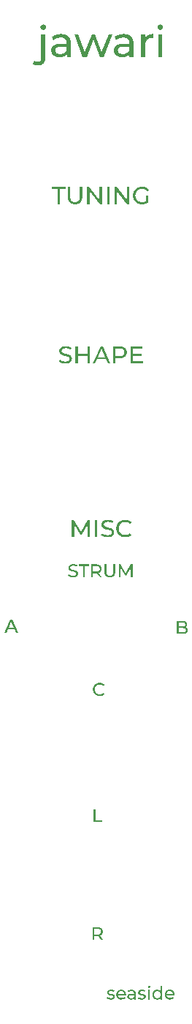
<source format=gbr>
%TF.GenerationSoftware,KiCad,Pcbnew,8.0.5*%
%TF.CreationDate,2025-05-30T00:10:04-07:00*%
%TF.ProjectId,JawariLegio_FrontPanel,4a617761-7269-44c6-9567-696f5f46726f,rev?*%
%TF.SameCoordinates,Original*%
%TF.FileFunction,Legend,Top*%
%TF.FilePolarity,Positive*%
%FSLAX46Y46*%
G04 Gerber Fmt 4.6, Leading zero omitted, Abs format (unit mm)*
G04 Created by KiCad (PCBNEW 8.0.5) date 2025-05-30 00:10:04*
%MOMM*%
%LPD*%
G01*
G04 APERTURE LIST*
%ADD10C,0.000000*%
%ADD11C,0.705555*%
%ADD12C,0.010000*%
G04 APERTURE END LIST*
D10*
G36*
X29203973Y-30640124D02*
G01*
X29203145Y-30689734D01*
X29200659Y-30738020D01*
X29196508Y-30784984D01*
X29190689Y-30830624D01*
X29183195Y-30874942D01*
X29174021Y-30917937D01*
X29163163Y-30959609D01*
X29150615Y-30999958D01*
X29136372Y-31038984D01*
X29120429Y-31076687D01*
X29102781Y-31113067D01*
X29083422Y-31148124D01*
X29062347Y-31181859D01*
X29039552Y-31214270D01*
X29015031Y-31245358D01*
X28988778Y-31275124D01*
X28960954Y-31303358D01*
X28931714Y-31329846D01*
X28901047Y-31354576D01*
X28868944Y-31377540D01*
X28835394Y-31398725D01*
X28800387Y-31418123D01*
X28763912Y-31435722D01*
X28725959Y-31451513D01*
X28686518Y-31465485D01*
X28645578Y-31477627D01*
X28603129Y-31487929D01*
X28559161Y-31496382D01*
X28513663Y-31502974D01*
X28466626Y-31507696D01*
X28418038Y-31510536D01*
X28367889Y-31511485D01*
X28371416Y-31507958D01*
X28330723Y-31507304D01*
X28290608Y-31505368D01*
X28250990Y-31502191D01*
X28211785Y-31497816D01*
X28172910Y-31492283D01*
X28134284Y-31485634D01*
X28095823Y-31477910D01*
X28057445Y-31469152D01*
X28038508Y-31464317D01*
X28020052Y-31459079D01*
X28002060Y-31453448D01*
X27984519Y-31447435D01*
X27967411Y-31441049D01*
X27950722Y-31434302D01*
X27934437Y-31427203D01*
X27918538Y-31419764D01*
X27903012Y-31411993D01*
X27887843Y-31403903D01*
X27873014Y-31395502D01*
X27858511Y-31386801D01*
X27844318Y-31377811D01*
X27830420Y-31368542D01*
X27803445Y-31349208D01*
X27955139Y-30982319D01*
X27973992Y-30997077D01*
X27993511Y-31010920D01*
X28013701Y-31023843D01*
X28034569Y-31035842D01*
X28056119Y-31046910D01*
X28078356Y-31057043D01*
X28101286Y-31066235D01*
X28124913Y-31074482D01*
X28149244Y-31081778D01*
X28174282Y-31088118D01*
X28200033Y-31093496D01*
X28226503Y-31097909D01*
X28253696Y-31101349D01*
X28281617Y-31103814D01*
X28310273Y-31105296D01*
X28339667Y-31105791D01*
X28362527Y-31105336D01*
X28384798Y-31103972D01*
X28406469Y-31101698D01*
X28427531Y-31098515D01*
X28447972Y-31094422D01*
X28467783Y-31089420D01*
X28486954Y-31083508D01*
X28505473Y-31076687D01*
X28523330Y-31068956D01*
X28540516Y-31060316D01*
X28557020Y-31050766D01*
X28572831Y-31040306D01*
X28587939Y-31028938D01*
X28602335Y-31016659D01*
X28616006Y-31003471D01*
X28628944Y-30989374D01*
X28641139Y-30974408D01*
X28652585Y-30958609D01*
X28663276Y-30941974D01*
X28673207Y-30924496D01*
X28682374Y-30906171D01*
X28690770Y-30886993D01*
X28698392Y-30866957D01*
X28705233Y-30846058D01*
X28711289Y-30824291D01*
X28716554Y-30801651D01*
X28721023Y-30778132D01*
X28724691Y-30753729D01*
X28727553Y-30728438D01*
X28729604Y-30702253D01*
X28730838Y-30675168D01*
X28731251Y-30647180D01*
X28731251Y-27902569D01*
X29203973Y-27902569D01*
X29203973Y-30640124D01*
G37*
G36*
X31578167Y-45802513D02*
G01*
X30900833Y-45802513D01*
X30900833Y-47531126D01*
X30622139Y-47531126D01*
X30622139Y-45802513D01*
X29944806Y-45802513D01*
X29944806Y-45555571D01*
X31578167Y-45555571D01*
X31578167Y-45802513D01*
G37*
G36*
X37879151Y-63977953D02*
G01*
X37910694Y-63978939D01*
X37941659Y-63980577D01*
X37972044Y-63982860D01*
X38001851Y-63985784D01*
X38031079Y-63989344D01*
X38059729Y-63993534D01*
X38087799Y-63998350D01*
X38115291Y-64003786D01*
X38142204Y-64009837D01*
X38168538Y-64016497D01*
X38194294Y-64023762D01*
X38219470Y-64031627D01*
X38244068Y-64040086D01*
X38268087Y-64049134D01*
X38291527Y-64058765D01*
X38314307Y-64069016D01*
X38336354Y-64079918D01*
X38357678Y-64091461D01*
X38378288Y-64103634D01*
X38398196Y-64116427D01*
X38417411Y-64129830D01*
X38435944Y-64143833D01*
X38453805Y-64158424D01*
X38471004Y-64173594D01*
X38487553Y-64189333D01*
X38503461Y-64205629D01*
X38518738Y-64222474D01*
X38533395Y-64239856D01*
X38547443Y-64257765D01*
X38560891Y-64276191D01*
X38573750Y-64295124D01*
X38585904Y-64314555D01*
X38597238Y-64334481D01*
X38607755Y-64354904D01*
X38617460Y-64375822D01*
X38626360Y-64397237D01*
X38634458Y-64419148D01*
X38641761Y-64441555D01*
X38648273Y-64464458D01*
X38654000Y-64487857D01*
X38658946Y-64511752D01*
X38663118Y-64536143D01*
X38666519Y-64561031D01*
X38669155Y-64586414D01*
X38671032Y-64612294D01*
X38672154Y-64638670D01*
X38672527Y-64665543D01*
X38672154Y-64692375D01*
X38671032Y-64718638D01*
X38669155Y-64744344D01*
X38666519Y-64769502D01*
X38663118Y-64794122D01*
X38658946Y-64818215D01*
X38654000Y-64841792D01*
X38648273Y-64864862D01*
X38641761Y-64887436D01*
X38634458Y-64909524D01*
X38626360Y-64931137D01*
X38617460Y-64952285D01*
X38607755Y-64972978D01*
X38597238Y-64993227D01*
X38585904Y-65013042D01*
X38573750Y-65032433D01*
X38560891Y-65051326D01*
X38547443Y-65069647D01*
X38533395Y-65087398D01*
X38518738Y-65104586D01*
X38503461Y-65121216D01*
X38487553Y-65137294D01*
X38471004Y-65152823D01*
X38453805Y-65167809D01*
X38435944Y-65182259D01*
X38417411Y-65196176D01*
X38398196Y-65209566D01*
X38378288Y-65222434D01*
X38357678Y-65234785D01*
X38336354Y-65246625D01*
X38314307Y-65257959D01*
X38291527Y-65268791D01*
X38268087Y-65279044D01*
X38244068Y-65288636D01*
X38219470Y-65297566D01*
X38194293Y-65305835D01*
X38168538Y-65313442D01*
X38142204Y-65320388D01*
X38115290Y-65326673D01*
X38087799Y-65332296D01*
X38059728Y-65337258D01*
X38031079Y-65341558D01*
X38001850Y-65345196D01*
X37972044Y-65348173D01*
X37941658Y-65350489D01*
X37910694Y-65352143D01*
X37879150Y-65353135D01*
X37847029Y-65353466D01*
X37360193Y-65353466D01*
X37360193Y-65949661D01*
X37077972Y-65949661D01*
X37077972Y-65110043D01*
X37077972Y-64221043D01*
X37360193Y-64221043D01*
X37360193Y-65110043D01*
X37839972Y-65110043D01*
X37873209Y-65109588D01*
X37905449Y-65108224D01*
X37936687Y-65105950D01*
X37966916Y-65102766D01*
X37996134Y-65098673D01*
X38024333Y-65093671D01*
X38051508Y-65087759D01*
X38077656Y-65080938D01*
X38102770Y-65073207D01*
X38126845Y-65064567D01*
X38149877Y-65055017D01*
X38171859Y-65044558D01*
X38192787Y-65033189D01*
X38212656Y-65020910D01*
X38231461Y-65007723D01*
X38249195Y-64993626D01*
X38265895Y-64978702D01*
X38281592Y-64963033D01*
X38296277Y-64946621D01*
X38309938Y-64929464D01*
X38322566Y-64911564D01*
X38334151Y-64892919D01*
X38344681Y-64873530D01*
X38354146Y-64853396D01*
X38362537Y-64832519D01*
X38369842Y-64810898D01*
X38376052Y-64788532D01*
X38381156Y-64765422D01*
X38385144Y-64741568D01*
X38388005Y-64716971D01*
X38389729Y-64691629D01*
X38390306Y-64665543D01*
X38389768Y-64639456D01*
X38388150Y-64614114D01*
X38385446Y-64589515D01*
X38381652Y-64565661D01*
X38376763Y-64542552D01*
X38370772Y-64520186D01*
X38363676Y-64498565D01*
X38355469Y-64477687D01*
X38346146Y-64457554D01*
X38335701Y-64438165D01*
X38324130Y-64419521D01*
X38311427Y-64401620D01*
X38297587Y-64384464D01*
X38282605Y-64368052D01*
X38266476Y-64352384D01*
X38249195Y-64337460D01*
X38231461Y-64323362D01*
X38212656Y-64310174D01*
X38192787Y-64297895D01*
X38171859Y-64286526D01*
X38149877Y-64276067D01*
X38126845Y-64266517D01*
X38102770Y-64257877D01*
X38077656Y-64250146D01*
X38051508Y-64243325D01*
X38024333Y-64237413D01*
X37996134Y-64232411D01*
X37966916Y-64228318D01*
X37936687Y-64225135D01*
X37905449Y-64222862D01*
X37873209Y-64221497D01*
X37839972Y-64221043D01*
X37360193Y-64221043D01*
X37077972Y-64221043D01*
X37077972Y-63977623D01*
X37847029Y-63977623D01*
X37879151Y-63977953D01*
G37*
G36*
X42566587Y-26781068D02*
G01*
X42583282Y-26782066D01*
X42599637Y-26783736D01*
X42615646Y-26786083D01*
X42631303Y-26789112D01*
X42646604Y-26792828D01*
X42661543Y-26797237D01*
X42676115Y-26802344D01*
X42690314Y-26808153D01*
X42704137Y-26814670D01*
X42717577Y-26821900D01*
X42730630Y-26829849D01*
X42743290Y-26838521D01*
X42755552Y-26847922D01*
X42767411Y-26858057D01*
X42778862Y-26868930D01*
X42789775Y-26879719D01*
X42800021Y-26890910D01*
X42809596Y-26902494D01*
X42818494Y-26914461D01*
X42826710Y-26926799D01*
X42834238Y-26939500D01*
X42841074Y-26952551D01*
X42847212Y-26965944D01*
X42852648Y-26979668D01*
X42857376Y-26993712D01*
X42861390Y-27008066D01*
X42864686Y-27022720D01*
X42867259Y-27037663D01*
X42869103Y-27052885D01*
X42870213Y-27068376D01*
X42870584Y-27084125D01*
X42870253Y-27099916D01*
X42869255Y-27115531D01*
X42867585Y-27130959D01*
X42865238Y-27146192D01*
X42862208Y-27161218D01*
X42858492Y-27176026D01*
X42854083Y-27190608D01*
X42848976Y-27204951D01*
X42843167Y-27219047D01*
X42836650Y-27232884D01*
X42829419Y-27246452D01*
X42821470Y-27259742D01*
X42812798Y-27272742D01*
X42803397Y-27285442D01*
X42793262Y-27297833D01*
X42782389Y-27309903D01*
X42770937Y-27320816D01*
X42759073Y-27331062D01*
X42746795Y-27340637D01*
X42734103Y-27349535D01*
X42720998Y-27357751D01*
X42707479Y-27365279D01*
X42693547Y-27372115D01*
X42679202Y-27378253D01*
X42664443Y-27383689D01*
X42649271Y-27388416D01*
X42633686Y-27392431D01*
X42617687Y-27395727D01*
X42601274Y-27398299D01*
X42584448Y-27400143D01*
X42567209Y-27401253D01*
X42549557Y-27401625D01*
X42549555Y-27398097D01*
X42532523Y-27397765D01*
X42515828Y-27396767D01*
X42499473Y-27395097D01*
X42483465Y-27392750D01*
X42467808Y-27389721D01*
X42452507Y-27386005D01*
X42437569Y-27381596D01*
X42422997Y-27376489D01*
X42408797Y-27370680D01*
X42394974Y-27364163D01*
X42381534Y-27356933D01*
X42368481Y-27348984D01*
X42355821Y-27340312D01*
X42343559Y-27330911D01*
X42331700Y-27320776D01*
X42320250Y-27309903D01*
X42309336Y-27298532D01*
X42299090Y-27286903D01*
X42289515Y-27275006D01*
X42280617Y-27262829D01*
X42272401Y-27250363D01*
X42264873Y-27237597D01*
X42258037Y-27224521D01*
X42251899Y-27211125D01*
X42246463Y-27197398D01*
X42241736Y-27183330D01*
X42237721Y-27168910D01*
X42234425Y-27154129D01*
X42231852Y-27138976D01*
X42230008Y-27123440D01*
X42228898Y-27107511D01*
X42228527Y-27091180D01*
X42228898Y-27074809D01*
X42230008Y-27058768D01*
X42231852Y-27043059D01*
X42234425Y-27027680D01*
X42237721Y-27012632D01*
X42241736Y-26997914D01*
X42246463Y-26983528D01*
X42251899Y-26969472D01*
X42258037Y-26955747D01*
X42264873Y-26942352D01*
X42272401Y-26929288D01*
X42280617Y-26916555D01*
X42289515Y-26904153D01*
X42299090Y-26892081D01*
X42309336Y-26880341D01*
X42320250Y-26868930D01*
X42331700Y-26858057D01*
X42343559Y-26847922D01*
X42355820Y-26838521D01*
X42368480Y-26829849D01*
X42381533Y-26821900D01*
X42394973Y-26814670D01*
X42408795Y-26808153D01*
X42422995Y-26802344D01*
X42437567Y-26797237D01*
X42452506Y-26792828D01*
X42467807Y-26789112D01*
X42483464Y-26786083D01*
X42499472Y-26783736D01*
X42515827Y-26782066D01*
X42532523Y-26781068D01*
X42549555Y-26780736D01*
X42566587Y-26781068D01*
G37*
G36*
X40501180Y-45535565D02*
G01*
X40529647Y-45537029D01*
X40557852Y-45539086D01*
X40585787Y-45541743D01*
X40613448Y-45545005D01*
X40640831Y-45548876D01*
X40667929Y-45553363D01*
X40694738Y-45558469D01*
X40721252Y-45564201D01*
X40747466Y-45570564D01*
X40773376Y-45577561D01*
X40798976Y-45585200D01*
X40824260Y-45593485D01*
X40849225Y-45602421D01*
X40873863Y-45612013D01*
X40898090Y-45621603D01*
X40921826Y-45631850D01*
X40945076Y-45642748D01*
X40967845Y-45654291D01*
X40990139Y-45666476D01*
X41011963Y-45679296D01*
X41033322Y-45692746D01*
X41054221Y-45706822D01*
X41074665Y-45721518D01*
X41094659Y-45736829D01*
X41114209Y-45752750D01*
X41133320Y-45769276D01*
X41151996Y-45786400D01*
X41170244Y-45804120D01*
X41188068Y-45822428D01*
X41205473Y-45841320D01*
X41029085Y-46017708D01*
X41013789Y-46003364D01*
X40998327Y-45989445D01*
X40982701Y-45975959D01*
X40966908Y-45962918D01*
X40950951Y-45950331D01*
X40934828Y-45938210D01*
X40918539Y-45926563D01*
X40902086Y-45915403D01*
X40885466Y-45904739D01*
X40868682Y-45894581D01*
X40851732Y-45884940D01*
X40834617Y-45875826D01*
X40817336Y-45867250D01*
X40799890Y-45859221D01*
X40782278Y-45851751D01*
X40764502Y-45844849D01*
X40728445Y-45832294D01*
X40710156Y-45826539D01*
X40691686Y-45821146D01*
X40673030Y-45816125D01*
X40654183Y-45811486D01*
X40635139Y-45807239D01*
X40615894Y-45803396D01*
X40596442Y-45799967D01*
X40576779Y-45796961D01*
X40556898Y-45794389D01*
X40536795Y-45792261D01*
X40516465Y-45790589D01*
X40495902Y-45789381D01*
X40475101Y-45788649D01*
X40454058Y-45788403D01*
X40412062Y-45789236D01*
X40391324Y-45790286D01*
X40370768Y-45791765D01*
X40350398Y-45793678D01*
X40330219Y-45796030D01*
X40310237Y-45798827D01*
X40290456Y-45802073D01*
X40270882Y-45805774D01*
X40251520Y-45809935D01*
X40232374Y-45814561D01*
X40213451Y-45819657D01*
X40194756Y-45825229D01*
X40176293Y-45831281D01*
X40158068Y-45837820D01*
X40140085Y-45844849D01*
X40121769Y-45852290D01*
X40103857Y-45860062D01*
X40086337Y-45868165D01*
X40069199Y-45876598D01*
X40052433Y-45885363D01*
X40036030Y-45894458D01*
X40019977Y-45903884D01*
X40004266Y-45913640D01*
X39988885Y-45923727D01*
X39973825Y-45934145D01*
X39959075Y-45944894D01*
X39944624Y-45955973D01*
X39930463Y-45967383D01*
X39916581Y-45979124D01*
X39902967Y-45991195D01*
X39889612Y-46003597D01*
X39876589Y-46016330D01*
X39863974Y-46029387D01*
X39851762Y-46042766D01*
X39839948Y-46056459D01*
X39828527Y-46070462D01*
X39817493Y-46084771D01*
X39806842Y-46099379D01*
X39796568Y-46114281D01*
X39786666Y-46129473D01*
X39777131Y-46144950D01*
X39767958Y-46160705D01*
X39759141Y-46176734D01*
X39750675Y-46193032D01*
X39742556Y-46209593D01*
X39734777Y-46226413D01*
X39727335Y-46243486D01*
X39720306Y-46260808D01*
X39713768Y-46278372D01*
X39707716Y-46296173D01*
X39702145Y-46314208D01*
X39697049Y-46332469D01*
X39692423Y-46350953D01*
X39688262Y-46369654D01*
X39684561Y-46388567D01*
X39681315Y-46407686D01*
X39678518Y-46427007D01*
X39676166Y-46446524D01*
X39674253Y-46466233D01*
X39672774Y-46486127D01*
X39671725Y-46506203D01*
X39671098Y-46526454D01*
X39670891Y-46546875D01*
X39671098Y-46567257D01*
X39671725Y-46587396D01*
X39672774Y-46607297D01*
X39674253Y-46626966D01*
X39676166Y-46646407D01*
X39678518Y-46665626D01*
X39681315Y-46684629D01*
X39684561Y-46703419D01*
X39688262Y-46722003D01*
X39692423Y-46740385D01*
X39697049Y-46758571D01*
X39702145Y-46776565D01*
X39707716Y-46794374D01*
X39713768Y-46812001D01*
X39720306Y-46829453D01*
X39727335Y-46846735D01*
X39734777Y-46863809D01*
X39742556Y-46880635D01*
X39750675Y-46897213D01*
X39759141Y-46913543D01*
X39767958Y-46929625D01*
X39777131Y-46945459D01*
X39786666Y-46961044D01*
X39796568Y-46976382D01*
X39806842Y-46991471D01*
X39817493Y-47006313D01*
X39828527Y-47020906D01*
X39839948Y-47035251D01*
X39851762Y-47049349D01*
X39863974Y-47063198D01*
X39876589Y-47076799D01*
X39889612Y-47090153D01*
X39903006Y-47102594D01*
X39916725Y-47114772D01*
X39930765Y-47126671D01*
X39945120Y-47138275D01*
X39959785Y-47149569D01*
X39974755Y-47160537D01*
X39990024Y-47171164D01*
X40005588Y-47181435D01*
X40021442Y-47191333D01*
X40037579Y-47200844D01*
X40053996Y-47209952D01*
X40070687Y-47218641D01*
X40087646Y-47226896D01*
X40104869Y-47234701D01*
X40122351Y-47242042D01*
X40140085Y-47248901D01*
X40158068Y-47255930D01*
X40176293Y-47262469D01*
X40194756Y-47268521D01*
X40213451Y-47274093D01*
X40232374Y-47279189D01*
X40251520Y-47283815D01*
X40270882Y-47287976D01*
X40290456Y-47291677D01*
X40310237Y-47294923D01*
X40330219Y-47297720D01*
X40350398Y-47300072D01*
X40370768Y-47301985D01*
X40391324Y-47303464D01*
X40412062Y-47304514D01*
X40432974Y-47305140D01*
X40454058Y-47305347D01*
X40473820Y-47305142D01*
X40493428Y-47304527D01*
X40532220Y-47302095D01*
X40570515Y-47298092D01*
X40608398Y-47292559D01*
X40645949Y-47285538D01*
X40683253Y-47277070D01*
X40720391Y-47267196D01*
X40757446Y-47255959D01*
X40775844Y-47249717D01*
X40793999Y-47242902D01*
X40811916Y-47235519D01*
X40829600Y-47227572D01*
X40847057Y-47219067D01*
X40864292Y-47210009D01*
X40881310Y-47200403D01*
X40898116Y-47190255D01*
X40909140Y-47183158D01*
X40909140Y-46532764D01*
X41180779Y-46532764D01*
X41180779Y-47295991D01*
X41187834Y-47305347D01*
X41169147Y-47320354D01*
X41150124Y-47334941D01*
X41130760Y-47349105D01*
X41111050Y-47362840D01*
X41090988Y-47376141D01*
X41070570Y-47389002D01*
X41049790Y-47401419D01*
X41028643Y-47413387D01*
X41007124Y-47424899D01*
X40985228Y-47435952D01*
X40962949Y-47446539D01*
X40940283Y-47456656D01*
X40917224Y-47466298D01*
X40893767Y-47475459D01*
X40869907Y-47484135D01*
X40845638Y-47492319D01*
X40796518Y-47507203D01*
X40747026Y-47520101D01*
X40697121Y-47531016D01*
X40646760Y-47539946D01*
X40595904Y-47546891D01*
X40544510Y-47551852D01*
X40492537Y-47554828D01*
X40439943Y-47555820D01*
X40432888Y-47552292D01*
X40376506Y-47551134D01*
X40348700Y-47549687D01*
X40321157Y-47547662D01*
X40293883Y-47545057D01*
X40266883Y-47541874D01*
X40240162Y-47538112D01*
X40213725Y-47533771D01*
X40187577Y-47528851D01*
X40161724Y-47523353D01*
X40136171Y-47517276D01*
X40110923Y-47510620D01*
X40085985Y-47503385D01*
X40061362Y-47495572D01*
X40037059Y-47487180D01*
X40013083Y-47478209D01*
X39989437Y-47468700D01*
X39966133Y-47458696D01*
X39943180Y-47448195D01*
X39920589Y-47437198D01*
X39898370Y-47425705D01*
X39876533Y-47413717D01*
X39855089Y-47401232D01*
X39834048Y-47388251D01*
X39813421Y-47374773D01*
X39793217Y-47360800D01*
X39773447Y-47346331D01*
X39754122Y-47331365D01*
X39735252Y-47315904D01*
X39716847Y-47299946D01*
X39698917Y-47283492D01*
X39681473Y-47266542D01*
X39663901Y-47249178D01*
X39646897Y-47231478D01*
X39630452Y-47213437D01*
X39614555Y-47195050D01*
X39599195Y-47176311D01*
X39584362Y-47157216D01*
X39570046Y-47137758D01*
X39556236Y-47117934D01*
X39542923Y-47097738D01*
X39530095Y-47077165D01*
X39517743Y-47056209D01*
X39505856Y-47034866D01*
X39494423Y-47013130D01*
X39483435Y-46990996D01*
X39472881Y-46968458D01*
X39462751Y-46945513D01*
X39453160Y-46922237D01*
X39444224Y-46898714D01*
X39435939Y-46874943D01*
X39428301Y-46850923D01*
X39421303Y-46826656D01*
X39414941Y-46802141D01*
X39409209Y-46777377D01*
X39404102Y-46752366D01*
X39399616Y-46727107D01*
X39395744Y-46701599D01*
X39392482Y-46675844D01*
X39389825Y-46649841D01*
X39387767Y-46623589D01*
X39386304Y-46597090D01*
X39385430Y-46570342D01*
X39385139Y-46543346D01*
X39385468Y-46516312D01*
X39386449Y-46489458D01*
X39388070Y-46462801D01*
X39390321Y-46436356D01*
X39393193Y-46410138D01*
X39396674Y-46384163D01*
X39400755Y-46358446D01*
X39405425Y-46333003D01*
X39410673Y-46307849D01*
X39416490Y-46283001D01*
X39422866Y-46258472D01*
X39429789Y-46234280D01*
X39437249Y-46210439D01*
X39445236Y-46186965D01*
X39453741Y-46163874D01*
X39462751Y-46141180D01*
X39472340Y-46118816D01*
X39482574Y-46096711D01*
X39493439Y-46074874D01*
X39504919Y-46053317D01*
X39516999Y-46032048D01*
X39529662Y-46011080D01*
X39542893Y-45990421D01*
X39556678Y-45970083D01*
X39571000Y-45950075D01*
X39585844Y-45930409D01*
X39601195Y-45911094D01*
X39617036Y-45892140D01*
X39633353Y-45873559D01*
X39650130Y-45855360D01*
X39667351Y-45837554D01*
X39685001Y-45820150D01*
X39703028Y-45803200D01*
X39721395Y-45786747D01*
X39740114Y-45770789D01*
X39759195Y-45755327D01*
X39778647Y-45740362D01*
X39798482Y-45725893D01*
X39818710Y-45711919D01*
X39839341Y-45698442D01*
X39860386Y-45685461D01*
X39881854Y-45672976D01*
X39903756Y-45660987D01*
X39926102Y-45649495D01*
X39948904Y-45638498D01*
X39972170Y-45627997D01*
X39995912Y-45617993D01*
X40020140Y-45608484D01*
X40044118Y-45599513D01*
X40068426Y-45591121D01*
X40093066Y-45583308D01*
X40118036Y-45576073D01*
X40143337Y-45569417D01*
X40168968Y-45563340D01*
X40194930Y-45557841D01*
X40221223Y-45552922D01*
X40247847Y-45548581D01*
X40274801Y-45544819D01*
X40302086Y-45541636D01*
X40329702Y-45539031D01*
X40357649Y-45537005D01*
X40385926Y-45535558D01*
X40414535Y-45534690D01*
X40443474Y-45534401D01*
X40501180Y-45535565D01*
G37*
G36*
X31639303Y-63957127D02*
G01*
X31682512Y-63959160D01*
X31725472Y-63962598D01*
X31768226Y-63967483D01*
X31810814Y-63973856D01*
X31853278Y-63981759D01*
X31895660Y-63991233D01*
X31938000Y-64002319D01*
X31979665Y-64014727D01*
X32019966Y-64028169D01*
X32058861Y-64042687D01*
X32096309Y-64058321D01*
X32114477Y-64066569D01*
X32132269Y-64075112D01*
X32149678Y-64083955D01*
X32166699Y-64093103D01*
X32183328Y-64102561D01*
X32199559Y-64112334D01*
X32215387Y-64122428D01*
X32230806Y-64132847D01*
X32139085Y-64358624D01*
X32107162Y-64338125D01*
X32091064Y-64328384D01*
X32074868Y-64318990D01*
X32058568Y-64309948D01*
X32042160Y-64301262D01*
X32025638Y-64292938D01*
X32008998Y-64284981D01*
X31992233Y-64277396D01*
X31975339Y-64270188D01*
X31958311Y-64263363D01*
X31941143Y-64256925D01*
X31923831Y-64250880D01*
X31906369Y-64245233D01*
X31888752Y-64239989D01*
X31870975Y-64235153D01*
X31835421Y-64226395D01*
X31800198Y-64218671D01*
X31765306Y-64212022D01*
X31730745Y-64206489D01*
X31696515Y-64202113D01*
X31662615Y-64198937D01*
X31629046Y-64197001D01*
X31595808Y-64196346D01*
X31555624Y-64197008D01*
X31517094Y-64198992D01*
X31480218Y-64202299D01*
X31444995Y-64206930D01*
X31411426Y-64212883D01*
X31395262Y-64216356D01*
X31379511Y-64220159D01*
X31364174Y-64224294D01*
X31349250Y-64228759D01*
X31334739Y-64233555D01*
X31320642Y-64238682D01*
X31307620Y-64244096D01*
X31295017Y-64249754D01*
X31282838Y-64255649D01*
X31271087Y-64261777D01*
X31259771Y-64268133D01*
X31248894Y-64274710D01*
X31238461Y-64281505D01*
X31228478Y-64288511D01*
X31218950Y-64295724D01*
X31209882Y-64303139D01*
X31201279Y-64310750D01*
X31193146Y-64318553D01*
X31185488Y-64326541D01*
X31178311Y-64334710D01*
X31171620Y-64343055D01*
X31165420Y-64351570D01*
X31159633Y-64360252D01*
X31154181Y-64369099D01*
X31149071Y-64378111D01*
X31144308Y-64387289D01*
X31139895Y-64396632D01*
X31135840Y-64406140D01*
X31132146Y-64415814D01*
X31128819Y-64425653D01*
X31125864Y-64435658D01*
X31123286Y-64445827D01*
X31121091Y-64456163D01*
X31119283Y-64466663D01*
X31117868Y-64477329D01*
X31116851Y-64488160D01*
X31116237Y-64499157D01*
X31116031Y-64510319D01*
X31116280Y-64523342D01*
X31117030Y-64535963D01*
X31118286Y-64548191D01*
X31120055Y-64560037D01*
X31122340Y-64571511D01*
X31125146Y-64582623D01*
X31128480Y-64593383D01*
X31132347Y-64603803D01*
X31136750Y-64613892D01*
X31141697Y-64623661D01*
X31147191Y-64633120D01*
X31153238Y-64642279D01*
X31159843Y-64651148D01*
X31167011Y-64659739D01*
X31174748Y-64668061D01*
X31183059Y-64676125D01*
X31191201Y-64683939D01*
X31199747Y-64691511D01*
X31208685Y-64698845D01*
X31218006Y-64705947D01*
X31227699Y-64712820D01*
X31237753Y-64719472D01*
X31248159Y-64725907D01*
X31258906Y-64732130D01*
X31269984Y-64738146D01*
X31281382Y-64743960D01*
X31293090Y-64749578D01*
X31305098Y-64755005D01*
X31317395Y-64760245D01*
X31329971Y-64765305D01*
X31342816Y-64770189D01*
X31355920Y-64774902D01*
X31382709Y-64784004D01*
X31410160Y-64792816D01*
X31438272Y-64801380D01*
X31467045Y-64809738D01*
X31526576Y-64825999D01*
X31588754Y-64841930D01*
X31715754Y-64874123D01*
X31779254Y-64891045D01*
X31842754Y-64908958D01*
X31874174Y-64918550D01*
X31904932Y-64928803D01*
X31935028Y-64939717D01*
X31964463Y-64951293D01*
X31993236Y-64963530D01*
X32021348Y-64976428D01*
X32048798Y-64989987D01*
X32075587Y-65004208D01*
X32088651Y-65011649D01*
X32101384Y-65019422D01*
X32113787Y-65027525D01*
X32125858Y-65035959D01*
X32137599Y-65044723D01*
X32149009Y-65053818D01*
X32160089Y-65063245D01*
X32170837Y-65073001D01*
X32181255Y-65083089D01*
X32191342Y-65093507D01*
X32201099Y-65104256D01*
X32210525Y-65115336D01*
X32219620Y-65126747D01*
X32228384Y-65138489D01*
X32236818Y-65150561D01*
X32244921Y-65162964D01*
X32252610Y-65175738D01*
X32259803Y-65188926D01*
X32266501Y-65202527D01*
X32272702Y-65216542D01*
X32278407Y-65230969D01*
X32283616Y-65245811D01*
X32288328Y-65261065D01*
X32292545Y-65276733D01*
X32296266Y-65292815D01*
X32299490Y-65309310D01*
X32302219Y-65326218D01*
X32304451Y-65343540D01*
X32306188Y-65361275D01*
X32307428Y-65379424D01*
X32308172Y-65397986D01*
X32308420Y-65416962D01*
X32308090Y-65436022D01*
X32307104Y-65454838D01*
X32305467Y-65473417D01*
X32303184Y-65491763D01*
X32300260Y-65509881D01*
X32296700Y-65527777D01*
X32292510Y-65545456D01*
X32287695Y-65562922D01*
X32282259Y-65580182D01*
X32276209Y-65597241D01*
X32269548Y-65614103D01*
X32262284Y-65630773D01*
X32254419Y-65647258D01*
X32245961Y-65663562D01*
X32236913Y-65679690D01*
X32227282Y-65695648D01*
X32216988Y-65711357D01*
X32205950Y-65726725D01*
X32194167Y-65741742D01*
X32181641Y-65756396D01*
X32168371Y-65770678D01*
X32154356Y-65784578D01*
X32139597Y-65798084D01*
X32124094Y-65811188D01*
X32107847Y-65823878D01*
X32090856Y-65836144D01*
X32073120Y-65847977D01*
X32054641Y-65859365D01*
X32035417Y-65870298D01*
X32015449Y-65880767D01*
X31994737Y-65890761D01*
X31973281Y-65900269D01*
X31951743Y-65909860D01*
X31929466Y-65918795D01*
X31906456Y-65927080D01*
X31882717Y-65934718D01*
X31858254Y-65941716D01*
X31833073Y-65948078D01*
X31807179Y-65953810D01*
X31780576Y-65958916D01*
X31753272Y-65963403D01*
X31725269Y-65967274D01*
X31696574Y-65970536D01*
X31667192Y-65973193D01*
X31637127Y-65975251D01*
X31606386Y-65976714D01*
X31574972Y-65977588D01*
X31542892Y-65977879D01*
X31542890Y-65977879D01*
X31486486Y-65976728D01*
X31430993Y-65973303D01*
X31376326Y-65967646D01*
X31322403Y-65959797D01*
X31269142Y-65949799D01*
X31216460Y-65937692D01*
X31164274Y-65923518D01*
X31112501Y-65907318D01*
X31087036Y-65898553D01*
X31062237Y-65889458D01*
X31038110Y-65880032D01*
X31014660Y-65870276D01*
X30991892Y-65860189D01*
X30969812Y-65849772D01*
X30948424Y-65839024D01*
X30927733Y-65827945D01*
X30907746Y-65816536D01*
X30888466Y-65804796D01*
X30869899Y-65792725D01*
X30852051Y-65780324D01*
X30834926Y-65767591D01*
X30818530Y-65754528D01*
X30802868Y-65741134D01*
X30787945Y-65727409D01*
X30893778Y-65508690D01*
X30907956Y-65521093D01*
X30922703Y-65533171D01*
X30938008Y-65544928D01*
X30953860Y-65556370D01*
X30970250Y-65567501D01*
X30987168Y-65578328D01*
X31004601Y-65588855D01*
X31022542Y-65599088D01*
X31040978Y-65609031D01*
X31059900Y-65618690D01*
X31079298Y-65628069D01*
X31099161Y-65637175D01*
X31119478Y-65646012D01*
X31140240Y-65654586D01*
X31161436Y-65662901D01*
X31183056Y-65670963D01*
X31204926Y-65678652D01*
X31226884Y-65685846D01*
X31248936Y-65692543D01*
X31271085Y-65698744D01*
X31293338Y-65704449D01*
X31315699Y-65709658D01*
X31338174Y-65714371D01*
X31360767Y-65718587D01*
X31383485Y-65722308D01*
X31406332Y-65725533D01*
X31429313Y-65728261D01*
X31452434Y-65730494D01*
X31475700Y-65732230D01*
X31499115Y-65733471D01*
X31522686Y-65734215D01*
X31546416Y-65734463D01*
X31588922Y-65733808D01*
X31629154Y-65731873D01*
X31667154Y-65728697D01*
X31702962Y-65724322D01*
X31736621Y-65718790D01*
X31768171Y-65712141D01*
X31797654Y-65704418D01*
X31825111Y-65695660D01*
X31838134Y-65690866D01*
X31850743Y-65685751D01*
X31862939Y-65680327D01*
X31874721Y-65674603D01*
X31886089Y-65668590D01*
X31897045Y-65662298D01*
X31907587Y-65655737D01*
X31917715Y-65648918D01*
X31927430Y-65641850D01*
X31936732Y-65634545D01*
X31945621Y-65627013D01*
X31954096Y-65619263D01*
X31962157Y-65611307D01*
X31969805Y-65603154D01*
X31977040Y-65594815D01*
X31983862Y-65586300D01*
X31990230Y-65577619D01*
X31996113Y-65568777D01*
X32001520Y-65559781D01*
X32006461Y-65550635D01*
X32010949Y-65541344D01*
X32014991Y-65531914D01*
X32018600Y-65522350D01*
X32021785Y-65512656D01*
X32024556Y-65502839D01*
X32026925Y-65492902D01*
X32028901Y-65482852D01*
X32030494Y-65472693D01*
X32031715Y-65462431D01*
X32032575Y-65452071D01*
X32033083Y-65441617D01*
X32033250Y-65431076D01*
X32033001Y-65418634D01*
X32032251Y-65406450D01*
X32030994Y-65394535D01*
X32029226Y-65382899D01*
X32026941Y-65371553D01*
X32024134Y-65360506D01*
X32020800Y-65349769D01*
X32016934Y-65339352D01*
X32012530Y-65329266D01*
X32007584Y-65319521D01*
X32002090Y-65310128D01*
X31996043Y-65301096D01*
X31989438Y-65292436D01*
X31982270Y-65284158D01*
X31974533Y-65276273D01*
X31966223Y-65268791D01*
X31957499Y-65261559D01*
X31948522Y-65254420D01*
X31939287Y-65247384D01*
X31929788Y-65240462D01*
X31920020Y-65233663D01*
X31909979Y-65226999D01*
X31899658Y-65220479D01*
X31889053Y-65214114D01*
X31878159Y-65207914D01*
X31866970Y-65201890D01*
X31855481Y-65196052D01*
X31843688Y-65190410D01*
X31831584Y-65184975D01*
X31819165Y-65179757D01*
X31806426Y-65174766D01*
X31793362Y-65170013D01*
X31766572Y-65160912D01*
X31739122Y-65152100D01*
X31711010Y-65143537D01*
X31682236Y-65135180D01*
X31622705Y-65118919D01*
X31560528Y-65102989D01*
X31528778Y-65096057D01*
X31497028Y-65088547D01*
X31465277Y-65080540D01*
X31433527Y-65072120D01*
X31370027Y-65054371D01*
X31306527Y-65035961D01*
X31275108Y-65026363D01*
X31244350Y-65016061D01*
X31214254Y-65005016D01*
X31184819Y-64993186D01*
X31156046Y-64980528D01*
X31127934Y-64967003D01*
X31100483Y-64952569D01*
X31073694Y-64937183D01*
X31060630Y-64929742D01*
X31047897Y-64921969D01*
X31035495Y-64913866D01*
X31023423Y-64905433D01*
X31011682Y-64896668D01*
X31000272Y-64887573D01*
X30989193Y-64878147D01*
X30978444Y-64868391D01*
X30968026Y-64858303D01*
X30957939Y-64847886D01*
X30948183Y-64837137D01*
X30938757Y-64826058D01*
X30929662Y-64814648D01*
X30920897Y-64802908D01*
X30912464Y-64790836D01*
X30904361Y-64778435D01*
X30896671Y-64765659D01*
X30889478Y-64752466D01*
X30882781Y-64738848D01*
X30876580Y-64724801D01*
X30870875Y-64710321D01*
X30865666Y-64695401D01*
X30860953Y-64680036D01*
X30856736Y-64664222D01*
X30853016Y-64647953D01*
X30849791Y-64631225D01*
X30847063Y-64614031D01*
X30844830Y-64596367D01*
X30843094Y-64578227D01*
X30841854Y-64559607D01*
X30841109Y-64540501D01*
X30840861Y-64520905D01*
X30841191Y-64501263D01*
X30842177Y-64482009D01*
X30843815Y-64463117D01*
X30846098Y-64444560D01*
X30849022Y-64426314D01*
X30852581Y-64408352D01*
X30856772Y-64390648D01*
X30861587Y-64373177D01*
X30867022Y-64355913D01*
X30873073Y-64338829D01*
X30879733Y-64321901D01*
X30886998Y-64305102D01*
X30894862Y-64288406D01*
X30903321Y-64271788D01*
X30912368Y-64255222D01*
X30922000Y-64238682D01*
X30932292Y-64222974D01*
X30943318Y-64207607D01*
X30955068Y-64192591D01*
X30967530Y-64177937D01*
X30980696Y-64163656D01*
X30994553Y-64149756D01*
X31009093Y-64136250D01*
X31024305Y-64123146D01*
X31040178Y-64110456D01*
X31056703Y-64098190D01*
X31073868Y-64086357D01*
X31091664Y-64074969D01*
X31110080Y-64064036D01*
X31129105Y-64053568D01*
X31148730Y-64043576D01*
X31168944Y-64034069D01*
X31190443Y-64024477D01*
X31212608Y-64015541D01*
X31235444Y-64007257D01*
X31258958Y-63999618D01*
X31283154Y-63992620D01*
X31308037Y-63986258D01*
X31333613Y-63980526D01*
X31359886Y-63975420D01*
X31386862Y-63970934D01*
X31414546Y-63967062D01*
X31442943Y-63963801D01*
X31472058Y-63961144D01*
X31501897Y-63959087D01*
X31532464Y-63957623D01*
X31563765Y-63956749D01*
X31595805Y-63956459D01*
X31639303Y-63957127D01*
G37*
G36*
X39258571Y-138347149D02*
G01*
X39286322Y-138348507D01*
X39313186Y-138350764D01*
X39339170Y-138353916D01*
X39364287Y-138357956D01*
X39388545Y-138362880D01*
X39411956Y-138368682D01*
X39434530Y-138375358D01*
X39456277Y-138382902D01*
X39477208Y-138391309D01*
X39497332Y-138400574D01*
X39516661Y-138410691D01*
X39535204Y-138421657D01*
X39552972Y-138433465D01*
X39569975Y-138446110D01*
X39586224Y-138459587D01*
X39601563Y-138473972D01*
X39615838Y-138489339D01*
X39629058Y-138505677D01*
X39641235Y-138522977D01*
X39652378Y-138541228D01*
X39662498Y-138560419D01*
X39671605Y-138580540D01*
X39679710Y-138601582D01*
X39686822Y-138623532D01*
X39692953Y-138646382D01*
X39698112Y-138670121D01*
X39702310Y-138694737D01*
X39705557Y-138720222D01*
X39707863Y-138746565D01*
X39709239Y-138773754D01*
X39709696Y-138801781D01*
X39709696Y-139479118D01*
X39519196Y-139479118D01*
X39519196Y-139333238D01*
X39511565Y-139343968D01*
X39503477Y-139354385D01*
X39494939Y-139364472D01*
X39485947Y-139374229D01*
X39476494Y-139383654D01*
X39466576Y-139392749D01*
X39456188Y-139401514D01*
X39445325Y-139409947D01*
X39433981Y-139418051D01*
X39422151Y-139425823D01*
X39409830Y-139433266D01*
X39397055Y-139440334D01*
X39383861Y-139446984D01*
X39370244Y-139453210D01*
X39356198Y-139459008D01*
X39341717Y-139464372D01*
X39326797Y-139469297D01*
X39311433Y-139473777D01*
X39295619Y-139477808D01*
X39279351Y-139481384D01*
X39262622Y-139484500D01*
X39245429Y-139487152D01*
X39227765Y-139489332D01*
X39209626Y-139491038D01*
X39191006Y-139492262D01*
X39171900Y-139493001D01*
X39152304Y-139493248D01*
X39148777Y-139489700D01*
X39133066Y-139489535D01*
X39117675Y-139489039D01*
X39102594Y-139488212D01*
X39087812Y-139487054D01*
X39073321Y-139485566D01*
X39059108Y-139483747D01*
X39045164Y-139481597D01*
X39031478Y-139479116D01*
X39018041Y-139476305D01*
X39004841Y-139473164D01*
X38991869Y-139469692D01*
X38979113Y-139465889D01*
X38966565Y-139461755D01*
X38954212Y-139457292D01*
X38942046Y-139452497D01*
X38930056Y-139447372D01*
X38918354Y-139441957D01*
X38907056Y-139436293D01*
X38896151Y-139430381D01*
X38885628Y-139424221D01*
X38875477Y-139417813D01*
X38865688Y-139411157D01*
X38856250Y-139404253D01*
X38847153Y-139397101D01*
X38838387Y-139389702D01*
X38829941Y-139382054D01*
X38821806Y-139374158D01*
X38813970Y-139366015D01*
X38806423Y-139357623D01*
X38799156Y-139348984D01*
X38792158Y-139340098D01*
X38785418Y-139330963D01*
X38779049Y-139321618D01*
X38773167Y-139312108D01*
X38767760Y-139302433D01*
X38762818Y-139292593D01*
X38758330Y-139282588D01*
X38754287Y-139272418D01*
X38750679Y-139262083D01*
X38747494Y-139251582D01*
X38744722Y-139240916D01*
X38742354Y-139230085D01*
X38740378Y-139219088D01*
X38738785Y-139207926D01*
X38737563Y-139196598D01*
X38736704Y-139185105D01*
X38736196Y-139173446D01*
X38736029Y-139161621D01*
X38736194Y-139149836D01*
X38736293Y-139147522D01*
X38937109Y-139147522D01*
X38937358Y-139157941D01*
X38938108Y-139168040D01*
X38939365Y-139177829D01*
X38941133Y-139187319D01*
X38943418Y-139196519D01*
X38946225Y-139205440D01*
X38949559Y-139214092D01*
X38953425Y-139222486D01*
X38957829Y-139230633D01*
X38962775Y-139238541D01*
X38968270Y-139246222D01*
X38974317Y-139253686D01*
X38980922Y-139260943D01*
X38988090Y-139268004D01*
X38995827Y-139274879D01*
X39004137Y-139281578D01*
X39012902Y-139287946D01*
X39022003Y-139293829D01*
X39031445Y-139299236D01*
X39041233Y-139304179D01*
X39051373Y-139308666D01*
X39061870Y-139312709D01*
X39072728Y-139316318D01*
X39083953Y-139319504D01*
X39095550Y-139322276D01*
X39107524Y-139324645D01*
X39119881Y-139326621D01*
X39132625Y-139328214D01*
X39145762Y-139329436D01*
X39159297Y-139330295D01*
X39173236Y-139330804D01*
X39187582Y-139330971D01*
X39202010Y-139330765D01*
X39216190Y-139330151D01*
X39230122Y-139329134D01*
X39243806Y-139327720D01*
X39257242Y-139325912D01*
X39270430Y-139323717D01*
X39283369Y-139321140D01*
X39296061Y-139318185D01*
X39308505Y-139314858D01*
X39320700Y-139311164D01*
X39332648Y-139307108D01*
X39344347Y-139302695D01*
X39355798Y-139297930D01*
X39367002Y-139292819D01*
X39377957Y-139287367D01*
X39388664Y-139281578D01*
X39399082Y-139274798D01*
X39409163Y-139267687D01*
X39418903Y-139260246D01*
X39428297Y-139252474D01*
X39437340Y-139244371D01*
X39446026Y-139235938D01*
X39454350Y-139227174D01*
X39462307Y-139218079D01*
X39469892Y-139208653D01*
X39477100Y-139198896D01*
X39483926Y-139188809D01*
X39490364Y-139178390D01*
X39496409Y-139167641D01*
X39502056Y-139156561D01*
X39507300Y-139145150D01*
X39508612Y-139141966D01*
X39508612Y-138974648D01*
X39194639Y-138974648D01*
X39175869Y-138974853D01*
X39157921Y-138975467D01*
X39140789Y-138976485D01*
X39124469Y-138977900D01*
X39108955Y-138979708D01*
X39094242Y-138981904D01*
X39080324Y-138984482D01*
X39067197Y-138987437D01*
X39054856Y-138990765D01*
X39043295Y-138994460D01*
X39032509Y-138998516D01*
X39022493Y-139002930D01*
X39013242Y-139007695D01*
X39004751Y-139012806D01*
X38997014Y-139018259D01*
X38990026Y-139024048D01*
X38983619Y-139030705D01*
X38977624Y-139037456D01*
X38972044Y-139044310D01*
X38966876Y-139051277D01*
X38962122Y-139058368D01*
X38957781Y-139065594D01*
X38953853Y-139072964D01*
X38950339Y-139080489D01*
X38947238Y-139088180D01*
X38944551Y-139096047D01*
X38942277Y-139104100D01*
X38940417Y-139112349D01*
X38938970Y-139120806D01*
X38937936Y-139129480D01*
X38937316Y-139138382D01*
X38937109Y-139147522D01*
X38736293Y-139147522D01*
X38736690Y-139138289D01*
X38737517Y-139126970D01*
X38738674Y-139115868D01*
X38740163Y-139104974D01*
X38741982Y-139094275D01*
X38744131Y-139083763D01*
X38746612Y-139073427D01*
X38749423Y-139063256D01*
X38752564Y-139053241D01*
X38756037Y-139043369D01*
X38759840Y-139033633D01*
X38763974Y-139024019D01*
X38768439Y-139014520D01*
X38773234Y-139005123D01*
X38778360Y-138995819D01*
X38783899Y-138986680D01*
X38789922Y-138977784D01*
X38796422Y-138969126D01*
X38803386Y-138960702D01*
X38810805Y-138952504D01*
X38818669Y-138944530D01*
X38826966Y-138936772D01*
X38835687Y-138929227D01*
X38844822Y-138921888D01*
X38854360Y-138914751D01*
X38864290Y-138907810D01*
X38874603Y-138901061D01*
X38885288Y-138894497D01*
X38896335Y-138888114D01*
X38907733Y-138881907D01*
X38919472Y-138875870D01*
X38932288Y-138870705D01*
X38945599Y-138865799D01*
X38959407Y-138861161D01*
X38973711Y-138856802D01*
X38988512Y-138852731D01*
X39003808Y-138848961D01*
X39019600Y-138845500D01*
X39035888Y-138842360D01*
X39052673Y-138839550D01*
X39069954Y-138837081D01*
X39087730Y-138834963D01*
X39106003Y-138833208D01*
X39124772Y-138831824D01*
X39144037Y-138830823D01*
X39163798Y-138830215D01*
X39184055Y-138830009D01*
X39508612Y-138830009D01*
X39508612Y-138791199D01*
X39508322Y-138775531D01*
X39507454Y-138760277D01*
X39506007Y-138745436D01*
X39503981Y-138731008D01*
X39501377Y-138716994D01*
X39498194Y-138703393D01*
X39494432Y-138690205D01*
X39490091Y-138677431D01*
X39485171Y-138665070D01*
X39479673Y-138653122D01*
X39473596Y-138641587D01*
X39466940Y-138630466D01*
X39459705Y-138619757D01*
X39451892Y-138609462D01*
X39443499Y-138599580D01*
X39434528Y-138590111D01*
X39424978Y-138581761D01*
X39414844Y-138573912D01*
X39404120Y-138566570D01*
X39392802Y-138559739D01*
X39380885Y-138553425D01*
X39368363Y-138547633D01*
X39355232Y-138542368D01*
X39341485Y-138537635D01*
X39327118Y-138533439D01*
X39312126Y-138529787D01*
X39296503Y-138526682D01*
X39280245Y-138524130D01*
X39263346Y-138522136D01*
X39245800Y-138520705D01*
X39227604Y-138519843D01*
X39208752Y-138519554D01*
X39183775Y-138520050D01*
X39159087Y-138521538D01*
X39134648Y-138524018D01*
X39110415Y-138527491D01*
X39086348Y-138531955D01*
X39062404Y-138537411D01*
X39038544Y-138543860D01*
X39014725Y-138551300D01*
X39002941Y-138555392D01*
X38991401Y-138559721D01*
X38980098Y-138564278D01*
X38969028Y-138569051D01*
X38958186Y-138574031D01*
X38947565Y-138579208D01*
X38937162Y-138584570D01*
X38926971Y-138590108D01*
X38916986Y-138595811D01*
X38907203Y-138601669D01*
X38888221Y-138613809D01*
X38869983Y-138626446D01*
X38852448Y-138639496D01*
X38767780Y-138487808D01*
X38778528Y-138479332D01*
X38789601Y-138471104D01*
X38800995Y-138463124D01*
X38812704Y-138455393D01*
X38824723Y-138447909D01*
X38837047Y-138440674D01*
X38849671Y-138433687D01*
X38862589Y-138426949D01*
X38875796Y-138420458D01*
X38889288Y-138414216D01*
X38903059Y-138408221D01*
X38917103Y-138402475D01*
X38931417Y-138396978D01*
X38945994Y-138391728D01*
X38960829Y-138386726D01*
X38975918Y-138381973D01*
X38991173Y-138377507D01*
X39006510Y-138373367D01*
X39037433Y-138366042D01*
X39068687Y-138359958D01*
X39100272Y-138355073D01*
X39132188Y-138351345D01*
X39164434Y-138348734D01*
X39197011Y-138347198D01*
X39229919Y-138346695D01*
X39258571Y-138347149D01*
G37*
G36*
X34319251Y-89359993D02*
G01*
X33811252Y-89359993D01*
X33811252Y-90658211D01*
X33603111Y-90658211D01*
X33603111Y-89359993D01*
X33095112Y-89359993D01*
X33095112Y-89176537D01*
X34319251Y-89176537D01*
X34319251Y-89359993D01*
G37*
G36*
X40474780Y-138347207D02*
G01*
X40502561Y-138348647D01*
X40530342Y-138350996D01*
X40558124Y-138354213D01*
X40585905Y-138358256D01*
X40613686Y-138363085D01*
X40641467Y-138368657D01*
X40669249Y-138374931D01*
X40696527Y-138381877D01*
X40722771Y-138389484D01*
X40747941Y-138397752D01*
X40771995Y-138406682D01*
X40794891Y-138416273D01*
X40805892Y-138421316D01*
X40816588Y-138426525D01*
X40826974Y-138431899D01*
X40837045Y-138437439D01*
X40846795Y-138443143D01*
X40856220Y-138449013D01*
X40768026Y-138611290D01*
X40758725Y-138604839D01*
X40749340Y-138598708D01*
X40739873Y-138592888D01*
X40730323Y-138587367D01*
X40720691Y-138582136D01*
X40710975Y-138577184D01*
X40701177Y-138572500D01*
X40691297Y-138568075D01*
X40681334Y-138563898D01*
X40671288Y-138559959D01*
X40661159Y-138556246D01*
X40650948Y-138552751D01*
X40640654Y-138549463D01*
X40630277Y-138546370D01*
X40609276Y-138540733D01*
X40588261Y-138535923D01*
X40567494Y-138532023D01*
X40546892Y-138528950D01*
X40526373Y-138526621D01*
X40505854Y-138524954D01*
X40485252Y-138523865D01*
X40464485Y-138523273D01*
X40443470Y-138523094D01*
X40427183Y-138523260D01*
X40411396Y-138523756D01*
X40396117Y-138524583D01*
X40381348Y-138525741D01*
X40367097Y-138527229D01*
X40353367Y-138529048D01*
X40340165Y-138531198D01*
X40327495Y-138533679D01*
X40315362Y-138536490D01*
X40303772Y-138539633D01*
X40292729Y-138543105D01*
X40282240Y-138546909D01*
X40272308Y-138551043D01*
X40262940Y-138555508D01*
X40254141Y-138560304D01*
X40245914Y-138565430D01*
X40238185Y-138570842D01*
X40230880Y-138576493D01*
X40224009Y-138582371D01*
X40217582Y-138588466D01*
X40211610Y-138594769D01*
X40206103Y-138601268D01*
X40201071Y-138607953D01*
X40196525Y-138614814D01*
X40192476Y-138621840D01*
X40188932Y-138629022D01*
X40185906Y-138636348D01*
X40184590Y-138640063D01*
X40183406Y-138643809D01*
X40182358Y-138647587D01*
X40181444Y-138651394D01*
X40180668Y-138655230D01*
X40180030Y-138659093D01*
X40179532Y-138662981D01*
X40179174Y-138666895D01*
X40178959Y-138670831D01*
X40178886Y-138674789D01*
X40179051Y-138681941D01*
X40179541Y-138688849D01*
X40180352Y-138695521D01*
X40181477Y-138701960D01*
X40182913Y-138708172D01*
X40184654Y-138714162D01*
X40186694Y-138719935D01*
X40189029Y-138725496D01*
X40191654Y-138730851D01*
X40194562Y-138736005D01*
X40197750Y-138740962D01*
X40201211Y-138745728D01*
X40204941Y-138750309D01*
X40208935Y-138754708D01*
X40213186Y-138758932D01*
X40217691Y-138762985D01*
X40222445Y-138766872D01*
X40227441Y-138770598D01*
X40232675Y-138774170D01*
X40238142Y-138777591D01*
X40243836Y-138780868D01*
X40249752Y-138784006D01*
X40255885Y-138787009D01*
X40262230Y-138789884D01*
X40268782Y-138792634D01*
X40275535Y-138795265D01*
X40282485Y-138797783D01*
X40289626Y-138800192D01*
X40296953Y-138802497D01*
X40304460Y-138804705D01*
X40312144Y-138806819D01*
X40319998Y-138808846D01*
X40352410Y-138816727D01*
X40369112Y-138820564D01*
X40386144Y-138824277D01*
X40403507Y-138827824D01*
X40421201Y-138831165D01*
X40439226Y-138834257D01*
X40457581Y-138837059D01*
X40476253Y-138839864D01*
X40495174Y-138842958D01*
X40533428Y-138849848D01*
X40571683Y-138857399D01*
X40609276Y-138865280D01*
X40627776Y-138869572D01*
X40646152Y-138874484D01*
X40664280Y-138879974D01*
X40682036Y-138886003D01*
X40699296Y-138892528D01*
X40715936Y-138899508D01*
X40731831Y-138906904D01*
X40746859Y-138914673D01*
X40754674Y-138918725D01*
X40762251Y-138922947D01*
X40769601Y-138927346D01*
X40776735Y-138931925D01*
X40783661Y-138936691D01*
X40790391Y-138941648D01*
X40796935Y-138946801D01*
X40803303Y-138952156D01*
X40809506Y-138957718D01*
X40815554Y-138963491D01*
X40821457Y-138969482D01*
X40827226Y-138975694D01*
X40832871Y-138982134D01*
X40838402Y-138988806D01*
X40843830Y-138995716D01*
X40849165Y-139002869D01*
X40853670Y-139010269D01*
X40857922Y-139017923D01*
X40861916Y-139025835D01*
X40865646Y-139034011D01*
X40869108Y-139042456D01*
X40872295Y-139051175D01*
X40875204Y-139060172D01*
X40877828Y-139069454D01*
X40880163Y-139079025D01*
X40882203Y-139088891D01*
X40883944Y-139099056D01*
X40885379Y-139109526D01*
X40886505Y-139120306D01*
X40887315Y-139131401D01*
X40887805Y-139142816D01*
X40887970Y-139154556D01*
X40887762Y-139167041D01*
X40887129Y-139179355D01*
X40886063Y-139191493D01*
X40884553Y-139203451D01*
X40882587Y-139215222D01*
X40880157Y-139226802D01*
X40877251Y-139238185D01*
X40873860Y-139249367D01*
X40869972Y-139260342D01*
X40865578Y-139271105D01*
X40860667Y-139281651D01*
X40855229Y-139291975D01*
X40849254Y-139302072D01*
X40842730Y-139311937D01*
X40835649Y-139321564D01*
X40827999Y-139330948D01*
X40820517Y-139340085D01*
X40812627Y-139348974D01*
X40804334Y-139357614D01*
X40795643Y-139366007D01*
X40786559Y-139374151D01*
X40777087Y-139382047D01*
X40767234Y-139389695D01*
X40757002Y-139397095D01*
X40746399Y-139404246D01*
X40735429Y-139411150D01*
X40724097Y-139417805D01*
X40712409Y-139424212D01*
X40700369Y-139430370D01*
X40687983Y-139436281D01*
X40675256Y-139441943D01*
X40662193Y-139447357D01*
X40648178Y-139452483D01*
X40633909Y-139457279D01*
X40619382Y-139461744D01*
X40604591Y-139465878D01*
X40589532Y-139469681D01*
X40574199Y-139473154D01*
X40558586Y-139476296D01*
X40542690Y-139479108D01*
X40526504Y-139481589D01*
X40510023Y-139483739D01*
X40493243Y-139485558D01*
X40476158Y-139487046D01*
X40458763Y-139488204D01*
X40441052Y-139489031D01*
X40423021Y-139489527D01*
X40406788Y-139489674D01*
X40373819Y-139489046D01*
X40339568Y-139487109D01*
X40305565Y-139483933D01*
X40271934Y-139479558D01*
X40238798Y-139474026D01*
X40206283Y-139467379D01*
X40174513Y-139459658D01*
X40143610Y-139450905D01*
X40127981Y-139446192D01*
X40112838Y-139441320D01*
X40083969Y-139431115D01*
X40056918Y-139420330D01*
X40031604Y-139409009D01*
X40007943Y-139397191D01*
X39985853Y-139384919D01*
X39965251Y-139372234D01*
X39946054Y-139359177D01*
X40030722Y-139196899D01*
X40049587Y-139208635D01*
X40069196Y-139219998D01*
X40089633Y-139230948D01*
X40110979Y-139241444D01*
X40122018Y-139246508D01*
X40133317Y-139251442D01*
X40144884Y-139256243D01*
X40156730Y-139260903D01*
X40168865Y-139265419D01*
X40181300Y-139269785D01*
X40194046Y-139273995D01*
X40207111Y-139278046D01*
X40233576Y-139285638D01*
X40260083Y-139292486D01*
X40286672Y-139298508D01*
X40313385Y-139303621D01*
X40340264Y-139307742D01*
X40353779Y-139309405D01*
X40367350Y-139310788D01*
X40380983Y-139311882D01*
X40394683Y-139312676D01*
X40408456Y-139313160D01*
X40422306Y-139313324D01*
X40439835Y-139313159D01*
X40456709Y-139312669D01*
X40472931Y-139311859D01*
X40488507Y-139310733D01*
X40503442Y-139309297D01*
X40517742Y-139307556D01*
X40531411Y-139305516D01*
X40544455Y-139303181D01*
X40556879Y-139300556D01*
X40568688Y-139297648D01*
X40579887Y-139294461D01*
X40590481Y-139290999D01*
X40600476Y-139287270D01*
X40609877Y-139283277D01*
X40618689Y-139279025D01*
X40626917Y-139274521D01*
X40634606Y-139269146D01*
X40641800Y-139263596D01*
X40648497Y-139257859D01*
X40654698Y-139251926D01*
X40660403Y-139245786D01*
X40663070Y-139242635D01*
X40665612Y-139239428D01*
X40668031Y-139236165D01*
X40670325Y-139232844D01*
X40672495Y-139229463D01*
X40674542Y-139226021D01*
X40676464Y-139222517D01*
X40678262Y-139218950D01*
X40679937Y-139215318D01*
X40681487Y-139211620D01*
X40682913Y-139207855D01*
X40684215Y-139204022D01*
X40685394Y-139200119D01*
X40686448Y-139196145D01*
X40687378Y-139192098D01*
X40688184Y-139187978D01*
X40688866Y-139183782D01*
X40689424Y-139179511D01*
X40689858Y-139175162D01*
X40690168Y-139170734D01*
X40690416Y-139161636D01*
X40690252Y-139155104D01*
X40689762Y-139148742D01*
X40688951Y-139142557D01*
X40687826Y-139136553D01*
X40686390Y-139130734D01*
X40684649Y-139125108D01*
X40682609Y-139119677D01*
X40680274Y-139114449D01*
X40677650Y-139109427D01*
X40674742Y-139104616D01*
X40671554Y-139100023D01*
X40668093Y-139095652D01*
X40664362Y-139091508D01*
X40660369Y-139087596D01*
X40656117Y-139083922D01*
X40651611Y-139080490D01*
X40646858Y-139077183D01*
X40641862Y-139073887D01*
X40636628Y-139070612D01*
X40631161Y-139067368D01*
X40625468Y-139064165D01*
X40619552Y-139061015D01*
X40613419Y-139057927D01*
X40607074Y-139054911D01*
X40600522Y-139051978D01*
X40593769Y-139049138D01*
X40586819Y-139046401D01*
X40579678Y-139043778D01*
X40572351Y-139041279D01*
X40564843Y-139038915D01*
X40557159Y-139036695D01*
X40549305Y-139034630D01*
X40533265Y-139030813D01*
X40516893Y-139027244D01*
X40483159Y-139020519D01*
X40448102Y-139013794D01*
X40430078Y-139010225D01*
X40411722Y-139006409D01*
X40393050Y-139003606D01*
X40374129Y-139000514D01*
X40335875Y-138993627D01*
X40297621Y-138986076D01*
X40260029Y-138978195D01*
X40241522Y-138973903D01*
X40223097Y-138968990D01*
X40204838Y-138963499D01*
X40186827Y-138957469D01*
X40169147Y-138950943D01*
X40151879Y-138943961D01*
X40135108Y-138936564D01*
X40118916Y-138928795D01*
X40111062Y-138924703D01*
X40103379Y-138920369D01*
X40095871Y-138915797D01*
X40088544Y-138910993D01*
X40081404Y-138905961D01*
X40074454Y-138900707D01*
X40067701Y-138895235D01*
X40061149Y-138889552D01*
X40054804Y-138883662D01*
X40048671Y-138877570D01*
X40042755Y-138871282D01*
X40037061Y-138864803D01*
X40031595Y-138858137D01*
X40026361Y-138851290D01*
X40021364Y-138844268D01*
X40016611Y-138837074D01*
X40012106Y-138829634D01*
X40007854Y-138821868D01*
X40003860Y-138813781D01*
X40000130Y-138805380D01*
X39996668Y-138796667D01*
X39993480Y-138787650D01*
X39990572Y-138778333D01*
X39987947Y-138768722D01*
X39985612Y-138758821D01*
X39983572Y-138748635D01*
X39981831Y-138738171D01*
X39980395Y-138727433D01*
X39979269Y-138716426D01*
X39978459Y-138705156D01*
X39977969Y-138693628D01*
X39977804Y-138681847D01*
X39978012Y-138669945D01*
X39978638Y-138658064D01*
X39979688Y-138646225D01*
X39981167Y-138634447D01*
X39983080Y-138622752D01*
X39985432Y-138611159D01*
X39988228Y-138599691D01*
X39991474Y-138588367D01*
X39995175Y-138577209D01*
X39999336Y-138566236D01*
X40003962Y-138555470D01*
X40009058Y-138544932D01*
X40014630Y-138534641D01*
X40020682Y-138524619D01*
X40027220Y-138514886D01*
X40034248Y-138505463D01*
X40041691Y-138496326D01*
X40049469Y-138487437D01*
X40057589Y-138478796D01*
X40066054Y-138470404D01*
X40074871Y-138462259D01*
X40084044Y-138454363D01*
X40093580Y-138446715D01*
X40103482Y-138439315D01*
X40113756Y-138432163D01*
X40124407Y-138425259D01*
X40135440Y-138418603D01*
X40146862Y-138412196D01*
X40158676Y-138406036D01*
X40170887Y-138400125D01*
X40183502Y-138394461D01*
X40196526Y-138389046D01*
X40209881Y-138383921D01*
X40223494Y-138379127D01*
X40237376Y-138374663D01*
X40251537Y-138370529D01*
X40265988Y-138366727D01*
X40280738Y-138363254D01*
X40295799Y-138360113D01*
X40311179Y-138357302D01*
X40326891Y-138354821D01*
X40342943Y-138352672D01*
X40359347Y-138350852D01*
X40376112Y-138349364D01*
X40393250Y-138348206D01*
X40410770Y-138347379D01*
X40428683Y-138346883D01*
X40446999Y-138346718D01*
X40474780Y-138347207D01*
G37*
G36*
X40482277Y-64228100D02*
G01*
X39371027Y-64228100D01*
X39371027Y-64831348D01*
X40358807Y-64831348D01*
X40358807Y-65071236D01*
X39371027Y-65071236D01*
X39371027Y-65709763D01*
X40521082Y-65709763D01*
X40521082Y-65956711D01*
X39088804Y-65956711D01*
X39088804Y-63981155D01*
X40482277Y-63981155D01*
X40482277Y-64228100D01*
G37*
G36*
X36532330Y-84023129D02*
G01*
X36575539Y-84025162D01*
X36618500Y-84028601D01*
X36661253Y-84033486D01*
X36703842Y-84039860D01*
X36746306Y-84047763D01*
X36788688Y-84057236D01*
X36831028Y-84068321D01*
X36872693Y-84080732D01*
X36912993Y-84094175D01*
X36951888Y-84108694D01*
X36989337Y-84124328D01*
X37007505Y-84132576D01*
X37025297Y-84141119D01*
X37042706Y-84149961D01*
X37059727Y-84159108D01*
X37076356Y-84168564D01*
X37092587Y-84178336D01*
X37108415Y-84188428D01*
X37123835Y-84198845D01*
X37032112Y-84424629D01*
X37000190Y-84404132D01*
X36984092Y-84394392D01*
X36967895Y-84384998D01*
X36951596Y-84375955D01*
X36935188Y-84367269D01*
X36918666Y-84358945D01*
X36902025Y-84350987D01*
X36885261Y-84343402D01*
X36868367Y-84336194D01*
X36851339Y-84329368D01*
X36834171Y-84322930D01*
X36816859Y-84316884D01*
X36799396Y-84311236D01*
X36781779Y-84305992D01*
X36764002Y-84301155D01*
X36728448Y-84292397D01*
X36693225Y-84284672D01*
X36658334Y-84278022D01*
X36623772Y-84272489D01*
X36589542Y-84268113D01*
X36555642Y-84264936D01*
X36522073Y-84262999D01*
X36488834Y-84262344D01*
X36448651Y-84263006D01*
X36410122Y-84264991D01*
X36373245Y-84268298D01*
X36338023Y-84272929D01*
X36304454Y-84278883D01*
X36288290Y-84282356D01*
X36272539Y-84286159D01*
X36257201Y-84290293D01*
X36242277Y-84294758D01*
X36227766Y-84299554D01*
X36213669Y-84304680D01*
X36200647Y-84310096D01*
X36188044Y-84315754D01*
X36175865Y-84321650D01*
X36164115Y-84327778D01*
X36152799Y-84334133D01*
X36141922Y-84340711D01*
X36131489Y-84347505D01*
X36121506Y-84354511D01*
X36111978Y-84361724D01*
X36102909Y-84369139D01*
X36094306Y-84376749D01*
X36086173Y-84384552D01*
X36078515Y-84392540D01*
X36071338Y-84400710D01*
X36064647Y-84409056D01*
X36058447Y-84417572D01*
X36052660Y-84426254D01*
X36047209Y-84435100D01*
X36042099Y-84444113D01*
X36037335Y-84453290D01*
X36032923Y-84462634D01*
X36028867Y-84472142D01*
X36025173Y-84481816D01*
X36021846Y-84491655D01*
X36018891Y-84501660D01*
X36016313Y-84511830D01*
X36014118Y-84522166D01*
X36012310Y-84532667D01*
X36010895Y-84543333D01*
X36009878Y-84554165D01*
X36009264Y-84565162D01*
X36009058Y-84576324D01*
X36009307Y-84589386D01*
X36010057Y-84602112D01*
X36011314Y-84614497D01*
X36013082Y-84626536D01*
X36015367Y-84638224D01*
X36018174Y-84649555D01*
X36021508Y-84660525D01*
X36025374Y-84671127D01*
X36029778Y-84681358D01*
X36034725Y-84691212D01*
X36040219Y-84700683D01*
X36046266Y-84709768D01*
X36052871Y-84718459D01*
X36060039Y-84726753D01*
X36067776Y-84734644D01*
X36076086Y-84742126D01*
X36084229Y-84749941D01*
X36092774Y-84757513D01*
X36101713Y-84764847D01*
X36111033Y-84771948D01*
X36120726Y-84778822D01*
X36130781Y-84785473D01*
X36141187Y-84791908D01*
X36151934Y-84798130D01*
X36163011Y-84804146D01*
X36174409Y-84809960D01*
X36186118Y-84815578D01*
X36198125Y-84821005D01*
X36210423Y-84826246D01*
X36222999Y-84831306D01*
X36235844Y-84836190D01*
X36248947Y-84840904D01*
X36275737Y-84850007D01*
X36303187Y-84858821D01*
X36331299Y-84867386D01*
X36360073Y-84875745D01*
X36419604Y-84892007D01*
X36481781Y-84907936D01*
X36608781Y-84940124D01*
X36672281Y-84957045D01*
X36735781Y-84974960D01*
X36767200Y-84984554D01*
X36797958Y-84994809D01*
X36828054Y-85005724D01*
X36857489Y-85017300D01*
X36886263Y-85029536D01*
X36914375Y-85042434D01*
X36941825Y-85055993D01*
X36968615Y-85070213D01*
X36981679Y-85077656D01*
X36994412Y-85085428D01*
X37006814Y-85093532D01*
X37018886Y-85101965D01*
X37030627Y-85110730D01*
X37042037Y-85119825D01*
X37053117Y-85129250D01*
X37063865Y-85139007D01*
X37074283Y-85149094D01*
X37084370Y-85159511D01*
X37094127Y-85170260D01*
X37103552Y-85181339D01*
X37112647Y-85192750D01*
X37121411Y-85204491D01*
X37129845Y-85216563D01*
X37137947Y-85228966D01*
X37145637Y-85241740D01*
X37152830Y-85254927D01*
X37159527Y-85268527D01*
X37165729Y-85282541D01*
X37171434Y-85296969D01*
X37176643Y-85311810D01*
X37181356Y-85327064D01*
X37185573Y-85342732D01*
X37189294Y-85358814D01*
X37192518Y-85375309D01*
X37195247Y-85392217D01*
X37197480Y-85409540D01*
X37199216Y-85427275D01*
X37200456Y-85445424D01*
X37201200Y-85463987D01*
X37201448Y-85482964D01*
X37201119Y-85502023D01*
X37200132Y-85520840D01*
X37198495Y-85539419D01*
X37196212Y-85557765D01*
X37193288Y-85575883D01*
X37189728Y-85593779D01*
X37185538Y-85611458D01*
X37180722Y-85628924D01*
X37175287Y-85646184D01*
X37169237Y-85663243D01*
X37162576Y-85680105D01*
X37155311Y-85696775D01*
X37147447Y-85713260D01*
X37138989Y-85729564D01*
X37129941Y-85745692D01*
X37120310Y-85761650D01*
X37110016Y-85777360D01*
X37098978Y-85792729D01*
X37087195Y-85807745D01*
X37074669Y-85822400D01*
X37061398Y-85836682D01*
X37047384Y-85850582D01*
X37032625Y-85864089D01*
X37017122Y-85877192D01*
X37000875Y-85889883D01*
X36983884Y-85902149D01*
X36966148Y-85913981D01*
X36947669Y-85925369D01*
X36928445Y-85936302D01*
X36908477Y-85946770D01*
X36887765Y-85956763D01*
X36866308Y-85966270D01*
X36844770Y-85975861D01*
X36822494Y-85984796D01*
X36799483Y-85993080D01*
X36775744Y-86000718D01*
X36751281Y-86007715D01*
X36726100Y-86014077D01*
X36700206Y-86019808D01*
X36673604Y-86024915D01*
X36646299Y-86029401D01*
X36618296Y-86033272D01*
X36589601Y-86036534D01*
X36560219Y-86039191D01*
X36530154Y-86041249D01*
X36499413Y-86042712D01*
X36467999Y-86043586D01*
X36435919Y-86043877D01*
X36435917Y-86043877D01*
X36379514Y-86042726D01*
X36324020Y-86039301D01*
X36269353Y-86033644D01*
X36215430Y-86025796D01*
X36162169Y-86015798D01*
X36109486Y-86003692D01*
X36057300Y-85989519D01*
X36005527Y-85973320D01*
X35980062Y-85964556D01*
X35955264Y-85955461D01*
X35931137Y-85946036D01*
X35907687Y-85936280D01*
X35884919Y-85926193D01*
X35862839Y-85915775D01*
X35841451Y-85905027D01*
X35820760Y-85893949D01*
X35800773Y-85882539D01*
X35781493Y-85870799D01*
X35762927Y-85858728D01*
X35745078Y-85846326D01*
X35727954Y-85833593D01*
X35711558Y-85820530D01*
X35695895Y-85807136D01*
X35680972Y-85793411D01*
X35786805Y-85574692D01*
X35800983Y-85587094D01*
X35815730Y-85599171D01*
X35831035Y-85610928D01*
X35846888Y-85622370D01*
X35863278Y-85633502D01*
X35880195Y-85644329D01*
X35897629Y-85654856D01*
X35915570Y-85665089D01*
X35934006Y-85675032D01*
X35952928Y-85684691D01*
X35972326Y-85694072D01*
X35992189Y-85703178D01*
X36012506Y-85712016D01*
X36033268Y-85720590D01*
X36054464Y-85728906D01*
X36076084Y-85736969D01*
X36097955Y-85744657D01*
X36119913Y-85751850D01*
X36141964Y-85758546D01*
X36164113Y-85764747D01*
X36186366Y-85770451D01*
X36208727Y-85775659D01*
X36231202Y-85780372D01*
X36253796Y-85784588D01*
X36276513Y-85788308D01*
X36299360Y-85791532D01*
X36322341Y-85794260D01*
X36345462Y-85796493D01*
X36368728Y-85798229D01*
X36392143Y-85799469D01*
X36415713Y-85800213D01*
X36439444Y-85800461D01*
X36481949Y-85799807D01*
X36522181Y-85797872D01*
X36560181Y-85794697D01*
X36595989Y-85790324D01*
X36629648Y-85784793D01*
X36661198Y-85778146D01*
X36690682Y-85770423D01*
X36718140Y-85761665D01*
X36731162Y-85756871D01*
X36743771Y-85751757D01*
X36755966Y-85746332D01*
X36767748Y-85740608D01*
X36779117Y-85734595D01*
X36790072Y-85728302D01*
X36800614Y-85721741D01*
X36810743Y-85714922D01*
X36820458Y-85707855D01*
X36829759Y-85700549D01*
X36838648Y-85693017D01*
X36847123Y-85685267D01*
X36855184Y-85677311D01*
X36862832Y-85669159D01*
X36870067Y-85660820D01*
X36876888Y-85652306D01*
X36883257Y-85643624D01*
X36889139Y-85634782D01*
X36894546Y-85625785D01*
X36899488Y-85616639D01*
X36903976Y-85607348D01*
X36908018Y-85597918D01*
X36911627Y-85588354D01*
X36914812Y-85578660D01*
X36917584Y-85568842D01*
X36919952Y-85558906D01*
X36921928Y-85548856D01*
X36923521Y-85538697D01*
X36924742Y-85528435D01*
X36925602Y-85518074D01*
X36926110Y-85507620D01*
X36926277Y-85497078D01*
X36926028Y-85484637D01*
X36925278Y-85472453D01*
X36924022Y-85460539D01*
X36922253Y-85448903D01*
X36919969Y-85437556D01*
X36917162Y-85426509D01*
X36913828Y-85415772D01*
X36909962Y-85405355D01*
X36905558Y-85395269D01*
X36900612Y-85385524D01*
X36895118Y-85376130D01*
X36889071Y-85367098D01*
X36882466Y-85358438D01*
X36875298Y-85350160D01*
X36867561Y-85342275D01*
X36859251Y-85334793D01*
X36851108Y-85326980D01*
X36842563Y-85319409D01*
X36833624Y-85312076D01*
X36824304Y-85304975D01*
X36814611Y-85298101D01*
X36804556Y-85291450D01*
X36794150Y-85285015D01*
X36783403Y-85278792D01*
X36772325Y-85272776D01*
X36760927Y-85266961D01*
X36749219Y-85261343D01*
X36737211Y-85255916D01*
X36724913Y-85250675D01*
X36712337Y-85245614D01*
X36699492Y-85240729D01*
X36686388Y-85236015D01*
X36659599Y-85226913D01*
X36632149Y-85218100D01*
X36604037Y-85209536D01*
X36575264Y-85201179D01*
X36515733Y-85184919D01*
X36453556Y-85168991D01*
X36421806Y-85162059D01*
X36390056Y-85154549D01*
X36358305Y-85146542D01*
X36326555Y-85138122D01*
X36263055Y-85120371D01*
X36199554Y-85101959D01*
X36168135Y-85092360D01*
X36137377Y-85082059D01*
X36107281Y-85071013D01*
X36077846Y-85059182D01*
X36049073Y-85046525D01*
X36020961Y-85033000D01*
X35993511Y-85018566D01*
X35966722Y-85003181D01*
X35953658Y-84995741D01*
X35940925Y-84987969D01*
X35928522Y-84979867D01*
X35916451Y-84971434D01*
X35904710Y-84962670D01*
X35893300Y-84953576D01*
X35882220Y-84944151D01*
X35871472Y-84934395D01*
X35861054Y-84924308D01*
X35850966Y-84913891D01*
X35841210Y-84903142D01*
X35831784Y-84892063D01*
X35822689Y-84880653D01*
X35813925Y-84868912D01*
X35805491Y-84856840D01*
X35797388Y-84844437D01*
X35789699Y-84831662D01*
X35782505Y-84818469D01*
X35775808Y-84804852D01*
X35769607Y-84790806D01*
X35763902Y-84776326D01*
X35758693Y-84761406D01*
X35753980Y-84746042D01*
X35749764Y-84730228D01*
X35746043Y-84713960D01*
X35742818Y-84697231D01*
X35740090Y-84680037D01*
X35737857Y-84662373D01*
X35736121Y-84644232D01*
X35734881Y-84625612D01*
X35734137Y-84606505D01*
X35733889Y-84586906D01*
X35734219Y-84567266D01*
X35735205Y-84548013D01*
X35736842Y-84529122D01*
X35739125Y-84510566D01*
X35742049Y-84492321D01*
X35745609Y-84474359D01*
X35749799Y-84456656D01*
X35754615Y-84439185D01*
X35760050Y-84421921D01*
X35766101Y-84404838D01*
X35772761Y-84387909D01*
X35780026Y-84371110D01*
X35787890Y-84354414D01*
X35796348Y-84337795D01*
X35805396Y-84321229D01*
X35815027Y-84304687D01*
X35825319Y-84288398D01*
X35836345Y-84272600D01*
X35848095Y-84257287D01*
X35860557Y-84242455D01*
X35873722Y-84228099D01*
X35887580Y-84214212D01*
X35902120Y-84200791D01*
X35917332Y-84187830D01*
X35933205Y-84175323D01*
X35949730Y-84163267D01*
X35966895Y-84151654D01*
X35984691Y-84140481D01*
X36003107Y-84129741D01*
X36022132Y-84119430D01*
X36041757Y-84109543D01*
X36061972Y-84100075D01*
X36083470Y-84090483D01*
X36105635Y-84081547D01*
X36128471Y-84073262D01*
X36151985Y-84065623D01*
X36176181Y-84058625D01*
X36201064Y-84052263D01*
X36226639Y-84046531D01*
X36252912Y-84041424D01*
X36279888Y-84036937D01*
X36307572Y-84033066D01*
X36335969Y-84029804D01*
X36365085Y-84027147D01*
X36394923Y-84025089D01*
X36425491Y-84023625D01*
X36456792Y-84022751D01*
X36488832Y-84022461D01*
X36532330Y-84023129D01*
G37*
G36*
X38552339Y-90217102D02*
G01*
X39162889Y-89176537D01*
X39335752Y-89176537D01*
X39335752Y-90658211D01*
X39134668Y-90658211D01*
X39134668Y-89574371D01*
X38594919Y-90478287D01*
X38496141Y-90478287D01*
X37959921Y-89585656D01*
X37959921Y-90658211D01*
X37762362Y-90658211D01*
X37762362Y-89176537D01*
X37935223Y-89176537D01*
X38552339Y-90217102D01*
G37*
G36*
X35151338Y-89176784D02*
G01*
X35175074Y-89177522D01*
X35198324Y-89178746D01*
X35221094Y-89180450D01*
X35243388Y-89182630D01*
X35265211Y-89185280D01*
X35286570Y-89188395D01*
X35307469Y-89191970D01*
X35327913Y-89196000D01*
X35347908Y-89200479D01*
X35367458Y-89205403D01*
X35386568Y-89210767D01*
X35405245Y-89216565D01*
X35423493Y-89222791D01*
X35441317Y-89229442D01*
X35458722Y-89236511D01*
X35475672Y-89244616D01*
X35492126Y-89253062D01*
X35508083Y-89261859D01*
X35523545Y-89271018D01*
X35538510Y-89280549D01*
X35552979Y-89290463D01*
X35566953Y-89300769D01*
X35580430Y-89311478D01*
X35593411Y-89322600D01*
X35605896Y-89334146D01*
X35617885Y-89346127D01*
X35629378Y-89358552D01*
X35640375Y-89371431D01*
X35650875Y-89384776D01*
X35660880Y-89398597D01*
X35670388Y-89412903D01*
X35679359Y-89427622D01*
X35687752Y-89442676D01*
X35695565Y-89458071D01*
X35702800Y-89473812D01*
X35709456Y-89489905D01*
X35715533Y-89506354D01*
X35721031Y-89523164D01*
X35725951Y-89540341D01*
X35730292Y-89557891D01*
X35734054Y-89575817D01*
X35737237Y-89594126D01*
X35739841Y-89612823D01*
X35741867Y-89631912D01*
X35743314Y-89651400D01*
X35744182Y-89671290D01*
X35744472Y-89691589D01*
X35744182Y-89711849D01*
X35743314Y-89731628D01*
X35741867Y-89750942D01*
X35739841Y-89769806D01*
X35737237Y-89788237D01*
X35734054Y-89806249D01*
X35730292Y-89823857D01*
X35725951Y-89841079D01*
X35721031Y-89857928D01*
X35715533Y-89874421D01*
X35709456Y-89890573D01*
X35702800Y-89906399D01*
X35695565Y-89921915D01*
X35687752Y-89937137D01*
X35679359Y-89952080D01*
X35670388Y-89966759D01*
X35660880Y-89981102D01*
X35650875Y-89995028D01*
X35640375Y-90008530D01*
X35629378Y-90021603D01*
X35617885Y-90034243D01*
X35605896Y-90046443D01*
X35593411Y-90058199D01*
X35580430Y-90069505D01*
X35566953Y-90080356D01*
X35552979Y-90090747D01*
X35538510Y-90100674D01*
X35523545Y-90110129D01*
X35508083Y-90119109D01*
X35492126Y-90127608D01*
X35475672Y-90135621D01*
X35458722Y-90143143D01*
X35441317Y-90150793D01*
X35423493Y-90157875D01*
X35415661Y-90160675D01*
X35769167Y-90658211D01*
X35539861Y-90658211D01*
X35217282Y-90199959D01*
X35198324Y-90201217D01*
X35175074Y-90202284D01*
X35151338Y-90202916D01*
X35127111Y-90203125D01*
X34760222Y-90203125D01*
X34760222Y-90651146D01*
X34548556Y-90651146D01*
X34548556Y-90026733D01*
X34548556Y-89356461D01*
X34760222Y-89356461D01*
X34760222Y-90026733D01*
X35120056Y-90026733D01*
X35144819Y-90026402D01*
X35168839Y-90025404D01*
X35192114Y-90023734D01*
X35214644Y-90021388D01*
X35236431Y-90018359D01*
X35257474Y-90014643D01*
X35277772Y-90010235D01*
X35297327Y-90005129D01*
X35316137Y-89999320D01*
X35334203Y-89992803D01*
X35351525Y-89985572D01*
X35368103Y-89977623D01*
X35383936Y-89968950D01*
X35399026Y-89959549D01*
X35413371Y-89949413D01*
X35426972Y-89938538D01*
X35439788Y-89927045D01*
X35451777Y-89915051D01*
X35462939Y-89902550D01*
X35473274Y-89889538D01*
X35482783Y-89876009D01*
X35491465Y-89861957D01*
X35499319Y-89847379D01*
X35506347Y-89832269D01*
X35512548Y-89816621D01*
X35517923Y-89800430D01*
X35522470Y-89783692D01*
X35526191Y-89766401D01*
X35529085Y-89748552D01*
X35531152Y-89730139D01*
X35532392Y-89711159D01*
X35532805Y-89691605D01*
X35532392Y-89672048D01*
X35531152Y-89653065D01*
X35529085Y-89634651D01*
X35526191Y-89616800D01*
X35522470Y-89599508D01*
X35517923Y-89582769D01*
X35512548Y-89566578D01*
X35506347Y-89550929D01*
X35499319Y-89535818D01*
X35491465Y-89521239D01*
X35482783Y-89507187D01*
X35473274Y-89493657D01*
X35462939Y-89480643D01*
X35451777Y-89468140D01*
X35439788Y-89456144D01*
X35426972Y-89444649D01*
X35413371Y-89434357D01*
X35399026Y-89424654D01*
X35383936Y-89415551D01*
X35368102Y-89407058D01*
X35351525Y-89399185D01*
X35334203Y-89391942D01*
X35316136Y-89385340D01*
X35297326Y-89379389D01*
X35277772Y-89374099D01*
X35257473Y-89369482D01*
X35236431Y-89365546D01*
X35214644Y-89362303D01*
X35192113Y-89359762D01*
X35168838Y-89357935D01*
X35144819Y-89356831D01*
X35120056Y-89356461D01*
X34760222Y-89356461D01*
X34548556Y-89356461D01*
X34548556Y-89176537D01*
X35127111Y-89176537D01*
X35151338Y-89176784D01*
G37*
G36*
X33346976Y-85434732D02*
G01*
X34160500Y-84047150D01*
X34393333Y-84047150D01*
X34393333Y-86022705D01*
X34125222Y-86022705D01*
X34125222Y-84580614D01*
X33409084Y-85782814D01*
X33278557Y-85782814D01*
X32565946Y-84591924D01*
X32565946Y-86022705D01*
X32290778Y-86022705D01*
X32290778Y-84047150D01*
X32523611Y-84047150D01*
X33346976Y-85434732D01*
G37*
G36*
X45156166Y-95728036D02*
G01*
X45186664Y-95729270D01*
X45216314Y-95731321D01*
X45245107Y-95734183D01*
X45273031Y-95737851D01*
X45300077Y-95742320D01*
X45326234Y-95747585D01*
X45351492Y-95753641D01*
X45375840Y-95760482D01*
X45399269Y-95768104D01*
X45421767Y-95776501D01*
X45443324Y-95785668D01*
X45463931Y-95795600D01*
X45483577Y-95806292D01*
X45502251Y-95817738D01*
X45519943Y-95829933D01*
X45536604Y-95842829D01*
X45552189Y-95856377D01*
X45566700Y-95870565D01*
X45580136Y-95885384D01*
X45592497Y-95900823D01*
X45603783Y-95916871D01*
X45613994Y-95933520D01*
X45623131Y-95950757D01*
X45631192Y-95968573D01*
X45638179Y-95986958D01*
X45644090Y-96005900D01*
X45648927Y-96025390D01*
X45652689Y-96045417D01*
X45655376Y-96065972D01*
X45656989Y-96087043D01*
X45657526Y-96108620D01*
X45657319Y-96123669D01*
X45656699Y-96138392D01*
X45655666Y-96152796D01*
X45654219Y-96166884D01*
X45652358Y-96180662D01*
X45650084Y-96194135D01*
X45647397Y-96207309D01*
X45644297Y-96220188D01*
X45640783Y-96232778D01*
X45636855Y-96245084D01*
X45632514Y-96257111D01*
X45627760Y-96268863D01*
X45622592Y-96280348D01*
X45617011Y-96291568D01*
X45611017Y-96302531D01*
X45604609Y-96313240D01*
X45597830Y-96323658D01*
X45590725Y-96333744D01*
X45583300Y-96343500D01*
X45575560Y-96352925D01*
X45567510Y-96362020D01*
X45559155Y-96370783D01*
X45550500Y-96379216D01*
X45541550Y-96387319D01*
X45532311Y-96395090D01*
X45522788Y-96402531D01*
X45512986Y-96409641D01*
X45502910Y-96416420D01*
X45492565Y-96422869D01*
X45481956Y-96428987D01*
X45471089Y-96434775D01*
X45459969Y-96440231D01*
X45455924Y-96442077D01*
X45461984Y-96443756D01*
X45475348Y-96447902D01*
X45488527Y-96452439D01*
X45501525Y-96457375D01*
X45514347Y-96462713D01*
X45526999Y-96468460D01*
X45538780Y-96473958D01*
X45550308Y-96479859D01*
X45561578Y-96486152D01*
X45572584Y-96492827D01*
X45583321Y-96499875D01*
X45593785Y-96507284D01*
X45603970Y-96515044D01*
X45613870Y-96523145D01*
X45623481Y-96531576D01*
X45632797Y-96540328D01*
X45641814Y-96549390D01*
X45650526Y-96558751D01*
X45658927Y-96568401D01*
X45667014Y-96578330D01*
X45674780Y-96588528D01*
X45682220Y-96598984D01*
X45689250Y-96609733D01*
X45695788Y-96620814D01*
X45701840Y-96632225D01*
X45707412Y-96643966D01*
X45712508Y-96656038D01*
X45717134Y-96668441D01*
X45721295Y-96681175D01*
X45724996Y-96694239D01*
X45728242Y-96707633D01*
X45731039Y-96721359D01*
X45733391Y-96735415D01*
X45735304Y-96749801D01*
X45736783Y-96764518D01*
X45737833Y-96779566D01*
X45738459Y-96794945D01*
X45738667Y-96810654D01*
X45738127Y-96834137D01*
X45736503Y-96856958D01*
X45733783Y-96879118D01*
X45729957Y-96900616D01*
X45725015Y-96921452D01*
X45718947Y-96941627D01*
X45711742Y-96961140D01*
X45703389Y-96979992D01*
X45693879Y-96998182D01*
X45683201Y-97015710D01*
X45671344Y-97032577D01*
X45658299Y-97048782D01*
X45644055Y-97064326D01*
X45628602Y-97079208D01*
X45611929Y-97093428D01*
X45594027Y-97106987D01*
X45575630Y-97119803D01*
X45556158Y-97131792D01*
X45535612Y-97142955D01*
X45513991Y-97153291D01*
X45491294Y-97162800D01*
X45467523Y-97171483D01*
X45442677Y-97179338D01*
X45416756Y-97186367D01*
X45389761Y-97192569D01*
X45361690Y-97197944D01*
X45332545Y-97202492D01*
X45302324Y-97206214D01*
X45271029Y-97209108D01*
X45238659Y-97211176D01*
X45205214Y-97212416D01*
X45170694Y-97212830D01*
X44465139Y-97212830D01*
X44463374Y-97211058D01*
X44461611Y-97209297D01*
X44461611Y-97039955D01*
X44461611Y-96546074D01*
X44673277Y-96546074D01*
X44673277Y-97039955D01*
X45160110Y-97039955D01*
X45181648Y-97039708D01*
X45202596Y-97038970D01*
X45222945Y-97037746D01*
X45242683Y-97036042D01*
X45261802Y-97033862D01*
X45280290Y-97031212D01*
X45298137Y-97028098D01*
X45315333Y-97024523D01*
X45331868Y-97020493D01*
X45347731Y-97016014D01*
X45362911Y-97011091D01*
X45377400Y-97005728D01*
X45391185Y-96999931D01*
X45404258Y-96993706D01*
X45416607Y-96987056D01*
X45428223Y-96979988D01*
X45433762Y-96976277D01*
X45439136Y-96972423D01*
X45444343Y-96968425D01*
X45449383Y-96964284D01*
X45454255Y-96960001D01*
X45458958Y-96955577D01*
X45463492Y-96951012D01*
X45467856Y-96946307D01*
X45472050Y-96941463D01*
X45476072Y-96936479D01*
X45479922Y-96931358D01*
X45483600Y-96926099D01*
X45487105Y-96920703D01*
X45490436Y-96915171D01*
X45493593Y-96909503D01*
X45496574Y-96903700D01*
X45499380Y-96897763D01*
X45502010Y-96891692D01*
X45504462Y-96885488D01*
X45506737Y-96879152D01*
X45508834Y-96872684D01*
X45510751Y-96866084D01*
X45512490Y-96859355D01*
X45514047Y-96852495D01*
X45516620Y-96838389D01*
X45518464Y-96823772D01*
X45519574Y-96808648D01*
X45519945Y-96793022D01*
X45519574Y-96777394D01*
X45518464Y-96762268D01*
X45516620Y-96747648D01*
X45514047Y-96733540D01*
X45510751Y-96719950D01*
X45506737Y-96706882D01*
X45502010Y-96694341D01*
X45496574Y-96682332D01*
X45490436Y-96670861D01*
X45483600Y-96659933D01*
X45476072Y-96649553D01*
X45467856Y-96639725D01*
X45458958Y-96630456D01*
X45449383Y-96621750D01*
X45439136Y-96613613D01*
X45428223Y-96606049D01*
X45416026Y-96598979D01*
X45403246Y-96592329D01*
X45389876Y-96586102D01*
X45375913Y-96580304D01*
X45361349Y-96574941D01*
X45346182Y-96570017D01*
X45330404Y-96565537D01*
X45314011Y-96561507D01*
X45296999Y-96557932D01*
X45279360Y-96554817D01*
X45261092Y-96552167D01*
X45242188Y-96549987D01*
X45222642Y-96548283D01*
X45202451Y-96547059D01*
X45181609Y-96546321D01*
X45160110Y-96546074D01*
X44673277Y-96546074D01*
X44461611Y-96546074D01*
X44461611Y-96373215D01*
X44461611Y-95900490D01*
X44673277Y-95900490D01*
X44673277Y-96373215D01*
X45107193Y-96373215D01*
X45126788Y-96372968D01*
X45145882Y-96372230D01*
X45164469Y-96371006D01*
X45182545Y-96369301D01*
X45200104Y-96367122D01*
X45217141Y-96364472D01*
X45233651Y-96361357D01*
X45249629Y-96357781D01*
X45265069Y-96353751D01*
X45279966Y-96349272D01*
X45294316Y-96344348D01*
X45308112Y-96338984D01*
X45321351Y-96333187D01*
X45334026Y-96326960D01*
X45346133Y-96320309D01*
X45357666Y-96313240D01*
X45363195Y-96309540D01*
X45368539Y-96305717D01*
X45373699Y-96301771D01*
X45378674Y-96297703D01*
X45383466Y-96293514D01*
X45388074Y-96289204D01*
X45392501Y-96284773D01*
X45396747Y-96280223D01*
X45400811Y-96275554D01*
X45404695Y-96270767D01*
X45408400Y-96265863D01*
X45411925Y-96260841D01*
X45415273Y-96255703D01*
X45418443Y-96250450D01*
X45421436Y-96245081D01*
X45424252Y-96239598D01*
X45426893Y-96234002D01*
X45429359Y-96228292D01*
X45431650Y-96222470D01*
X45433767Y-96216536D01*
X45437484Y-96204336D01*
X45440513Y-96191696D01*
X45442860Y-96178623D01*
X45444530Y-96165120D01*
X45445528Y-96151193D01*
X45445860Y-96136848D01*
X45445528Y-96122504D01*
X45444530Y-96108577D01*
X45442860Y-96095075D01*
X45440513Y-96082002D01*
X45437484Y-96069363D01*
X45433767Y-96057163D01*
X45429359Y-96045407D01*
X45424252Y-96034101D01*
X45418443Y-96023250D01*
X45411925Y-96012859D01*
X45404695Y-96002933D01*
X45396747Y-95993477D01*
X45388074Y-95984496D01*
X45378674Y-95975996D01*
X45368539Y-95967981D01*
X45357666Y-95960457D01*
X45346172Y-95953390D01*
X45334171Y-95946742D01*
X45321653Y-95940517D01*
X45308608Y-95934720D01*
X45295026Y-95929358D01*
X45280896Y-95924434D01*
X45266208Y-95919955D01*
X45250951Y-95915925D01*
X45235116Y-95912350D01*
X45218691Y-95909234D01*
X45201667Y-95906584D01*
X45184033Y-95904404D01*
X45165779Y-95902699D01*
X45146895Y-95901475D01*
X45127369Y-95900737D01*
X45107193Y-95900490D01*
X44673277Y-95900490D01*
X44461611Y-95900490D01*
X44461611Y-95727623D01*
X45124830Y-95727623D01*
X45156166Y-95728036D01*
G37*
G36*
X36291277Y-90009102D02*
G01*
X36291691Y-90039653D01*
X36292937Y-90069135D01*
X36295021Y-90097552D01*
X36297946Y-90124910D01*
X36301720Y-90151213D01*
X36306345Y-90176468D01*
X36311829Y-90200679D01*
X36318176Y-90223851D01*
X36325391Y-90245990D01*
X36333479Y-90267100D01*
X36342446Y-90287188D01*
X36352296Y-90306257D01*
X36363035Y-90324314D01*
X36374669Y-90341363D01*
X36387202Y-90357410D01*
X36400639Y-90372459D01*
X36414860Y-90386518D01*
X36429743Y-90399594D01*
X36445287Y-90411699D01*
X36461493Y-90422842D01*
X36478360Y-90433035D01*
X36495888Y-90442287D01*
X36514078Y-90450609D01*
X36532930Y-90458011D01*
X36552443Y-90464503D01*
X36572617Y-90470096D01*
X36593453Y-90474801D01*
X36614950Y-90478627D01*
X36637109Y-90481584D01*
X36659929Y-90483684D01*
X36683411Y-90484936D01*
X36707554Y-90485352D01*
X36731737Y-90484898D01*
X36755330Y-90483539D01*
X36778325Y-90481282D01*
X36800709Y-90478130D01*
X36822473Y-90474089D01*
X36843607Y-90469165D01*
X36864101Y-90463362D01*
X36883943Y-90456686D01*
X36903123Y-90449142D01*
X36921632Y-90440735D01*
X36939459Y-90431470D01*
X36956593Y-90421352D01*
X36973025Y-90410387D01*
X36988743Y-90398580D01*
X37003738Y-90385935D01*
X37018000Y-90372459D01*
X37031436Y-90357991D01*
X37043969Y-90342375D01*
X37055602Y-90325623D01*
X37066341Y-90307744D01*
X37076192Y-90288750D01*
X37085159Y-90268649D01*
X37093247Y-90247454D01*
X37100462Y-90225173D01*
X37106808Y-90201817D01*
X37112292Y-90177397D01*
X37116918Y-90151923D01*
X37120692Y-90125405D01*
X37123617Y-90097854D01*
X37125701Y-90069279D01*
X37126947Y-90039692D01*
X37127361Y-90009102D01*
X37127361Y-89176537D01*
X37331972Y-89176537D01*
X37331972Y-90019684D01*
X37331312Y-90059412D01*
X37329333Y-90097906D01*
X37326042Y-90135170D01*
X37321444Y-90171210D01*
X37315543Y-90206030D01*
X37308346Y-90239636D01*
X37299856Y-90272033D01*
X37290080Y-90303226D01*
X37279022Y-90333220D01*
X37266688Y-90362020D01*
X37253082Y-90389631D01*
X37238210Y-90416060D01*
X37222078Y-90441309D01*
X37204690Y-90465386D01*
X37186051Y-90488295D01*
X37166166Y-90510040D01*
X37145125Y-90530506D01*
X37123020Y-90549577D01*
X37099860Y-90567262D01*
X37075657Y-90583573D01*
X37050419Y-90598520D01*
X37024159Y-90612112D01*
X36996886Y-90624361D01*
X36968611Y-90635276D01*
X36939343Y-90644868D01*
X36909093Y-90653148D01*
X36877872Y-90660126D01*
X36845690Y-90665811D01*
X36812557Y-90670215D01*
X36778483Y-90673348D01*
X36743479Y-90675221D01*
X36707556Y-90675842D01*
X36704027Y-90675842D01*
X36668104Y-90675182D01*
X36633100Y-90673203D01*
X36599026Y-90669913D01*
X36565893Y-90665314D01*
X36533710Y-90659414D01*
X36502489Y-90652217D01*
X36472240Y-90643727D01*
X36442972Y-90633951D01*
X36414696Y-90622894D01*
X36387423Y-90610560D01*
X36361163Y-90596954D01*
X36335926Y-90582083D01*
X36311722Y-90565951D01*
X36288563Y-90548563D01*
X36266457Y-90529924D01*
X36245417Y-90510040D01*
X36225533Y-90488876D01*
X36206894Y-90466398D01*
X36189506Y-90442618D01*
X36173373Y-90417547D01*
X36158502Y-90391193D01*
X36144896Y-90363569D01*
X36132562Y-90334683D01*
X36121504Y-90304547D01*
X36111727Y-90273171D01*
X36103238Y-90240565D01*
X36096040Y-90206740D01*
X36090139Y-90171705D01*
X36085541Y-90135472D01*
X36082250Y-90098051D01*
X36080271Y-90059451D01*
X36079611Y-90019684D01*
X36079611Y-89176537D01*
X36291277Y-89176537D01*
X36291277Y-90009102D01*
G37*
G36*
X42800030Y-139475609D02*
G01*
X42606001Y-139475609D01*
X42602472Y-139479118D01*
X42602472Y-139302365D01*
X42597676Y-139308853D01*
X42587258Y-139322000D01*
X42576509Y-139334651D01*
X42565429Y-139346806D01*
X42554019Y-139358464D01*
X42542278Y-139369627D01*
X42530207Y-139380294D01*
X42517804Y-139390465D01*
X42505071Y-139400139D01*
X42492007Y-139409317D01*
X42478613Y-139418000D01*
X42464888Y-139426186D01*
X42450251Y-139433874D01*
X42435439Y-139441067D01*
X42420440Y-139447764D01*
X42405246Y-139453964D01*
X42389845Y-139459669D01*
X42374226Y-139464878D01*
X42358380Y-139469591D01*
X42342297Y-139473808D01*
X42325966Y-139477529D01*
X42309376Y-139480754D01*
X42292517Y-139483483D01*
X42275379Y-139485716D01*
X42257952Y-139487452D01*
X42240225Y-139488693D01*
X42222188Y-139489437D01*
X42203831Y-139489685D01*
X42203833Y-139489700D01*
X42183491Y-139489412D01*
X42163470Y-139488550D01*
X42143759Y-139487119D01*
X42124347Y-139485125D01*
X42105225Y-139482573D01*
X42086382Y-139479468D01*
X42067808Y-139475815D01*
X42049492Y-139471620D01*
X42031424Y-139466887D01*
X42013594Y-139461622D01*
X41995991Y-139455830D01*
X41978606Y-139449515D01*
X41961427Y-139442685D01*
X41944444Y-139435342D01*
X41927647Y-139427494D01*
X41911026Y-139419144D01*
X41894776Y-139410258D01*
X41879090Y-139400809D01*
X41863952Y-139390813D01*
X41849345Y-139380284D01*
X41835256Y-139369239D01*
X41821668Y-139357692D01*
X41808565Y-139345660D01*
X41795933Y-139333157D01*
X41783756Y-139320199D01*
X41772017Y-139306801D01*
X41760703Y-139292980D01*
X41749797Y-139278750D01*
X41739283Y-139264128D01*
X41729147Y-139249127D01*
X41719372Y-139233765D01*
X41709944Y-139218056D01*
X41700973Y-139201975D01*
X41692580Y-139185491D01*
X41684767Y-139168615D01*
X41677532Y-139151357D01*
X41670876Y-139133726D01*
X41664799Y-139115734D01*
X41659301Y-139097391D01*
X41654381Y-139078707D01*
X41650040Y-139059692D01*
X41646278Y-139040357D01*
X41643095Y-139020712D01*
X41640491Y-139000767D01*
X41638465Y-138980533D01*
X41637018Y-138960020D01*
X41636150Y-138939238D01*
X41635860Y-138918198D01*
X41840473Y-138918198D01*
X41840679Y-138933248D01*
X41841293Y-138947977D01*
X41842310Y-138962397D01*
X41843725Y-138976517D01*
X41845533Y-138990347D01*
X41847728Y-139003899D01*
X41850306Y-139017181D01*
X41853261Y-139030206D01*
X41856587Y-139042982D01*
X41860281Y-139055520D01*
X41864337Y-139067831D01*
X41868749Y-139079925D01*
X41873513Y-139091812D01*
X41878622Y-139103503D01*
X41884073Y-139115007D01*
X41889860Y-139126335D01*
X41896559Y-139137415D01*
X41903434Y-139148164D01*
X41910495Y-139158582D01*
X41917752Y-139168669D01*
X41925216Y-139178425D01*
X41932897Y-139187851D01*
X41940805Y-139196945D01*
X41948951Y-139205709D01*
X41957345Y-139214143D01*
X41965997Y-139222246D01*
X41974918Y-139230018D01*
X41984119Y-139237460D01*
X41993608Y-139244572D01*
X42003397Y-139251353D01*
X42013497Y-139257803D01*
X42023916Y-139263924D01*
X42034583Y-139269710D01*
X42045420Y-139275161D01*
X42056434Y-139280270D01*
X42067628Y-139285034D01*
X42079008Y-139289447D01*
X42090579Y-139293503D01*
X42102347Y-139297197D01*
X42114316Y-139300525D01*
X42126492Y-139303480D01*
X42138880Y-139306059D01*
X42151485Y-139308255D01*
X42164312Y-139310063D01*
X42177366Y-139311479D01*
X42190653Y-139312496D01*
X42204178Y-139313110D01*
X42217945Y-139313316D01*
X42231091Y-139313110D01*
X42244072Y-139312496D01*
X42256888Y-139311479D01*
X42269539Y-139310064D01*
X42282024Y-139308256D01*
X42294343Y-139306061D01*
X42306498Y-139303483D01*
X42318487Y-139300528D01*
X42330310Y-139297200D01*
X42341969Y-139293506D01*
X42353462Y-139289450D01*
X42364789Y-139285037D01*
X42375951Y-139280273D01*
X42386948Y-139275163D01*
X42397779Y-139269711D01*
X42408445Y-139263924D01*
X42418904Y-139257805D01*
X42429109Y-139251355D01*
X42439056Y-139244574D01*
X42448739Y-139237463D01*
X42458153Y-139230022D01*
X42467294Y-139222249D01*
X42476156Y-139214146D01*
X42484733Y-139205712D01*
X42493021Y-139196948D01*
X42501015Y-139187853D01*
X42508708Y-139178427D01*
X42516097Y-139168670D01*
X42523176Y-139158582D01*
X42529940Y-139148164D01*
X42536384Y-139137415D01*
X42542501Y-139126335D01*
X42548288Y-139114965D01*
X42553739Y-139103353D01*
X42558849Y-139091504D01*
X42563613Y-139079422D01*
X42568025Y-139067113D01*
X42572080Y-139054582D01*
X42575774Y-139041835D01*
X42579101Y-139028875D01*
X42582056Y-139015710D01*
X42584634Y-139002342D01*
X42586829Y-138988779D01*
X42588637Y-138975024D01*
X42590051Y-138961084D01*
X42591069Y-138946962D01*
X42591683Y-138932665D01*
X42591888Y-138918198D01*
X42591683Y-138903729D01*
X42591069Y-138889430D01*
X42590051Y-138875307D01*
X42588637Y-138861365D01*
X42586829Y-138847608D01*
X42584634Y-138834044D01*
X42582056Y-138820675D01*
X42579101Y-138807508D01*
X42575774Y-138794549D01*
X42572080Y-138781801D01*
X42568025Y-138769270D01*
X42563613Y-138756963D01*
X42558849Y-138744882D01*
X42553739Y-138733035D01*
X42548288Y-138721426D01*
X42542501Y-138710060D01*
X42536384Y-138699020D01*
X42529940Y-138688378D01*
X42523176Y-138678118D01*
X42516097Y-138668224D01*
X42508708Y-138658682D01*
X42501015Y-138649475D01*
X42493021Y-138640589D01*
X42484733Y-138632008D01*
X42476156Y-138623715D01*
X42467294Y-138615697D01*
X42458153Y-138607937D01*
X42448739Y-138600420D01*
X42439056Y-138593130D01*
X42429109Y-138586053D01*
X42418904Y-138579172D01*
X42408445Y-138572472D01*
X42397779Y-138566684D01*
X42386948Y-138561232D01*
X42375951Y-138556121D01*
X42364789Y-138551357D01*
X42353462Y-138546944D01*
X42341969Y-138542887D01*
X42330310Y-138539192D01*
X42318487Y-138535864D01*
X42306498Y-138532908D01*
X42294343Y-138530329D01*
X42282024Y-138528133D01*
X42269539Y-138526325D01*
X42256888Y-138524909D01*
X42244072Y-138523892D01*
X42231091Y-138523277D01*
X42217945Y-138523071D01*
X42204759Y-138523277D01*
X42191666Y-138523891D01*
X42178676Y-138524908D01*
X42165799Y-138526324D01*
X42153047Y-138528132D01*
X42140430Y-138530327D01*
X42127957Y-138532905D01*
X42115638Y-138535861D01*
X42103486Y-138539189D01*
X42091509Y-138542884D01*
X42079718Y-138546940D01*
X42068124Y-138551354D01*
X42056736Y-138556119D01*
X42045565Y-138561230D01*
X42034622Y-138566683D01*
X42023916Y-138572472D01*
X42013458Y-138578589D01*
X42003253Y-138585038D01*
X41993306Y-138591817D01*
X41983623Y-138598928D01*
X41974208Y-138606369D01*
X41965068Y-138614141D01*
X41956206Y-138622244D01*
X41947628Y-138630677D01*
X41939340Y-138639442D01*
X41931347Y-138648537D01*
X41923653Y-138657964D01*
X41916264Y-138667721D01*
X41909185Y-138677809D01*
X41902421Y-138688229D01*
X41895978Y-138698979D01*
X41889860Y-138710060D01*
X41883492Y-138721390D01*
X41877610Y-138732895D01*
X41872203Y-138744585D01*
X41867261Y-138756472D01*
X41862774Y-138768566D01*
X41858731Y-138780876D01*
X41855123Y-138793414D01*
X41851938Y-138806190D01*
X41849167Y-138819213D01*
X41846798Y-138832495D01*
X41844822Y-138846046D01*
X41843229Y-138859877D01*
X41842008Y-138873996D01*
X41841148Y-138888416D01*
X41840640Y-138903147D01*
X41840473Y-138918198D01*
X41635860Y-138918198D01*
X41636150Y-138897156D01*
X41637018Y-138876373D01*
X41638465Y-138855859D01*
X41640491Y-138835624D01*
X41643095Y-138815679D01*
X41646278Y-138796033D01*
X41650040Y-138776697D01*
X41654381Y-138757682D01*
X41659301Y-138738997D01*
X41664799Y-138720654D01*
X41670876Y-138702662D01*
X41677532Y-138685031D01*
X41684767Y-138667773D01*
X41692580Y-138650896D01*
X41700973Y-138634413D01*
X41709944Y-138618332D01*
X41719411Y-138602664D01*
X41729291Y-138587410D01*
X41739585Y-138572568D01*
X41750293Y-138558140D01*
X41761414Y-138544126D01*
X41772948Y-138530524D01*
X41784895Y-138517336D01*
X41797256Y-138504561D01*
X41810031Y-138492200D01*
X41823218Y-138480252D01*
X41836820Y-138468717D01*
X41850834Y-138457596D01*
X41865262Y-138446888D01*
X41880103Y-138436593D01*
X41895358Y-138426712D01*
X41911026Y-138417244D01*
X41927066Y-138408312D01*
X41943431Y-138400031D01*
X41960116Y-138392391D01*
X41977117Y-138385382D01*
X41994428Y-138378993D01*
X42012044Y-138373214D01*
X42029959Y-138368034D01*
X42048169Y-138363443D01*
X42066668Y-138359432D01*
X42085452Y-138355988D01*
X42104514Y-138353103D01*
X42123851Y-138350766D01*
X42143456Y-138348966D01*
X42163325Y-138347693D01*
X42183452Y-138346937D01*
X42203833Y-138346687D01*
X42221569Y-138346935D01*
X42239062Y-138347679D01*
X42256318Y-138348919D01*
X42273341Y-138350656D01*
X42290137Y-138352888D01*
X42306710Y-138355616D01*
X42323067Y-138358840D01*
X42339211Y-138362560D01*
X42355149Y-138366777D01*
X42370886Y-138371489D01*
X42386426Y-138376697D01*
X42401774Y-138382401D01*
X42416937Y-138388602D01*
X42431919Y-138395298D01*
X42446725Y-138402491D01*
X42461361Y-138410179D01*
X42475707Y-138418365D01*
X42489645Y-138427047D01*
X42503180Y-138436225D01*
X42516317Y-138445899D01*
X42529062Y-138456069D01*
X42541418Y-138466736D01*
X42553392Y-138477898D01*
X42564989Y-138489556D01*
X42576214Y-138501711D01*
X42587072Y-138514362D01*
X42595417Y-138524814D01*
X42595417Y-137905746D01*
X42800030Y-137905746D01*
X42800030Y-139475609D01*
G37*
G36*
X38665472Y-47029227D02*
G01*
X38665472Y-45555571D01*
X38947695Y-45555571D01*
X38947695Y-47531126D01*
X38714861Y-47531126D01*
X37529528Y-46057469D01*
X37529528Y-47531126D01*
X37247305Y-47531126D01*
X37247305Y-45555571D01*
X37480139Y-45555571D01*
X38665472Y-47029227D01*
G37*
G36*
X36883504Y-138347207D02*
G01*
X36911285Y-138348647D01*
X36939066Y-138350996D01*
X36966847Y-138354213D01*
X36994628Y-138358256D01*
X37022409Y-138363085D01*
X37050191Y-138368657D01*
X37077972Y-138374931D01*
X37105244Y-138381877D01*
X37131440Y-138389484D01*
X37156479Y-138397752D01*
X37180278Y-138406682D01*
X37191686Y-138411395D01*
X37202754Y-138416273D01*
X37213470Y-138421316D01*
X37223824Y-138426525D01*
X37233806Y-138431899D01*
X37243406Y-138437439D01*
X37252613Y-138443143D01*
X37261417Y-138449013D01*
X37173222Y-138611290D01*
X37163920Y-138604839D01*
X37154536Y-138598708D01*
X37145069Y-138592888D01*
X37135519Y-138587367D01*
X37125887Y-138582136D01*
X37116172Y-138577184D01*
X37106374Y-138572500D01*
X37096494Y-138568075D01*
X37086531Y-138563898D01*
X37076485Y-138559959D01*
X37066356Y-138556246D01*
X37056145Y-138552751D01*
X37045851Y-138549463D01*
X37035474Y-138546370D01*
X37014473Y-138540733D01*
X36993457Y-138535923D01*
X36972690Y-138532023D01*
X36952088Y-138528950D01*
X36931569Y-138526621D01*
X36911050Y-138524954D01*
X36890448Y-138523865D01*
X36869681Y-138523273D01*
X36848665Y-138523094D01*
X36832378Y-138523260D01*
X36816592Y-138523756D01*
X36801312Y-138524583D01*
X36786544Y-138525741D01*
X36772292Y-138527229D01*
X36758563Y-138529048D01*
X36745361Y-138531198D01*
X36732691Y-138533679D01*
X36720558Y-138536490D01*
X36708968Y-138539633D01*
X36697925Y-138543105D01*
X36687436Y-138546909D01*
X36677504Y-138551043D01*
X36668136Y-138555508D01*
X36659336Y-138560304D01*
X36651110Y-138565430D01*
X36643381Y-138570842D01*
X36636075Y-138576493D01*
X36629204Y-138582371D01*
X36622777Y-138588466D01*
X36616805Y-138594769D01*
X36611299Y-138601268D01*
X36606267Y-138607953D01*
X36601722Y-138614814D01*
X36597672Y-138621840D01*
X36594129Y-138629022D01*
X36591103Y-138636348D01*
X36589786Y-138640063D01*
X36588603Y-138643809D01*
X36587554Y-138647587D01*
X36586641Y-138651394D01*
X36585865Y-138655230D01*
X36585227Y-138659093D01*
X36584729Y-138662981D01*
X36584371Y-138666895D01*
X36584156Y-138670831D01*
X36584084Y-138674789D01*
X36584248Y-138681941D01*
X36584738Y-138688849D01*
X36585549Y-138695521D01*
X36586674Y-138701960D01*
X36588110Y-138708172D01*
X36589850Y-138714162D01*
X36591891Y-138719935D01*
X36594226Y-138725496D01*
X36596850Y-138730851D01*
X36599758Y-138736005D01*
X36602946Y-138740962D01*
X36606407Y-138745728D01*
X36610137Y-138750309D01*
X36614131Y-138754708D01*
X36618383Y-138758932D01*
X36622889Y-138762985D01*
X36627642Y-138766872D01*
X36632638Y-138770598D01*
X36637872Y-138774170D01*
X36643338Y-138777591D01*
X36649032Y-138780868D01*
X36654948Y-138784006D01*
X36661081Y-138787009D01*
X36667426Y-138789884D01*
X36673978Y-138792634D01*
X36680731Y-138795265D01*
X36687681Y-138797783D01*
X36694822Y-138800192D01*
X36702149Y-138802497D01*
X36709657Y-138804705D01*
X36717341Y-138806819D01*
X36725195Y-138808846D01*
X36757606Y-138816727D01*
X36774307Y-138820564D01*
X36791340Y-138824277D01*
X36808703Y-138827824D01*
X36826397Y-138831165D01*
X36844422Y-138834257D01*
X36862778Y-138837059D01*
X36881450Y-138839864D01*
X36900371Y-138842958D01*
X36938625Y-138849848D01*
X36976880Y-138857399D01*
X37014473Y-138865280D01*
X37032828Y-138869572D01*
X37050852Y-138874484D01*
X37068546Y-138879974D01*
X37085909Y-138886003D01*
X37102942Y-138892528D01*
X37119644Y-138899508D01*
X37136015Y-138906904D01*
X37152056Y-138914673D01*
X37159871Y-138918725D01*
X37167448Y-138922947D01*
X37174798Y-138927346D01*
X37181931Y-138931925D01*
X37188857Y-138936691D01*
X37195587Y-138941648D01*
X37202131Y-138946801D01*
X37208499Y-138952156D01*
X37214702Y-138957718D01*
X37220750Y-138963491D01*
X37226653Y-138969482D01*
X37232422Y-138975694D01*
X37238067Y-138982134D01*
X37243598Y-138988806D01*
X37249026Y-138995716D01*
X37254360Y-139002869D01*
X37258866Y-139010269D01*
X37263118Y-139017923D01*
X37267111Y-139025835D01*
X37270842Y-139034011D01*
X37274303Y-139042456D01*
X37277491Y-139051175D01*
X37280400Y-139060172D01*
X37283024Y-139069454D01*
X37285359Y-139079025D01*
X37287400Y-139088891D01*
X37289140Y-139099056D01*
X37290576Y-139109526D01*
X37291702Y-139120306D01*
X37292512Y-139131401D01*
X37293003Y-139142816D01*
X37293167Y-139154556D01*
X37292920Y-139167041D01*
X37292182Y-139179355D01*
X37290958Y-139191493D01*
X37289253Y-139203451D01*
X37287073Y-139215222D01*
X37284423Y-139226802D01*
X37281308Y-139238185D01*
X37277733Y-139249367D01*
X37273703Y-139260342D01*
X37269224Y-139271105D01*
X37264300Y-139281651D01*
X37258937Y-139291975D01*
X37253140Y-139302072D01*
X37246914Y-139311937D01*
X37240264Y-139321564D01*
X37233196Y-139330948D01*
X37225714Y-139340085D01*
X37217824Y-139348974D01*
X37209530Y-139357614D01*
X37200839Y-139366007D01*
X37191755Y-139374151D01*
X37182284Y-139382047D01*
X37172430Y-139389695D01*
X37162199Y-139397095D01*
X37151595Y-139404246D01*
X37140625Y-139411150D01*
X37129293Y-139417805D01*
X37117605Y-139424212D01*
X37105565Y-139430370D01*
X37093179Y-139436281D01*
X37080452Y-139441943D01*
X37067389Y-139447357D01*
X37053955Y-139452483D01*
X37040117Y-139457279D01*
X37025888Y-139461744D01*
X37011275Y-139465878D01*
X36996291Y-139469681D01*
X36980945Y-139473154D01*
X36965248Y-139476296D01*
X36949209Y-139479108D01*
X36932840Y-139481589D01*
X36916150Y-139483739D01*
X36899150Y-139485558D01*
X36881851Y-139487046D01*
X36864262Y-139488204D01*
X36846394Y-139489031D01*
X36828257Y-139489527D01*
X36816778Y-139489631D01*
X36786069Y-139489046D01*
X36751818Y-139487109D01*
X36717815Y-139483933D01*
X36684184Y-139479558D01*
X36651049Y-139474026D01*
X36618534Y-139467379D01*
X36586763Y-139459658D01*
X36555861Y-139450905D01*
X36524944Y-139441320D01*
X36495723Y-139431115D01*
X36468238Y-139420330D01*
X36442531Y-139409009D01*
X36430357Y-139403160D01*
X36418643Y-139397191D01*
X36407394Y-139391110D01*
X36396615Y-139384919D01*
X36386311Y-139378626D01*
X36376488Y-139372234D01*
X36367151Y-139365749D01*
X36358305Y-139359177D01*
X36442972Y-139196899D01*
X36461838Y-139208635D01*
X36481447Y-139219998D01*
X36501883Y-139230948D01*
X36523229Y-139241444D01*
X36534269Y-139246508D01*
X36545567Y-139251442D01*
X36557134Y-139256243D01*
X36568980Y-139260903D01*
X36581116Y-139265419D01*
X36593551Y-139269785D01*
X36606296Y-139273995D01*
X36619362Y-139278046D01*
X36645827Y-139285638D01*
X36672333Y-139292486D01*
X36698923Y-139298508D01*
X36725636Y-139303621D01*
X36752515Y-139307742D01*
X36766029Y-139309405D01*
X36779600Y-139310788D01*
X36793233Y-139311882D01*
X36806934Y-139312676D01*
X36820706Y-139313160D01*
X36834557Y-139313324D01*
X36852086Y-139313159D01*
X36868959Y-139312669D01*
X36885181Y-139311859D01*
X36900757Y-139310733D01*
X36915692Y-139309297D01*
X36929992Y-139307556D01*
X36943661Y-139305516D01*
X36956705Y-139303181D01*
X36969129Y-139300556D01*
X36980938Y-139297648D01*
X36992137Y-139294461D01*
X37002732Y-139290999D01*
X37012727Y-139287270D01*
X37022128Y-139283277D01*
X37030940Y-139279025D01*
X37039167Y-139274521D01*
X37046857Y-139269146D01*
X37054050Y-139263596D01*
X37060748Y-139257859D01*
X37066949Y-139251926D01*
X37072654Y-139245786D01*
X37075321Y-139242635D01*
X37077863Y-139239428D01*
X37080282Y-139236165D01*
X37082576Y-139232844D01*
X37084747Y-139229463D01*
X37086793Y-139226021D01*
X37088716Y-139222517D01*
X37090514Y-139218950D01*
X37092188Y-139215318D01*
X37093739Y-139211620D01*
X37095165Y-139207855D01*
X37096467Y-139204022D01*
X37097646Y-139200119D01*
X37098700Y-139196145D01*
X37099630Y-139192098D01*
X37100436Y-139187978D01*
X37101118Y-139183782D01*
X37101677Y-139179511D01*
X37102111Y-139175162D01*
X37102421Y-139170734D01*
X37102669Y-139161636D01*
X37102504Y-139155104D01*
X37102014Y-139148742D01*
X37101204Y-139142557D01*
X37100078Y-139136553D01*
X37098642Y-139130734D01*
X37096901Y-139125108D01*
X37094861Y-139119677D01*
X37092526Y-139114449D01*
X37089901Y-139109427D01*
X37086993Y-139104616D01*
X37083805Y-139100023D01*
X37080343Y-139095652D01*
X37076613Y-139091508D01*
X37072619Y-139087596D01*
X37068367Y-139083922D01*
X37063862Y-139080490D01*
X37059108Y-139076604D01*
X37054112Y-139072877D01*
X37048878Y-139069306D01*
X37043412Y-139065884D01*
X37037718Y-139062607D01*
X37031802Y-139059469D01*
X37025669Y-139056466D01*
X37019324Y-139053592D01*
X37012772Y-139050842D01*
X37006019Y-139048210D01*
X36999069Y-139045693D01*
X36991928Y-139043284D01*
X36984601Y-139040978D01*
X36977094Y-139038771D01*
X36969410Y-139036656D01*
X36961555Y-139034630D01*
X36945516Y-139030813D01*
X36929145Y-139027244D01*
X36895411Y-139020519D01*
X36860353Y-139013794D01*
X36842328Y-139010225D01*
X36823973Y-139006409D01*
X36805300Y-139003606D01*
X36786380Y-139000514D01*
X36748125Y-138993627D01*
X36709871Y-138986076D01*
X36672279Y-138978195D01*
X36653772Y-138973903D01*
X36635348Y-138968990D01*
X36617089Y-138963499D01*
X36599078Y-138957469D01*
X36581397Y-138950943D01*
X36564130Y-138943961D01*
X36547359Y-138936564D01*
X36531166Y-138928795D01*
X36523312Y-138924703D01*
X36515629Y-138920369D01*
X36508122Y-138915797D01*
X36500795Y-138910993D01*
X36493654Y-138905961D01*
X36486705Y-138900707D01*
X36479952Y-138895235D01*
X36473400Y-138889552D01*
X36467055Y-138883662D01*
X36460922Y-138877570D01*
X36455006Y-138871282D01*
X36449312Y-138864803D01*
X36443845Y-138858137D01*
X36438611Y-138851290D01*
X36433615Y-138844268D01*
X36428862Y-138837074D01*
X36424356Y-138829634D01*
X36420104Y-138821868D01*
X36416110Y-138813781D01*
X36412380Y-138805380D01*
X36408919Y-138796667D01*
X36405731Y-138787650D01*
X36402822Y-138778333D01*
X36400198Y-138768722D01*
X36397863Y-138758821D01*
X36395822Y-138748635D01*
X36394081Y-138738171D01*
X36392646Y-138727433D01*
X36391520Y-138716426D01*
X36390709Y-138705156D01*
X36390219Y-138693628D01*
X36390055Y-138681847D01*
X36390262Y-138669945D01*
X36390888Y-138658064D01*
X36391938Y-138646225D01*
X36393417Y-138634447D01*
X36395330Y-138622752D01*
X36397682Y-138611159D01*
X36400479Y-138599691D01*
X36403725Y-138588367D01*
X36407426Y-138577209D01*
X36411587Y-138566236D01*
X36416212Y-138555470D01*
X36421309Y-138544932D01*
X36426880Y-138534641D01*
X36432932Y-138524619D01*
X36439470Y-138514886D01*
X36446499Y-138505463D01*
X36453941Y-138496326D01*
X36461720Y-138487437D01*
X36469839Y-138478796D01*
X36478305Y-138470404D01*
X36487122Y-138462259D01*
X36496295Y-138454363D01*
X36505830Y-138446715D01*
X36515732Y-138439315D01*
X36526006Y-138432163D01*
X36536658Y-138425259D01*
X36547692Y-138418603D01*
X36559113Y-138412196D01*
X36570927Y-138406036D01*
X36583139Y-138400125D01*
X36595754Y-138394461D01*
X36608778Y-138389046D01*
X36622132Y-138383921D01*
X36635739Y-138379127D01*
X36649605Y-138374663D01*
X36663734Y-138370529D01*
X36678131Y-138366727D01*
X36692803Y-138363254D01*
X36707754Y-138360113D01*
X36722989Y-138357302D01*
X36738514Y-138354821D01*
X36754333Y-138352672D01*
X36770451Y-138350852D01*
X36786875Y-138349364D01*
X36803609Y-138348206D01*
X36820658Y-138347379D01*
X36838027Y-138346883D01*
X36855722Y-138346718D01*
X36883504Y-138347207D01*
G37*
G36*
X35554471Y-102878680D02*
G01*
X35575821Y-102879419D01*
X35596871Y-102880643D01*
X35617637Y-102882347D01*
X35638134Y-102884528D01*
X35658379Y-102887178D01*
X35678385Y-102890293D01*
X35698169Y-102893868D01*
X35717747Y-102897898D01*
X35737134Y-102902378D01*
X35756344Y-102907301D01*
X35775395Y-102912664D01*
X35794301Y-102918460D01*
X35813078Y-102924685D01*
X35850306Y-102938400D01*
X35868039Y-102945885D01*
X35885514Y-102953788D01*
X35902721Y-102962115D01*
X35919648Y-102970871D01*
X35936287Y-102980061D01*
X35952625Y-102989690D01*
X35968653Y-102999763D01*
X35984361Y-103010286D01*
X35999738Y-103021264D01*
X36014774Y-103032702D01*
X36029459Y-103044605D01*
X36043782Y-103056978D01*
X36057733Y-103069826D01*
X36071301Y-103083155D01*
X36084477Y-103096969D01*
X36097250Y-103111275D01*
X35959667Y-103245331D01*
X35949001Y-103234289D01*
X35938170Y-103223651D01*
X35927173Y-103213406D01*
X35916011Y-103203544D01*
X35904684Y-103194054D01*
X35893191Y-103184926D01*
X35881532Y-103176149D01*
X35869709Y-103167714D01*
X35857720Y-103159610D01*
X35845566Y-103151826D01*
X35833246Y-103144353D01*
X35820761Y-103137179D01*
X35808110Y-103130294D01*
X35795295Y-103123689D01*
X35782313Y-103117353D01*
X35769167Y-103111275D01*
X35755896Y-103106147D01*
X35742536Y-103101351D01*
X35729084Y-103096885D01*
X35715534Y-103092751D01*
X35701880Y-103088947D01*
X35688118Y-103085474D01*
X35674242Y-103082332D01*
X35660247Y-103079521D01*
X35646128Y-103077041D01*
X35631880Y-103074891D01*
X35617497Y-103073073D01*
X35602976Y-103071584D01*
X35588309Y-103070427D01*
X35573492Y-103069600D01*
X35558521Y-103069105D01*
X35543389Y-103068939D01*
X35528217Y-103069105D01*
X35513128Y-103069600D01*
X35498121Y-103070427D01*
X35483197Y-103071584D01*
X35468355Y-103073073D01*
X35453596Y-103074891D01*
X35438920Y-103077041D01*
X35424327Y-103079521D01*
X35409816Y-103082332D01*
X35395388Y-103085474D01*
X35381043Y-103088947D01*
X35366780Y-103092751D01*
X35352600Y-103096885D01*
X35338503Y-103101351D01*
X35324488Y-103106147D01*
X35310556Y-103111275D01*
X35297412Y-103116690D01*
X35284443Y-103122358D01*
X35271659Y-103128286D01*
X35259073Y-103134477D01*
X35246693Y-103140937D01*
X35234530Y-103147671D01*
X35222594Y-103154684D01*
X35210896Y-103161982D01*
X35199447Y-103169569D01*
X35188255Y-103177450D01*
X35177332Y-103185632D01*
X35166689Y-103194118D01*
X35156334Y-103202915D01*
X35146280Y-103212027D01*
X35136535Y-103221459D01*
X35127111Y-103231216D01*
X35117354Y-103240638D01*
X35107922Y-103250375D01*
X35098811Y-103260412D01*
X35090014Y-103270734D01*
X35081528Y-103281325D01*
X35073347Y-103292169D01*
X35065466Y-103303252D01*
X35057879Y-103314556D01*
X35050581Y-103326067D01*
X35043568Y-103337770D01*
X35036834Y-103349648D01*
X35030373Y-103361686D01*
X35024182Y-103373868D01*
X35018253Y-103386179D01*
X35012584Y-103398603D01*
X35007167Y-103411125D01*
X35002040Y-103424398D01*
X34997245Y-103437763D01*
X34992780Y-103451232D01*
X34988646Y-103464814D01*
X34984842Y-103478520D01*
X34981370Y-103492361D01*
X34978228Y-103506346D01*
X34975417Y-103520486D01*
X34972937Y-103534791D01*
X34970787Y-103549272D01*
X34968968Y-103563940D01*
X34967480Y-103578803D01*
X34966322Y-103593873D01*
X34965496Y-103609160D01*
X34965000Y-103624675D01*
X34964834Y-103640427D01*
X34965000Y-103656178D01*
X34965496Y-103671687D01*
X34966323Y-103686958D01*
X34967480Y-103701996D01*
X34968968Y-103716808D01*
X34970787Y-103731397D01*
X34972937Y-103745770D01*
X34975418Y-103759931D01*
X34978229Y-103773885D01*
X34981371Y-103787637D01*
X34984843Y-103801194D01*
X34988647Y-103814559D01*
X34992781Y-103827738D01*
X34997245Y-103840736D01*
X35002041Y-103853559D01*
X35007167Y-103866211D01*
X35012622Y-103879315D01*
X35018398Y-103892171D01*
X35024484Y-103904779D01*
X35030869Y-103917140D01*
X35037544Y-103929252D01*
X35044498Y-103941117D01*
X35051721Y-103952733D01*
X35059202Y-103964102D01*
X35066931Y-103975222D01*
X35074898Y-103986095D01*
X35083092Y-103996719D01*
X35091503Y-104007096D01*
X35100121Y-104017224D01*
X35108935Y-104027104D01*
X35117935Y-104036736D01*
X35127111Y-104046120D01*
X35137117Y-104055296D01*
X35147293Y-104064297D01*
X35157645Y-104073112D01*
X35168177Y-104081731D01*
X35178896Y-104090142D01*
X35189806Y-104098337D01*
X35200912Y-104106304D01*
X35212220Y-104114033D01*
X35223734Y-104121514D01*
X35235460Y-104128736D01*
X35247403Y-104135690D01*
X35259569Y-104142364D01*
X35271962Y-104148748D01*
X35284587Y-104154833D01*
X35297450Y-104160608D01*
X35310556Y-104166061D01*
X35323868Y-104171189D01*
X35337345Y-104175985D01*
X35350988Y-104180451D01*
X35364796Y-104184585D01*
X35378769Y-104188389D01*
X35392908Y-104191862D01*
X35407212Y-104195004D01*
X35421681Y-104197815D01*
X35436316Y-104200295D01*
X35451116Y-104202445D01*
X35466081Y-104204264D01*
X35481212Y-104205752D01*
X35496508Y-104206909D01*
X35511970Y-104207736D01*
X35527597Y-104208232D01*
X35543389Y-104208397D01*
X35559102Y-104208232D01*
X35574506Y-104207736D01*
X35589619Y-104206909D01*
X35604464Y-104205752D01*
X35619061Y-104204264D01*
X35633430Y-104202445D01*
X35647593Y-104200295D01*
X35661570Y-104197815D01*
X35675381Y-104195004D01*
X35689048Y-104191862D01*
X35702591Y-104188389D01*
X35716030Y-104184585D01*
X35729386Y-104180451D01*
X35742681Y-104175985D01*
X35755934Y-104171189D01*
X35769167Y-104166061D01*
X35782313Y-104160565D01*
X35795295Y-104154661D01*
X35808110Y-104148353D01*
X35820761Y-104141647D01*
X35833246Y-104134547D01*
X35845566Y-104127060D01*
X35857720Y-104119191D01*
X35869709Y-104110944D01*
X35881532Y-104102325D01*
X35893191Y-104093338D01*
X35904684Y-104083990D01*
X35916011Y-104074286D01*
X35927173Y-104064230D01*
X35938170Y-104053828D01*
X35949001Y-104043084D01*
X35959667Y-104032005D01*
X36097250Y-104166061D01*
X36084516Y-104180367D01*
X36071447Y-104194181D01*
X36058036Y-104207510D01*
X36044279Y-104220357D01*
X36030171Y-104232730D01*
X36015706Y-104244632D01*
X36000879Y-104256069D01*
X35985685Y-104267046D01*
X35970119Y-104277568D01*
X35954176Y-104287641D01*
X35937850Y-104297270D01*
X35921137Y-104306459D01*
X35904031Y-104315214D01*
X35886528Y-104323541D01*
X35868621Y-104331444D01*
X35850306Y-104338928D01*
X35832283Y-104345996D01*
X35813946Y-104352646D01*
X35795309Y-104358871D01*
X35776387Y-104364668D01*
X35757197Y-104370031D01*
X35737754Y-104374954D01*
X35718073Y-104379433D01*
X35698170Y-104383463D01*
X35678060Y-104387038D01*
X35657759Y-104390153D01*
X35637282Y-104392802D01*
X35616645Y-104394982D01*
X35595863Y-104396686D01*
X35574953Y-104397910D01*
X35553928Y-104398648D01*
X35532805Y-104398895D01*
X35522223Y-104395378D01*
X35480378Y-104394544D01*
X35459815Y-104393494D01*
X35439485Y-104392015D01*
X35419382Y-104390101D01*
X35399501Y-104387748D01*
X35379837Y-104384951D01*
X35360385Y-104381704D01*
X35341140Y-104378003D01*
X35322097Y-104373841D01*
X35303249Y-104369215D01*
X35284593Y-104364119D01*
X35266123Y-104358547D01*
X35247834Y-104352495D01*
X35229721Y-104345957D01*
X35211778Y-104338928D01*
X35194083Y-104331486D01*
X35176713Y-104323713D01*
X35159665Y-104315610D01*
X35142931Y-104307176D01*
X35126507Y-104298412D01*
X35110388Y-104289317D01*
X35094569Y-104279891D01*
X35079045Y-104270135D01*
X35063810Y-104260048D01*
X35048859Y-104249630D01*
X35034187Y-104238882D01*
X35019789Y-104227802D01*
X35005660Y-104216392D01*
X34991794Y-104204651D01*
X34978187Y-104192579D01*
X34964832Y-104180176D01*
X34951809Y-104167444D01*
X34939194Y-104154387D01*
X34926982Y-104141009D01*
X34915168Y-104127316D01*
X34903747Y-104113313D01*
X34892713Y-104099005D01*
X34882062Y-104084398D01*
X34871788Y-104069495D01*
X34861886Y-104054303D01*
X34852350Y-104038827D01*
X34843177Y-104023072D01*
X34834360Y-104007043D01*
X34825895Y-103990746D01*
X34817776Y-103974185D01*
X34809997Y-103957365D01*
X34802555Y-103940292D01*
X34795487Y-103922972D01*
X34788837Y-103905408D01*
X34782610Y-103887607D01*
X34776813Y-103869573D01*
X34771450Y-103851312D01*
X34766526Y-103832828D01*
X34762047Y-103814128D01*
X34758017Y-103795216D01*
X34754442Y-103776097D01*
X34751327Y-103756776D01*
X34748677Y-103737259D01*
X34746497Y-103717551D01*
X34744792Y-103697657D01*
X34743569Y-103677582D01*
X34742830Y-103657331D01*
X34742583Y-103636909D01*
X34742830Y-103616488D01*
X34743569Y-103596237D01*
X34744793Y-103576161D01*
X34746497Y-103556267D01*
X34748677Y-103536558D01*
X34751327Y-103517040D01*
X34754442Y-103497719D01*
X34758018Y-103478599D01*
X34762048Y-103459685D01*
X34766527Y-103440984D01*
X34771451Y-103422499D01*
X34776814Y-103404236D01*
X34782611Y-103386201D01*
X34788837Y-103368399D01*
X34795487Y-103350834D01*
X34802555Y-103333511D01*
X34810037Y-103316440D01*
X34817927Y-103299621D01*
X34826220Y-103283061D01*
X34834912Y-103266763D01*
X34843995Y-103250735D01*
X34853467Y-103234980D01*
X34863321Y-103219503D01*
X34873552Y-103204311D01*
X34884155Y-103189409D01*
X34895125Y-103174800D01*
X34906457Y-103160492D01*
X34918145Y-103146488D01*
X34930185Y-103132795D01*
X34942571Y-103119417D01*
X34955298Y-103106360D01*
X34968361Y-103093628D01*
X34981755Y-103081225D01*
X34995474Y-103069153D01*
X35009514Y-103057412D01*
X35023869Y-103046002D01*
X35038534Y-103034922D01*
X35053503Y-103024174D01*
X35068773Y-103013756D01*
X35084337Y-103003670D01*
X35100190Y-102993914D01*
X35116328Y-102984489D01*
X35132745Y-102975394D01*
X35149435Y-102966631D01*
X35166394Y-102958198D01*
X35183617Y-102950096D01*
X35201098Y-102942324D01*
X35218833Y-102934883D01*
X35236777Y-102927853D01*
X35254896Y-102921315D01*
X35273202Y-102915262D01*
X35291704Y-102909690D01*
X35310412Y-102904593D01*
X35329338Y-102899967D01*
X35348491Y-102895805D01*
X35367882Y-102892104D01*
X35387521Y-102888858D01*
X35407418Y-102886061D01*
X35427584Y-102883709D01*
X35448029Y-102881796D01*
X35468763Y-102880317D01*
X35489797Y-102879267D01*
X35511141Y-102878641D01*
X35532805Y-102878433D01*
X35554471Y-102878680D01*
G37*
G36*
X33003389Y-64827820D02*
G01*
X34135805Y-64827820D01*
X34135805Y-63977627D01*
X34418028Y-63977627D01*
X34418028Y-65953182D01*
X34135805Y-65953182D01*
X34135805Y-65074764D01*
X33003389Y-65074764D01*
X33003389Y-65953182D01*
X32721168Y-65953182D01*
X32721168Y-63977623D01*
X33003389Y-63977623D01*
X33003389Y-64827820D01*
G37*
G36*
X28988171Y-26781068D02*
G01*
X29004867Y-26782066D01*
X29021221Y-26783736D01*
X29037230Y-26786083D01*
X29052887Y-26789112D01*
X29068187Y-26792828D01*
X29083126Y-26797237D01*
X29097698Y-26802344D01*
X29111898Y-26808153D01*
X29125720Y-26814670D01*
X29139161Y-26821900D01*
X29152213Y-26829849D01*
X29164873Y-26838521D01*
X29177135Y-26847922D01*
X29188994Y-26858057D01*
X29200444Y-26868930D01*
X29211358Y-26879719D01*
X29221604Y-26890910D01*
X29231179Y-26902494D01*
X29240077Y-26914461D01*
X29248293Y-26926799D01*
X29255821Y-26939500D01*
X29262657Y-26952551D01*
X29268795Y-26965944D01*
X29274231Y-26979668D01*
X29278958Y-26993712D01*
X29282973Y-27008066D01*
X29286269Y-27022720D01*
X29288841Y-27037663D01*
X29290685Y-27052885D01*
X29291796Y-27068376D01*
X29292167Y-27084125D01*
X29291835Y-27099916D01*
X29290837Y-27115531D01*
X29289167Y-27130959D01*
X29286820Y-27146192D01*
X29283791Y-27161218D01*
X29280074Y-27176026D01*
X29275666Y-27190608D01*
X29270559Y-27204951D01*
X29264750Y-27219047D01*
X29258232Y-27232884D01*
X29251002Y-27246452D01*
X29243053Y-27259742D01*
X29234381Y-27272742D01*
X29224980Y-27285442D01*
X29214846Y-27297833D01*
X29203972Y-27309903D01*
X29192520Y-27321397D01*
X29180656Y-27332075D01*
X29168377Y-27341947D01*
X29155686Y-27351023D01*
X29142581Y-27359314D01*
X29129062Y-27366829D01*
X29115130Y-27373580D01*
X29100785Y-27379576D01*
X29086026Y-27384828D01*
X29070854Y-27389346D01*
X29055268Y-27393141D01*
X29039269Y-27396223D01*
X29022857Y-27398602D01*
X29006031Y-27400288D01*
X28988792Y-27401292D01*
X28971139Y-27401625D01*
X28971139Y-27398097D01*
X28954107Y-27397765D01*
X28937411Y-27396767D01*
X28921057Y-27395097D01*
X28905048Y-27392750D01*
X28889391Y-27389721D01*
X28874090Y-27386005D01*
X28859152Y-27381596D01*
X28844580Y-27376489D01*
X28830380Y-27370680D01*
X28816557Y-27364163D01*
X28803117Y-27356933D01*
X28790065Y-27348984D01*
X28777405Y-27340312D01*
X28765143Y-27330911D01*
X28753284Y-27320776D01*
X28741834Y-27309903D01*
X28730920Y-27298532D01*
X28720674Y-27286903D01*
X28711099Y-27275006D01*
X28702201Y-27262829D01*
X28693985Y-27250363D01*
X28686457Y-27237597D01*
X28679621Y-27224521D01*
X28673483Y-27211125D01*
X28668047Y-27197398D01*
X28663320Y-27183330D01*
X28659305Y-27168910D01*
X28656009Y-27154129D01*
X28653437Y-27138976D01*
X28651593Y-27123440D01*
X28650482Y-27107511D01*
X28650111Y-27091180D01*
X28650482Y-27074809D01*
X28651593Y-27058768D01*
X28653437Y-27043059D01*
X28656009Y-27027680D01*
X28659305Y-27012632D01*
X28663320Y-26997914D01*
X28668047Y-26983528D01*
X28673483Y-26969472D01*
X28679621Y-26955747D01*
X28686457Y-26942352D01*
X28693985Y-26929288D01*
X28702201Y-26916555D01*
X28711099Y-26904153D01*
X28720674Y-26892081D01*
X28730920Y-26880341D01*
X28741834Y-26868930D01*
X28753284Y-26858057D01*
X28765143Y-26847922D01*
X28777405Y-26838521D01*
X28790065Y-26829849D01*
X28803117Y-26821900D01*
X28816557Y-26814670D01*
X28830380Y-26808153D01*
X28844580Y-26802344D01*
X28859152Y-26797237D01*
X28874090Y-26792828D01*
X28889391Y-26789112D01*
X28905048Y-26786083D01*
X28921057Y-26783736D01*
X28937411Y-26782066D01*
X28954107Y-26781068D01*
X28971139Y-26780736D01*
X28988171Y-26781068D01*
G37*
G36*
X35268222Y-86022705D02*
G01*
X34986000Y-86022705D01*
X34986000Y-84047150D01*
X35268222Y-84047150D01*
X35268222Y-86022705D01*
G37*
G36*
X32668250Y-47552292D02*
G01*
X32664719Y-47552292D01*
X32666485Y-47552260D01*
X32668250Y-47552292D01*
G37*
G36*
X32513180Y-89159393D02*
G01*
X32545330Y-89160929D01*
X32577645Y-89163541D01*
X32610042Y-89167269D01*
X32642440Y-89172155D01*
X32674755Y-89178240D01*
X32706904Y-89185567D01*
X32738806Y-89194176D01*
X32754556Y-89198308D01*
X32770053Y-89202760D01*
X32785292Y-89207523D01*
X32800267Y-89212585D01*
X32814973Y-89217937D01*
X32829405Y-89223568D01*
X32843559Y-89229467D01*
X32857428Y-89235625D01*
X32871007Y-89242031D01*
X32884293Y-89248675D01*
X32897278Y-89255547D01*
X32909958Y-89262635D01*
X32922329Y-89269931D01*
X32934384Y-89277422D01*
X32946119Y-89285100D01*
X32957528Y-89292953D01*
X32886971Y-89462288D01*
X32862994Y-89446915D01*
X32850881Y-89439614D01*
X32838685Y-89432576D01*
X32826407Y-89425806D01*
X32814046Y-89419311D01*
X32801602Y-89413095D01*
X32789076Y-89407163D01*
X32776467Y-89401520D01*
X32763775Y-89396172D01*
X32751001Y-89391124D01*
X32738144Y-89386380D01*
X32725204Y-89381947D01*
X32712181Y-89377829D01*
X32699076Y-89374032D01*
X32685888Y-89370560D01*
X32659588Y-89364285D01*
X32633578Y-89358713D01*
X32607816Y-89353885D01*
X32582260Y-89349841D01*
X32556870Y-89346624D01*
X32531603Y-89344275D01*
X32506419Y-89342835D01*
X32481277Y-89342346D01*
X32450346Y-89342842D01*
X32421028Y-89344330D01*
X32393282Y-89346810D01*
X32367064Y-89350283D01*
X32354517Y-89352391D01*
X32342336Y-89354747D01*
X32330516Y-89357351D01*
X32319054Y-89360203D01*
X32307942Y-89363303D01*
X32297177Y-89366652D01*
X32286753Y-89370248D01*
X32276665Y-89374092D01*
X32266908Y-89378143D01*
X32257483Y-89382359D01*
X32248387Y-89386741D01*
X32239623Y-89391288D01*
X32231190Y-89396001D01*
X32223087Y-89400879D01*
X32215315Y-89405922D01*
X32207873Y-89411131D01*
X32200763Y-89416505D01*
X32193983Y-89422045D01*
X32187533Y-89427750D01*
X32181415Y-89433620D01*
X32175627Y-89439656D01*
X32170170Y-89445857D01*
X32165044Y-89452224D01*
X32160248Y-89458755D01*
X32155782Y-89465412D01*
X32151642Y-89472157D01*
X32147822Y-89478995D01*
X32144318Y-89485931D01*
X32141123Y-89492971D01*
X32138234Y-89500119D01*
X32135644Y-89507381D01*
X32133349Y-89514761D01*
X32131343Y-89522265D01*
X32129621Y-89529899D01*
X32128179Y-89537666D01*
X32127010Y-89545573D01*
X32126110Y-89553625D01*
X32125473Y-89561826D01*
X32125095Y-89570181D01*
X32124970Y-89578697D01*
X32125176Y-89588494D01*
X32125790Y-89598039D01*
X32126808Y-89607325D01*
X32128223Y-89616347D01*
X32130030Y-89625101D01*
X32132226Y-89633581D01*
X32134804Y-89641782D01*
X32137759Y-89649698D01*
X32141086Y-89657325D01*
X32144780Y-89664658D01*
X32148836Y-89671690D01*
X32153248Y-89678417D01*
X32158012Y-89684834D01*
X32163121Y-89690936D01*
X32168572Y-89696717D01*
X32174359Y-89702171D01*
X32180476Y-89708042D01*
X32186913Y-89713748D01*
X32193660Y-89719288D01*
X32200707Y-89724663D01*
X32208044Y-89729873D01*
X32215659Y-89734917D01*
X32223543Y-89739796D01*
X32231686Y-89744510D01*
X32240076Y-89749058D01*
X32248704Y-89753441D01*
X32257560Y-89757659D01*
X32266633Y-89761711D01*
X32275912Y-89765598D01*
X32285388Y-89769320D01*
X32295049Y-89772877D01*
X32304887Y-89776268D01*
X32345346Y-89789439D01*
X32366278Y-89795922D01*
X32387789Y-89802281D01*
X32409962Y-89808475D01*
X32432879Y-89814462D01*
X32456623Y-89820199D01*
X32481276Y-89825645D01*
X32506101Y-89831097D01*
X32530389Y-89836837D01*
X32554263Y-89842825D01*
X32577848Y-89849020D01*
X32671776Y-89875038D01*
X32695416Y-89881977D01*
X32718684Y-89889535D01*
X32741539Y-89897673D01*
X32763939Y-89906347D01*
X32785843Y-89915517D01*
X32807209Y-89925142D01*
X32827997Y-89935179D01*
X32848165Y-89945587D01*
X32857963Y-89951044D01*
X32867512Y-89956820D01*
X32876814Y-89962907D01*
X32885868Y-89969293D01*
X32894674Y-89975969D01*
X32903231Y-89982924D01*
X32911541Y-89990147D01*
X32919603Y-89997628D01*
X32927416Y-90005358D01*
X32934981Y-90013324D01*
X32942299Y-90021519D01*
X32949368Y-90029930D01*
X32956190Y-90038547D01*
X32962763Y-90047361D01*
X32969088Y-90056361D01*
X32975165Y-90065536D01*
X32980952Y-90074963D01*
X32986403Y-90084720D01*
X32991513Y-90094808D01*
X32996277Y-90105226D01*
X33000689Y-90115975D01*
X33004745Y-90127055D01*
X33008438Y-90138465D01*
X33011765Y-90150206D01*
X33014720Y-90162277D01*
X33017298Y-90174679D01*
X33019493Y-90187412D01*
X33021301Y-90200475D01*
X33022716Y-90213869D01*
X33023733Y-90227594D01*
X33024347Y-90241649D01*
X33024553Y-90256035D01*
X33024306Y-90270464D01*
X33023568Y-90284656D01*
X33022344Y-90298620D01*
X33020640Y-90312368D01*
X33018460Y-90325909D01*
X33015810Y-90339254D01*
X33012694Y-90352413D01*
X33009119Y-90365397D01*
X33005090Y-90378214D01*
X33000610Y-90390877D01*
X32995686Y-90403395D01*
X32990323Y-90415779D01*
X32984526Y-90428038D01*
X32978300Y-90440183D01*
X32971651Y-90452224D01*
X32964582Y-90464172D01*
X32956397Y-90475954D01*
X32947715Y-90487482D01*
X32938537Y-90498752D01*
X32928864Y-90509758D01*
X32918694Y-90520495D01*
X32908028Y-90530959D01*
X32896866Y-90541144D01*
X32885207Y-90551044D01*
X32873053Y-90560656D01*
X32860403Y-90569973D01*
X32847256Y-90578990D01*
X32833614Y-90587702D01*
X32819475Y-90596104D01*
X32804840Y-90604192D01*
X32789709Y-90611959D01*
X32774082Y-90619400D01*
X32757918Y-90626467D01*
X32741181Y-90633115D01*
X32723875Y-90639340D01*
X32706006Y-90645137D01*
X32687579Y-90650499D01*
X32668600Y-90655423D01*
X32649072Y-90659902D01*
X32629002Y-90663932D01*
X32608394Y-90667507D01*
X32587254Y-90670622D01*
X32565587Y-90673273D01*
X32543398Y-90675453D01*
X32520693Y-90677158D01*
X32497475Y-90678382D01*
X32473752Y-90679120D01*
X32449527Y-90679367D01*
X32445999Y-90675842D01*
X32403838Y-90675016D01*
X32362049Y-90672536D01*
X32320674Y-90668403D01*
X32279753Y-90662617D01*
X32239328Y-90655177D01*
X32199441Y-90646083D01*
X32160133Y-90635335D01*
X32121445Y-90622932D01*
X32102511Y-90616196D01*
X32084073Y-90609216D01*
X32066131Y-90601998D01*
X32048685Y-90594548D01*
X32031735Y-90586870D01*
X32015281Y-90578969D01*
X31999323Y-90570851D01*
X31983862Y-90562521D01*
X31968896Y-90553984D01*
X31954427Y-90545246D01*
X31940453Y-90536310D01*
X31926976Y-90527184D01*
X31913995Y-90517871D01*
X31901510Y-90508378D01*
X31889521Y-90498709D01*
X31878029Y-90488869D01*
X31955640Y-90323067D01*
X31966389Y-90332244D01*
X31977475Y-90341251D01*
X31988901Y-90350083D01*
X32000674Y-90358733D01*
X32012798Y-90367197D01*
X32025279Y-90375470D01*
X32038122Y-90383546D01*
X32051331Y-90391421D01*
X32064913Y-90399089D01*
X32078871Y-90406545D01*
X32093212Y-90413784D01*
X32107941Y-90420801D01*
X32123062Y-90427590D01*
X32138582Y-90434147D01*
X32154504Y-90440465D01*
X32170835Y-90446541D01*
X32204066Y-90457782D01*
X32237587Y-90467658D01*
X32254443Y-90472071D01*
X32271356Y-90476127D01*
X32288320Y-90479821D01*
X32305331Y-90483148D01*
X32322383Y-90486102D01*
X32339472Y-90488680D01*
X32356591Y-90490875D01*
X32373737Y-90492682D01*
X32390903Y-90494097D01*
X32408084Y-90495114D01*
X32425276Y-90495728D01*
X32442473Y-90495934D01*
X32473555Y-90495444D01*
X32503273Y-90494004D01*
X32531584Y-90491655D01*
X32558449Y-90488437D01*
X32583826Y-90484391D01*
X32607673Y-90479560D01*
X32629949Y-90473984D01*
X32650613Y-90467705D01*
X32660370Y-90463693D01*
X32669802Y-90459589D01*
X32678914Y-90455381D01*
X32687710Y-90451059D01*
X32696196Y-90446614D01*
X32704377Y-90442034D01*
X32712259Y-90437309D01*
X32719846Y-90432429D01*
X32727143Y-90427384D01*
X32734156Y-90422164D01*
X32740891Y-90416757D01*
X32747351Y-90411154D01*
X32753543Y-90405345D01*
X32759471Y-90399318D01*
X32765141Y-90393065D01*
X32770557Y-90386574D01*
X32775063Y-90379918D01*
X32779315Y-90373179D01*
X32783309Y-90366357D01*
X32787039Y-90359453D01*
X32790500Y-90352466D01*
X32793688Y-90345396D01*
X32796596Y-90338243D01*
X32799221Y-90331008D01*
X32801556Y-90323690D01*
X32803596Y-90316289D01*
X32805337Y-90308806D01*
X32806773Y-90301240D01*
X32807898Y-90293591D01*
X32808709Y-90285860D01*
X32809199Y-90278046D01*
X32809363Y-90270149D01*
X32809158Y-90260973D01*
X32808543Y-90251967D01*
X32807526Y-90243138D01*
X32806111Y-90234488D01*
X32804303Y-90226025D01*
X32802108Y-90217753D01*
X32799530Y-90209678D01*
X32796575Y-90201803D01*
X32793248Y-90194135D01*
X32789554Y-90186679D01*
X32785498Y-90179440D01*
X32781086Y-90172422D01*
X32776322Y-90165632D01*
X32771212Y-90159074D01*
X32765761Y-90152753D01*
X32759974Y-90146675D01*
X32753858Y-90140805D01*
X32747420Y-90135101D01*
X32740673Y-90129562D01*
X32733626Y-90124188D01*
X32726290Y-90118979D01*
X32718674Y-90113935D01*
X32710790Y-90109057D01*
X32702648Y-90104344D01*
X32694257Y-90099797D01*
X32685629Y-90095415D01*
X32676773Y-90091198D01*
X32667701Y-90087146D01*
X32658421Y-90083260D01*
X32648946Y-90079539D01*
X32639284Y-90075984D01*
X32629447Y-90072594D01*
X32589042Y-90059419D01*
X32568241Y-90052936D01*
X32546985Y-90046576D01*
X32525232Y-90040381D01*
X32502942Y-90034393D01*
X32480074Y-90028652D01*
X32456585Y-90023201D01*
X32432773Y-90017754D01*
X32408960Y-90012017D01*
X32361335Y-89999836D01*
X32313710Y-89986991D01*
X32266085Y-89973816D01*
X32242445Y-89966871D01*
X32219177Y-89959264D01*
X32196322Y-89950997D01*
X32173922Y-89942067D01*
X32152018Y-89932476D01*
X32130652Y-89922222D01*
X32109864Y-89911306D01*
X32089696Y-89899727D01*
X32079898Y-89893691D01*
X32070348Y-89887484D01*
X32061046Y-89881102D01*
X32051992Y-89874539D01*
X32043187Y-89867790D01*
X32034629Y-89860849D01*
X32026320Y-89853712D01*
X32018258Y-89846374D01*
X32010445Y-89838828D01*
X32002879Y-89831071D01*
X31995562Y-89823096D01*
X31988493Y-89814899D01*
X31981671Y-89806475D01*
X31975098Y-89797818D01*
X31968773Y-89788923D01*
X31962696Y-89779785D01*
X31956909Y-89770359D01*
X31951458Y-89760597D01*
X31946348Y-89750494D01*
X31941584Y-89740044D01*
X31937172Y-89729242D01*
X31933116Y-89718085D01*
X31929422Y-89706565D01*
X31926095Y-89694678D01*
X31923140Y-89682420D01*
X31920562Y-89669784D01*
X31918367Y-89656766D01*
X31916559Y-89643360D01*
X31915144Y-89629563D01*
X31914127Y-89615367D01*
X31913513Y-89600768D01*
X31913307Y-89585762D01*
X31913554Y-89570710D01*
X31914292Y-89555973D01*
X31915516Y-89541537D01*
X31917221Y-89527385D01*
X31919401Y-89513501D01*
X31922051Y-89499871D01*
X31925166Y-89486479D01*
X31928741Y-89473310D01*
X31932771Y-89460347D01*
X31937251Y-89447575D01*
X31942174Y-89434979D01*
X31947538Y-89422543D01*
X31953335Y-89410252D01*
X31959561Y-89398090D01*
X31966211Y-89386042D01*
X31973279Y-89374092D01*
X31980843Y-89362311D01*
X31988982Y-89350782D01*
X31997688Y-89339512D01*
X32006958Y-89328506D01*
X32016786Y-89317768D01*
X32027167Y-89307304D01*
X32038096Y-89297119D01*
X32049567Y-89287218D01*
X32061576Y-89277607D01*
X32074117Y-89268290D01*
X32087185Y-89259274D01*
X32100775Y-89250562D01*
X32114881Y-89242161D01*
X32129500Y-89234076D01*
X32144625Y-89226311D01*
X32160251Y-89218872D01*
X32176375Y-89211803D01*
X32193000Y-89205152D01*
X32210132Y-89198925D01*
X32227775Y-89193127D01*
X32245935Y-89187763D01*
X32264617Y-89182838D01*
X32283826Y-89178358D01*
X32303567Y-89174327D01*
X32323846Y-89170751D01*
X32344667Y-89167635D01*
X32366036Y-89164985D01*
X32387958Y-89162804D01*
X32410438Y-89161099D01*
X32433481Y-89159875D01*
X32457093Y-89159137D01*
X32481278Y-89158890D01*
X32513180Y-89159393D01*
G37*
G36*
X41353640Y-139479118D02*
G01*
X41149029Y-139479118D01*
X41149029Y-138357292D01*
X41353640Y-138357292D01*
X41353640Y-139479118D01*
G37*
G36*
X36820444Y-139489700D02*
G01*
X36809862Y-139489693D01*
X36816778Y-139489631D01*
X36820444Y-139489700D01*
G37*
G36*
X38039647Y-138343474D02*
G01*
X38059231Y-138344336D01*
X38078629Y-138345767D01*
X38097830Y-138347761D01*
X38116825Y-138350313D01*
X38135602Y-138353418D01*
X38154152Y-138357071D01*
X38172465Y-138361267D01*
X38190529Y-138366000D01*
X38208335Y-138371266D01*
X38225873Y-138377059D01*
X38243131Y-138383373D01*
X38260100Y-138390205D01*
X38276769Y-138397549D01*
X38293128Y-138405398D01*
X38309166Y-138413750D01*
X38324794Y-138423217D01*
X38339931Y-138433098D01*
X38354582Y-138443392D01*
X38368753Y-138454099D01*
X38382448Y-138465220D01*
X38395672Y-138476753D01*
X38408432Y-138488700D01*
X38420732Y-138501060D01*
X38432577Y-138513834D01*
X38443972Y-138527021D01*
X38454923Y-138540622D01*
X38465435Y-138554636D01*
X38475513Y-138569064D01*
X38485162Y-138583906D01*
X38494387Y-138599161D01*
X38503193Y-138614830D01*
X38511543Y-138630913D01*
X38519392Y-138647403D01*
X38526735Y-138664297D01*
X38533565Y-138681587D01*
X38539880Y-138699270D01*
X38545672Y-138717341D01*
X38550937Y-138735793D01*
X38555670Y-138754622D01*
X38559865Y-138773824D01*
X38563518Y-138793392D01*
X38566622Y-138813321D01*
X38569174Y-138833607D01*
X38571168Y-138854244D01*
X38572599Y-138875228D01*
X38573461Y-138896552D01*
X38573750Y-138918213D01*
X38573750Y-138978180D01*
X37664173Y-138978180D01*
X37665223Y-138985599D01*
X37667497Y-138998580D01*
X37670184Y-139011396D01*
X37673285Y-139024047D01*
X37676799Y-139036532D01*
X37680726Y-139048852D01*
X37685067Y-139061007D01*
X37689821Y-139072997D01*
X37694989Y-139084821D01*
X37700570Y-139096480D01*
X37706565Y-139107973D01*
X37712973Y-139119301D01*
X37719713Y-139130342D01*
X37726711Y-139140985D01*
X37733979Y-139151246D01*
X37741525Y-139161140D01*
X37749361Y-139170682D01*
X37757496Y-139179889D01*
X37765942Y-139188775D01*
X37774708Y-139197356D01*
X37783805Y-139205648D01*
X37793243Y-139213666D01*
X37803032Y-139221425D01*
X37813183Y-139228942D01*
X37823706Y-139236231D01*
X37834611Y-139243308D01*
X37845910Y-139250189D01*
X37857611Y-139256889D01*
X37869600Y-139262676D01*
X37881761Y-139268126D01*
X37894097Y-139273236D01*
X37906614Y-139278000D01*
X37919317Y-139282412D01*
X37932211Y-139286468D01*
X37945301Y-139290163D01*
X37958593Y-139293490D01*
X37972092Y-139296446D01*
X37985803Y-139299024D01*
X37999731Y-139301220D01*
X38013880Y-139303029D01*
X38028258Y-139304444D01*
X38042868Y-139305462D01*
X38057715Y-139306076D01*
X38072805Y-139306282D01*
X38085290Y-139306157D01*
X38097610Y-139305779D01*
X38109765Y-139305143D01*
X38121754Y-139304243D01*
X38133577Y-139303074D01*
X38145235Y-139301631D01*
X38156728Y-139299910D01*
X38168056Y-139297904D01*
X38179218Y-139295609D01*
X38190215Y-139293019D01*
X38201046Y-139290129D01*
X38211712Y-139286935D01*
X38222212Y-139283430D01*
X38232548Y-139279610D01*
X38242717Y-139275470D01*
X38252722Y-139271004D01*
X38262601Y-139266871D01*
X38272387Y-139262413D01*
X38282069Y-139257634D01*
X38291638Y-139252539D01*
X38301083Y-139247135D01*
X38310393Y-139241426D01*
X38319559Y-139235416D01*
X38328570Y-139229113D01*
X38337415Y-139222519D01*
X38346085Y-139215642D01*
X38354568Y-139208485D01*
X38362855Y-139201054D01*
X38370936Y-139193354D01*
X38378799Y-139185391D01*
X38386435Y-139177169D01*
X38393833Y-139168694D01*
X38506721Y-139299225D01*
X38497296Y-139310304D01*
X38487539Y-139321047D01*
X38477452Y-139331448D01*
X38467034Y-139341503D01*
X38456285Y-139351207D01*
X38445206Y-139360554D01*
X38433796Y-139369539D01*
X38422055Y-139378158D01*
X38409983Y-139386404D01*
X38397581Y-139394273D01*
X38384848Y-139401760D01*
X38371784Y-139408860D01*
X38358390Y-139415567D01*
X38344664Y-139421876D01*
X38330608Y-139427782D01*
X38316221Y-139433281D01*
X38286931Y-139443356D01*
X38257186Y-139452356D01*
X38242104Y-139456426D01*
X38226862Y-139460197D01*
X38211444Y-139463657D01*
X38195835Y-139466797D01*
X38180020Y-139469606D01*
X38163982Y-139472074D01*
X38147707Y-139474190D01*
X38131178Y-139475945D01*
X38114381Y-139477328D01*
X38097299Y-139478328D01*
X38079918Y-139478936D01*
X38062222Y-139479141D01*
X38058695Y-139489700D01*
X38036370Y-139489411D01*
X38014377Y-139488543D01*
X37992714Y-139487096D01*
X37971382Y-139485070D01*
X37950380Y-139482466D01*
X37929710Y-139479282D01*
X37909370Y-139475520D01*
X37889361Y-139471180D01*
X37869682Y-139466261D01*
X37850335Y-139460763D01*
X37831318Y-139454687D01*
X37812631Y-139448032D01*
X37794276Y-139440798D01*
X37776251Y-139432986D01*
X37758557Y-139424596D01*
X37741194Y-139415627D01*
X37724244Y-139406157D01*
X37707790Y-139396269D01*
X37691832Y-139385957D01*
X37676371Y-139375218D01*
X37661405Y-139364044D01*
X37646936Y-139352431D01*
X37632963Y-139340375D01*
X37619486Y-139327868D01*
X37606505Y-139314908D01*
X37594020Y-139301487D01*
X37582031Y-139287601D01*
X37570538Y-139273245D01*
X37559541Y-139258414D01*
X37549041Y-139243101D01*
X37539036Y-139227303D01*
X37529528Y-139211014D01*
X37520557Y-139194974D01*
X37512164Y-139178603D01*
X37504351Y-139161902D01*
X37497116Y-139144870D01*
X37490460Y-139127507D01*
X37484383Y-139109813D01*
X37478885Y-139091789D01*
X37473965Y-139073434D01*
X37469624Y-139054748D01*
X37465862Y-139035732D01*
X37462679Y-139016384D01*
X37460075Y-138996706D01*
X37458049Y-138976698D01*
X37456602Y-138956359D01*
X37455734Y-138935689D01*
X37455444Y-138914688D01*
X37455734Y-138893686D01*
X37456602Y-138873015D01*
X37458049Y-138852675D01*
X37459986Y-138833542D01*
X37662502Y-138833542D01*
X38384331Y-138833542D01*
X38384077Y-138830788D01*
X38382536Y-138818036D01*
X38380638Y-138805418D01*
X38378379Y-138792945D01*
X38375753Y-138780627D01*
X38372755Y-138768475D01*
X38369379Y-138756498D01*
X38365621Y-138744708D01*
X38361476Y-138733114D01*
X38356938Y-138721727D01*
X38352002Y-138710557D01*
X38346663Y-138699615D01*
X38340916Y-138688911D01*
X38334839Y-138678455D01*
X38328513Y-138668250D01*
X38321940Y-138658304D01*
X38315119Y-138648621D01*
X38308050Y-138639206D01*
X38300732Y-138630065D01*
X38293167Y-138621203D01*
X38285353Y-138612625D01*
X38277292Y-138604336D01*
X38268982Y-138596342D01*
X38260424Y-138588648D01*
X38251619Y-138581258D01*
X38242565Y-138574179D01*
X38233263Y-138567415D01*
X38223713Y-138560972D01*
X38213915Y-138554855D01*
X38203869Y-138549109D01*
X38193575Y-138543770D01*
X38183033Y-138538835D01*
X38172243Y-138534297D01*
X38161205Y-138530152D01*
X38149919Y-138526394D01*
X38138385Y-138523019D01*
X38126603Y-138520020D01*
X38114572Y-138517394D01*
X38102294Y-138515135D01*
X38089767Y-138513237D01*
X38076993Y-138511696D01*
X38063970Y-138510507D01*
X38050700Y-138509664D01*
X38037181Y-138509161D01*
X38023415Y-138508995D01*
X38009688Y-138509161D01*
X37996282Y-138509664D01*
X37983185Y-138510507D01*
X37970389Y-138511696D01*
X37957881Y-138513237D01*
X37945653Y-138515135D01*
X37933694Y-138517394D01*
X37921992Y-138520020D01*
X37910539Y-138523019D01*
X37899324Y-138526394D01*
X37888335Y-138530152D01*
X37877564Y-138534297D01*
X37867000Y-138538835D01*
X37856631Y-138543770D01*
X37846449Y-138549109D01*
X37836443Y-138554855D01*
X37826024Y-138560972D01*
X37815931Y-138567415D01*
X37806158Y-138574178D01*
X37796701Y-138581257D01*
X37787553Y-138588646D01*
X37778711Y-138596340D01*
X37770168Y-138604334D01*
X37761919Y-138612622D01*
X37753961Y-138621200D01*
X37746286Y-138630062D01*
X37738890Y-138639203D01*
X37731768Y-138648618D01*
X37724915Y-138658301D01*
X37718325Y-138668248D01*
X37711994Y-138678453D01*
X37705915Y-138688911D01*
X37700168Y-138699618D01*
X37694829Y-138710562D01*
X37689893Y-138721733D01*
X37685355Y-138733121D01*
X37681210Y-138744716D01*
X37677452Y-138756507D01*
X37674077Y-138768484D01*
X37671079Y-138780636D01*
X37668453Y-138792953D01*
X37666194Y-138805426D01*
X37664297Y-138818043D01*
X37662756Y-138830794D01*
X37662502Y-138833542D01*
X37459986Y-138833542D01*
X37460075Y-138832665D01*
X37462679Y-138812987D01*
X37465862Y-138793639D01*
X37469624Y-138774622D01*
X37473965Y-138755936D01*
X37478885Y-138737580D01*
X37484383Y-138719556D01*
X37490460Y-138701862D01*
X37497116Y-138684499D01*
X37504351Y-138667467D01*
X37512164Y-138650765D01*
X37520557Y-138634395D01*
X37529528Y-138618355D01*
X37538995Y-138602648D01*
X37548875Y-138587288D01*
X37559169Y-138572289D01*
X37569877Y-138557667D01*
X37580997Y-138543437D01*
X37592532Y-138529616D01*
X37604479Y-138516218D01*
X37616840Y-138503260D01*
X37629614Y-138490756D01*
X37642802Y-138478722D01*
X37656403Y-138467175D01*
X37670418Y-138456128D01*
X37684846Y-138445599D01*
X37699687Y-138435602D01*
X37714942Y-138426153D01*
X37730610Y-138417267D01*
X37746649Y-138408295D01*
X37763008Y-138399903D01*
X37779677Y-138392089D01*
X37796646Y-138384854D01*
X37813904Y-138378198D01*
X37831441Y-138372121D01*
X37849247Y-138366623D01*
X37867312Y-138361704D01*
X37885624Y-138357363D01*
X37904174Y-138353602D01*
X37922952Y-138350419D01*
X37941946Y-138347815D01*
X37961147Y-138345789D01*
X37980545Y-138344343D01*
X38000129Y-138343475D01*
X38019888Y-138343185D01*
X38039647Y-138343474D01*
G37*
G36*
X36785168Y-65953182D02*
G01*
X36488834Y-65953182D01*
X36272099Y-65459293D01*
X35223904Y-65459293D01*
X35007169Y-65953182D01*
X34714361Y-65953182D01*
X35040782Y-65233513D01*
X35322983Y-65233513D01*
X36173019Y-65233513D01*
X35748001Y-64264995D01*
X35322983Y-65233513D01*
X35040782Y-65233513D01*
X35610416Y-63977623D01*
X35889112Y-63977623D01*
X36785168Y-65953182D01*
G37*
G36*
X32114388Y-46666821D02*
G01*
X32114965Y-46707169D01*
X32116696Y-46746189D01*
X32119573Y-46783876D01*
X32123593Y-46820224D01*
X32128749Y-46855229D01*
X32135037Y-46888885D01*
X32142452Y-46921187D01*
X32150988Y-46952130D01*
X32160641Y-46981709D01*
X32171404Y-47009918D01*
X32183273Y-47036753D01*
X32196243Y-47062208D01*
X32210309Y-47086278D01*
X32225464Y-47108958D01*
X32241705Y-47130243D01*
X32259027Y-47150127D01*
X32277381Y-47168691D01*
X32296723Y-47186019D01*
X32317046Y-47202117D01*
X32338346Y-47216990D01*
X32360618Y-47230644D01*
X32383856Y-47243084D01*
X32408055Y-47254314D01*
X32433210Y-47264340D01*
X32459316Y-47273167D01*
X32486368Y-47280801D01*
X32514360Y-47287246D01*
X32543288Y-47292507D01*
X32573146Y-47296590D01*
X32603928Y-47299501D01*
X32635631Y-47301243D01*
X32668248Y-47301823D01*
X32700905Y-47301243D01*
X32732720Y-47299501D01*
X32763677Y-47296590D01*
X32793760Y-47292507D01*
X32822955Y-47287246D01*
X32851245Y-47280801D01*
X32878616Y-47273167D01*
X32905051Y-47264340D01*
X32930535Y-47254314D01*
X32955053Y-47243084D01*
X32978589Y-47230644D01*
X33001128Y-47216990D01*
X33022653Y-47202117D01*
X33043151Y-47186019D01*
X33062604Y-47168691D01*
X33080998Y-47150127D01*
X33098320Y-47130282D01*
X33114561Y-47109103D01*
X33129716Y-47086581D01*
X33143782Y-47062704D01*
X33156752Y-47037464D01*
X33168621Y-47010849D01*
X33179384Y-46982849D01*
X33189036Y-46953454D01*
X33197572Y-46922653D01*
X33204987Y-46890436D01*
X33211275Y-46856793D01*
X33216431Y-46821713D01*
X33220451Y-46785186D01*
X33223328Y-46747202D01*
X33225059Y-46707750D01*
X33225636Y-46666821D01*
X33225636Y-45555571D01*
X33500803Y-45555571D01*
X33500803Y-46677404D01*
X33499935Y-46730196D01*
X33497330Y-46781412D01*
X33492990Y-46831046D01*
X33486912Y-46879094D01*
X33479099Y-46925550D01*
X33469549Y-46970409D01*
X33458263Y-47013666D01*
X33445240Y-47055317D01*
X33430482Y-47095355D01*
X33413987Y-47133775D01*
X33395755Y-47170573D01*
X33375787Y-47205743D01*
X33354083Y-47239280D01*
X33330643Y-47271179D01*
X33305466Y-47301435D01*
X33278553Y-47330042D01*
X33250110Y-47356955D01*
X33220345Y-47382132D01*
X33189256Y-47405572D01*
X33156845Y-47427276D01*
X33123110Y-47447244D01*
X33088053Y-47465475D01*
X33051673Y-47481971D01*
X33013969Y-47496729D01*
X32974943Y-47509752D01*
X32934594Y-47521038D01*
X32892922Y-47530588D01*
X32849927Y-47538401D01*
X32805609Y-47544478D01*
X32759969Y-47548819D01*
X32713005Y-47551424D01*
X32666485Y-47552260D01*
X32620002Y-47551424D01*
X32573145Y-47548819D01*
X32527662Y-47544478D01*
X32483538Y-47538401D01*
X32440757Y-47530588D01*
X32399305Y-47521038D01*
X32359165Y-47509752D01*
X32320323Y-47496729D01*
X32282762Y-47481971D01*
X32246467Y-47465475D01*
X32211422Y-47447244D01*
X32177613Y-47427276D01*
X32145023Y-47405572D01*
X32113637Y-47382132D01*
X32083440Y-47356955D01*
X32054416Y-47330042D01*
X32026921Y-47301435D01*
X32001313Y-47271179D01*
X31977575Y-47239280D01*
X31955693Y-47205743D01*
X31935650Y-47170573D01*
X31917432Y-47133775D01*
X31901022Y-47095355D01*
X31886405Y-47055317D01*
X31873566Y-47013666D01*
X31862489Y-46970409D01*
X31853159Y-46925550D01*
X31845560Y-46879094D01*
X31839677Y-46831046D01*
X31835494Y-46781412D01*
X31832995Y-46730196D01*
X31832166Y-46677404D01*
X31832166Y-45555571D01*
X32114388Y-45555571D01*
X32114388Y-46666821D01*
G37*
G36*
X26050139Y-97057594D02*
G01*
X25827889Y-97057594D01*
X25664752Y-96687180D01*
X24876248Y-96687180D01*
X24713111Y-97057594D01*
X24497917Y-97057594D01*
X24742087Y-96517853D01*
X24950822Y-96517853D01*
X25590178Y-96517853D01*
X25270500Y-95791998D01*
X24950822Y-96517853D01*
X24742087Y-96517853D01*
X25168194Y-95575935D01*
X25376333Y-95575935D01*
X26050139Y-97057594D01*
G37*
G36*
X30876139Y-30548403D02*
G01*
X30872613Y-30548401D01*
X30874217Y-30548383D01*
X30876139Y-30548403D01*
G37*
G36*
X36654638Y-47531126D02*
G01*
X36372417Y-47531126D01*
X36372417Y-45555571D01*
X36654638Y-45555571D01*
X36654638Y-47531126D01*
G37*
G36*
X42785915Y-30520181D02*
G01*
X42313194Y-30520181D01*
X42313194Y-27902569D01*
X42785915Y-27902569D01*
X42785915Y-30520181D01*
G37*
G36*
X38389754Y-27878908D02*
G01*
X38454252Y-27882002D01*
X38516776Y-27887153D01*
X38577331Y-27894356D01*
X38635923Y-27903605D01*
X38692556Y-27914896D01*
X38747235Y-27928222D01*
X38799967Y-27943580D01*
X38850755Y-27960963D01*
X38899606Y-27980366D01*
X38946523Y-28001785D01*
X38991514Y-28025215D01*
X39034582Y-28050649D01*
X39075733Y-28078083D01*
X39114972Y-28107512D01*
X39152304Y-28138930D01*
X39187567Y-28172457D01*
X39220592Y-28208211D01*
X39251375Y-28246187D01*
X39279910Y-28286380D01*
X39306192Y-28328785D01*
X39330215Y-28373397D01*
X39351975Y-28420210D01*
X39371467Y-28469219D01*
X39388685Y-28520419D01*
X39403624Y-28573805D01*
X39416279Y-28629372D01*
X39426644Y-28687114D01*
X39434715Y-28747027D01*
X39440487Y-28809105D01*
X39443954Y-28873343D01*
X39445110Y-28939736D01*
X39445110Y-30520181D01*
X38993555Y-30520181D01*
X38993555Y-30174315D01*
X38987509Y-30183569D01*
X38969612Y-30208502D01*
X38950610Y-30232660D01*
X38930496Y-30256037D01*
X38909267Y-30278629D01*
X38886916Y-30300431D01*
X38863438Y-30321436D01*
X38838829Y-30341641D01*
X38813083Y-30361039D01*
X38786195Y-30379626D01*
X38758159Y-30397397D01*
X38728971Y-30414346D01*
X38698750Y-30430967D01*
X38667615Y-30446440D01*
X38635559Y-30460777D01*
X38602579Y-30473987D01*
X38568668Y-30486081D01*
X38533822Y-30497069D01*
X38498035Y-30506962D01*
X38461303Y-30515769D01*
X38423619Y-30523502D01*
X38384980Y-30530170D01*
X38345379Y-30535783D01*
X38304813Y-30540353D01*
X38263274Y-30543890D01*
X38220759Y-30546403D01*
X38177262Y-30547903D01*
X38134383Y-30548383D01*
X38100213Y-30548030D01*
X38064695Y-30546908D01*
X38029746Y-30545031D01*
X37995360Y-30542395D01*
X37961532Y-30538993D01*
X37928256Y-30534822D01*
X37895529Y-30529876D01*
X37863344Y-30524149D01*
X37831696Y-30517637D01*
X37800581Y-30510335D01*
X37769993Y-30502236D01*
X37739927Y-30493336D01*
X37710377Y-30483631D01*
X37681339Y-30473114D01*
X37652807Y-30461780D01*
X37624777Y-30449625D01*
X37597409Y-30436768D01*
X37570869Y-30423332D01*
X37545155Y-30409317D01*
X37520267Y-30394724D01*
X37496207Y-30379552D01*
X37472973Y-30363800D01*
X37450566Y-30347471D01*
X37428986Y-30330562D01*
X37408233Y-30313075D01*
X37388307Y-30295009D01*
X37369207Y-30276364D01*
X37350934Y-30257140D01*
X37333488Y-30237338D01*
X37316869Y-30216956D01*
X37301077Y-30195996D01*
X37286112Y-30174458D01*
X37271975Y-30152424D01*
X37258675Y-30129981D01*
X37246222Y-30107136D01*
X37234628Y-30083893D01*
X37223901Y-30060257D01*
X37214054Y-30036233D01*
X37205094Y-30011827D01*
X37197035Y-29987044D01*
X37189884Y-29961889D01*
X37183654Y-29936367D01*
X37178353Y-29910483D01*
X37173994Y-29884243D01*
X37170585Y-29857651D01*
X37168137Y-29830713D01*
X37166661Y-29803434D01*
X37166166Y-29775819D01*
X37166378Y-29761707D01*
X37635361Y-29761707D01*
X37635940Y-29785270D01*
X37637683Y-29808326D01*
X37640593Y-29830866D01*
X37644676Y-29852878D01*
X37649938Y-29874353D01*
X37656383Y-29895280D01*
X37664016Y-29915649D01*
X37672843Y-29935450D01*
X37682869Y-29954672D01*
X37694099Y-29973305D01*
X37706539Y-29991338D01*
X37720192Y-30008762D01*
X37735065Y-30025565D01*
X37751163Y-30041738D01*
X37768491Y-30057270D01*
X37787054Y-30072151D01*
X37806691Y-30086248D01*
X37827238Y-30099436D01*
X37848694Y-30111715D01*
X37871060Y-30123083D01*
X37894335Y-30133543D01*
X37918520Y-30143093D01*
X37943614Y-30151733D01*
X37969617Y-30159464D01*
X37996530Y-30166285D01*
X38024353Y-30172197D01*
X38053085Y-30177199D01*
X38082727Y-30181292D01*
X38113278Y-30184475D01*
X38144739Y-30186749D01*
X38177109Y-30188113D01*
X38210388Y-30188568D01*
X38243833Y-30188112D01*
X38276700Y-30186742D01*
X38308988Y-30184452D01*
X38340696Y-30181237D01*
X38371826Y-30177092D01*
X38402378Y-30172011D01*
X38432350Y-30165990D01*
X38461744Y-30159023D01*
X38490558Y-30151105D01*
X38518794Y-30142231D01*
X38546452Y-30132396D01*
X38573530Y-30121595D01*
X38600030Y-30109822D01*
X38625951Y-30097073D01*
X38651293Y-30083342D01*
X38676056Y-30068624D01*
X38700156Y-30053036D01*
X38723502Y-30036694D01*
X38746083Y-30019588D01*
X38767888Y-30001706D01*
X38788908Y-29983039D01*
X38809133Y-29963576D01*
X38828551Y-29943307D01*
X38847153Y-29922221D01*
X38864928Y-29900308D01*
X38881865Y-29877559D01*
X38897956Y-29853961D01*
X38913188Y-29829506D01*
X38927552Y-29804183D01*
X38941038Y-29777981D01*
X38953634Y-29750891D01*
X38965332Y-29722901D01*
X38968861Y-29734925D01*
X38968861Y-29356012D01*
X38238609Y-29356012D01*
X38195200Y-29356468D01*
X38153605Y-29357838D01*
X38113819Y-29360128D01*
X38075836Y-29363344D01*
X38039651Y-29367489D01*
X38005260Y-29372570D01*
X37972657Y-29378591D01*
X37941836Y-29385558D01*
X37912793Y-29393475D01*
X37885523Y-29402349D01*
X37860020Y-29412184D01*
X37836279Y-29422985D01*
X37814295Y-29434758D01*
X37794063Y-29447507D01*
X37775577Y-29461239D01*
X37758833Y-29475957D01*
X37744075Y-29490716D01*
X37730232Y-29505888D01*
X37717308Y-29521473D01*
X37705310Y-29537472D01*
X37694242Y-29553885D01*
X37684109Y-29570711D01*
X37674917Y-29587950D01*
X37666670Y-29605603D01*
X37659374Y-29623669D01*
X37653034Y-29642148D01*
X37647655Y-29661041D01*
X37643243Y-29680348D01*
X37639802Y-29700067D01*
X37637338Y-29720201D01*
X37635856Y-29740747D01*
X37635361Y-29761707D01*
X37166378Y-29761707D01*
X37166579Y-29748324D01*
X37167813Y-29721386D01*
X37169864Y-29694987D01*
X37172726Y-29669104D01*
X37176394Y-29643717D01*
X37180863Y-29618805D01*
X37186128Y-29594348D01*
X37192184Y-29570326D01*
X37199025Y-29546717D01*
X37206647Y-29523500D01*
X37215043Y-29500656D01*
X37224210Y-29478163D01*
X37234141Y-29456001D01*
X37244832Y-29434148D01*
X37256278Y-29412586D01*
X37268473Y-29391292D01*
X37281537Y-29369753D01*
X37295599Y-29348793D01*
X37310664Y-29328412D01*
X37326736Y-29308609D01*
X37343821Y-29289385D01*
X37361925Y-29270741D01*
X37381051Y-29252674D01*
X37401206Y-29235187D01*
X37422394Y-29218278D01*
X37444620Y-29201949D01*
X37467891Y-29186198D01*
X37492211Y-29171025D01*
X37517585Y-29156432D01*
X37544018Y-29142417D01*
X37571515Y-29128981D01*
X37600082Y-29116124D01*
X37629186Y-29103348D01*
X37659607Y-29091471D01*
X37691341Y-29080483D01*
X37724382Y-29070373D01*
X37758725Y-29061132D01*
X37794366Y-29052748D01*
X37831298Y-29045212D01*
X37869517Y-29038513D01*
X37909018Y-29032641D01*
X37949795Y-29027585D01*
X37991843Y-29023336D01*
X38035158Y-29019882D01*
X38079733Y-29017214D01*
X38125564Y-29015321D01*
X38172645Y-29014193D01*
X38220972Y-29013819D01*
X38968861Y-29013819D01*
X38968861Y-28922097D01*
X38968159Y-28884932D01*
X38966056Y-28848841D01*
X38962559Y-28813825D01*
X38957671Y-28779884D01*
X38951399Y-28747017D01*
X38943746Y-28715226D01*
X38934719Y-28684510D01*
X38924323Y-28654868D01*
X38912563Y-28626301D01*
X38899443Y-28598809D01*
X38884969Y-28572392D01*
X38869147Y-28547050D01*
X38851981Y-28522783D01*
X38833476Y-28499590D01*
X38813639Y-28477473D01*
X38792473Y-28456430D01*
X38769943Y-28436546D01*
X38746012Y-28417907D01*
X38720686Y-28400519D01*
X38693970Y-28384387D01*
X38665870Y-28369515D01*
X38636389Y-28355910D01*
X38605534Y-28343575D01*
X38573309Y-28332517D01*
X38539720Y-28322741D01*
X38504772Y-28314251D01*
X38468470Y-28307054D01*
X38430819Y-28301153D01*
X38391825Y-28296555D01*
X38351492Y-28293264D01*
X38309826Y-28291285D01*
X38266832Y-28290625D01*
X38208790Y-28291789D01*
X38151077Y-28295310D01*
X38093696Y-28301229D01*
X38065129Y-28305100D01*
X38036645Y-28309586D01*
X38008244Y-28314693D01*
X37979925Y-28320425D01*
X37951689Y-28326787D01*
X37923536Y-28333785D01*
X37895465Y-28341423D01*
X37867477Y-28349708D01*
X37839571Y-28358644D01*
X37811749Y-28368236D01*
X37757192Y-28388748D01*
X37704703Y-28410624D01*
X37679259Y-28422087D01*
X37654363Y-28433906D01*
X37630025Y-28446087D01*
X37606256Y-28458635D01*
X37583065Y-28471555D01*
X37560464Y-28484852D01*
X37538462Y-28498532D01*
X37517070Y-28512599D01*
X37496298Y-28527059D01*
X37476156Y-28541917D01*
X37456655Y-28557178D01*
X37437805Y-28572847D01*
X37240248Y-28216541D01*
X37265714Y-28196365D01*
X37291842Y-28176840D01*
X37318631Y-28157956D01*
X37346081Y-28139702D01*
X37374193Y-28122068D01*
X37402967Y-28105044D01*
X37432402Y-28088620D01*
X37462498Y-28072784D01*
X37493256Y-28057528D01*
X37524675Y-28042840D01*
X37556756Y-28028710D01*
X37589498Y-28015127D01*
X37622902Y-28002082D01*
X37656967Y-27989565D01*
X37691693Y-27977564D01*
X37727081Y-27966069D01*
X37798857Y-27946074D01*
X37871334Y-27928476D01*
X37944557Y-27913359D01*
X38018564Y-27900805D01*
X38093399Y-27890897D01*
X38169101Y-27883718D01*
X38245713Y-27879349D01*
X38323277Y-27877875D01*
X38389754Y-27878908D01*
G37*
G36*
X38524458Y-84026268D02*
G01*
X38552529Y-84027143D01*
X38580351Y-84028606D01*
X38607926Y-84030664D01*
X38635252Y-84033321D01*
X38662331Y-84036583D01*
X38689161Y-84040454D01*
X38715744Y-84044941D01*
X38742078Y-84050048D01*
X38768164Y-84055780D01*
X38794002Y-84062142D01*
X38819592Y-84069140D01*
X38844934Y-84076779D01*
X38870028Y-84085064D01*
X38894874Y-84094000D01*
X38919472Y-84103592D01*
X38943698Y-84113764D01*
X38967427Y-84124442D01*
X38990661Y-84135636D01*
X39013399Y-84147357D01*
X39035640Y-84159616D01*
X39057386Y-84172423D01*
X39078635Y-84185787D01*
X39099389Y-84199720D01*
X39119646Y-84214232D01*
X39139407Y-84229333D01*
X39158672Y-84245034D01*
X39177441Y-84261344D01*
X39195714Y-84278275D01*
X39213491Y-84295837D01*
X39230772Y-84314039D01*
X39247557Y-84332893D01*
X39064112Y-84509285D01*
X39050097Y-84494940D01*
X39035834Y-84481014D01*
X39021324Y-84467511D01*
X39006565Y-84454437D01*
X38991558Y-84441798D01*
X38976303Y-84429597D01*
X38960800Y-84417841D01*
X38945049Y-84406535D01*
X38929050Y-84395684D01*
X38912803Y-84385292D01*
X38896308Y-84375366D01*
X38879565Y-84365910D01*
X38862574Y-84356930D01*
X38845334Y-84348430D01*
X38827847Y-84340416D01*
X38810112Y-84332893D01*
X38792209Y-84325864D01*
X38774214Y-84319325D01*
X38756115Y-84313273D01*
X38737902Y-84307701D01*
X38719566Y-84302605D01*
X38701095Y-84297979D01*
X38682479Y-84293819D01*
X38663708Y-84290118D01*
X38644772Y-84286873D01*
X38625660Y-84284076D01*
X38606363Y-84281725D01*
X38586869Y-84279812D01*
X38567168Y-84278334D01*
X38547250Y-84277285D01*
X38527104Y-84276659D01*
X38506721Y-84276451D01*
X38465890Y-84277285D01*
X38445624Y-84278334D01*
X38425472Y-84279812D01*
X38405444Y-84281725D01*
X38385550Y-84284076D01*
X38365801Y-84286873D01*
X38346207Y-84290118D01*
X38326779Y-84293819D01*
X38307526Y-84297979D01*
X38288459Y-84302605D01*
X38269589Y-84307701D01*
X38250925Y-84313273D01*
X38232478Y-84319325D01*
X38214259Y-84325864D01*
X38196278Y-84332893D01*
X38178583Y-84340334D01*
X38161213Y-84348106D01*
X38144164Y-84356208D01*
X38127430Y-84364641D01*
X38111007Y-84373405D01*
X38094888Y-84382499D01*
X38079069Y-84391924D01*
X38063544Y-84401680D01*
X38048309Y-84411767D01*
X38033358Y-84422184D01*
X38018687Y-84432933D01*
X38004289Y-84444012D01*
X37990160Y-84455422D01*
X37976294Y-84467163D01*
X37962687Y-84479235D01*
X37949333Y-84491638D01*
X37936310Y-84504371D01*
X37923694Y-84517429D01*
X37911482Y-84530808D01*
X37899668Y-84544502D01*
X37888247Y-84558506D01*
X37877213Y-84572814D01*
X37866562Y-84587422D01*
X37856287Y-84602324D01*
X37846385Y-84617516D01*
X37836850Y-84632992D01*
X37827677Y-84648746D01*
X37818860Y-84664775D01*
X37810394Y-84681072D01*
X37802275Y-84697632D01*
X37794497Y-84714450D01*
X37787054Y-84731522D01*
X37780025Y-84748844D01*
X37773487Y-84766409D01*
X37767435Y-84784212D01*
X37761864Y-84802247D01*
X37756768Y-84820509D01*
X37752142Y-84838994D01*
X37747981Y-84857695D01*
X37744280Y-84876609D01*
X37741034Y-84895729D01*
X37738237Y-84915050D01*
X37735885Y-84934568D01*
X37733972Y-84954277D01*
X37732494Y-84974172D01*
X37731444Y-84994247D01*
X37730817Y-85014498D01*
X37730610Y-85034920D01*
X37731444Y-85075592D01*
X37732494Y-85095668D01*
X37733972Y-85115562D01*
X37735885Y-85135271D01*
X37738237Y-85154788D01*
X37741034Y-85174109D01*
X37744280Y-85193229D01*
X37747981Y-85212141D01*
X37752142Y-85230842D01*
X37756768Y-85249325D01*
X37761864Y-85267586D01*
X37767435Y-85285620D01*
X37773487Y-85303420D01*
X37780025Y-85320983D01*
X37787054Y-85338303D01*
X37794497Y-85355377D01*
X37802275Y-85372197D01*
X37810394Y-85388760D01*
X37818860Y-85405058D01*
X37827677Y-85421088D01*
X37836850Y-85436843D01*
X37846385Y-85452319D01*
X37856287Y-85467511D01*
X37866562Y-85482413D01*
X37877213Y-85497021D01*
X37888247Y-85511328D01*
X37899668Y-85525331D01*
X37911482Y-85539023D01*
X37923694Y-85552400D01*
X37936310Y-85565456D01*
X37949333Y-85578186D01*
X37962687Y-85590589D01*
X37976294Y-85602661D01*
X37990160Y-85614403D01*
X38004289Y-85625814D01*
X38018687Y-85636894D01*
X38033358Y-85647643D01*
X38048309Y-85658061D01*
X38063544Y-85668149D01*
X38079069Y-85677906D01*
X38094888Y-85687332D01*
X38111007Y-85696428D01*
X38127430Y-85705193D01*
X38144164Y-85713627D01*
X38161213Y-85721731D01*
X38178583Y-85729504D01*
X38196278Y-85736946D01*
X38214220Y-85743973D01*
X38232334Y-85750510D01*
X38250623Y-85756561D01*
X38269093Y-85762132D01*
X38287749Y-85767228D01*
X38306596Y-85771854D01*
X38325640Y-85776014D01*
X38344885Y-85779716D01*
X38364337Y-85782962D01*
X38384001Y-85785759D01*
X38403881Y-85788112D01*
X38423984Y-85790025D01*
X38444315Y-85791504D01*
X38464878Y-85792554D01*
X38485678Y-85793181D01*
X38506721Y-85793388D01*
X38527686Y-85793181D01*
X38548262Y-85792554D01*
X38568477Y-85791504D01*
X38588356Y-85790025D01*
X38607925Y-85788112D01*
X38627210Y-85785759D01*
X38646237Y-85782962D01*
X38665031Y-85779716D01*
X38683618Y-85776014D01*
X38702024Y-85771854D01*
X38720276Y-85767228D01*
X38738398Y-85762132D01*
X38756417Y-85756561D01*
X38774358Y-85750510D01*
X38792248Y-85743973D01*
X38810112Y-85736946D01*
X38827847Y-85729421D01*
X38845334Y-85721400D01*
X38862573Y-85712884D01*
X38879564Y-85703871D01*
X38896307Y-85694362D01*
X38912802Y-85684358D01*
X38929049Y-85673857D01*
X38945048Y-85662860D01*
X38960799Y-85651367D01*
X38976302Y-85639378D01*
X38991557Y-85626893D01*
X39006564Y-85613911D01*
X39021323Y-85600433D01*
X39035834Y-85586459D01*
X39050097Y-85571989D01*
X39064112Y-85557022D01*
X39247557Y-85733414D01*
X39230152Y-85752307D01*
X39212334Y-85770622D01*
X39194102Y-85788358D01*
X39175457Y-85805515D01*
X39156399Y-85822092D01*
X39136927Y-85838091D01*
X39117042Y-85853512D01*
X39096744Y-85868353D01*
X39076032Y-85882615D01*
X39054906Y-85896299D01*
X39033367Y-85909404D01*
X39011415Y-85921930D01*
X38989049Y-85933877D01*
X38966270Y-85945246D01*
X38943078Y-85956036D01*
X38919472Y-85966248D01*
X38895455Y-85975841D01*
X38871041Y-85984778D01*
X38846244Y-85993063D01*
X38821080Y-86000702D01*
X38795565Y-86007701D01*
X38769714Y-86014063D01*
X38743542Y-86019795D01*
X38717066Y-86024901D01*
X38690300Y-86029388D01*
X38663261Y-86033259D01*
X38635963Y-86036520D01*
X38608422Y-86039177D01*
X38580653Y-86041234D01*
X38552673Y-86042697D01*
X38524497Y-86043571D01*
X38496140Y-86043861D01*
X38496140Y-86043877D01*
X38467861Y-86043587D01*
X38439908Y-86042719D01*
X38412276Y-86041272D01*
X38384959Y-86039246D01*
X38357952Y-86036641D01*
X38331250Y-86033458D01*
X38304848Y-86029696D01*
X38278740Y-86025354D01*
X38252921Y-86020434D01*
X38227387Y-86014936D01*
X38202132Y-86008858D01*
X38177151Y-86002202D01*
X38152438Y-85994966D01*
X38127989Y-85987152D01*
X38103798Y-85978759D01*
X38079861Y-85969788D01*
X38056254Y-85960280D01*
X38033056Y-85950276D01*
X38010261Y-85939776D01*
X37987863Y-85928779D01*
X37965859Y-85917286D01*
X37944242Y-85905298D01*
X37923007Y-85892813D01*
X37902150Y-85879831D01*
X37881664Y-85866354D01*
X37861546Y-85852380D01*
X37841789Y-85837910D01*
X37822389Y-85822944D01*
X37803340Y-85807482D01*
X37784638Y-85791523D01*
X37766276Y-85775069D01*
X37748251Y-85758118D01*
X37731261Y-85740755D01*
X37714689Y-85723056D01*
X37698541Y-85705016D01*
X37682822Y-85686629D01*
X37667537Y-85667890D01*
X37652691Y-85648795D01*
X37638289Y-85629338D01*
X37624338Y-85609513D01*
X37610841Y-85589317D01*
X37597804Y-85568743D01*
X37585232Y-85547786D01*
X37573130Y-85526442D01*
X37561504Y-85504706D01*
X37550358Y-85482571D01*
X37539698Y-85460034D01*
X37529530Y-85437088D01*
X37519937Y-85413813D01*
X37511002Y-85390290D01*
X37502717Y-85366519D01*
X37495078Y-85342501D01*
X37488080Y-85318234D01*
X37481718Y-85293720D01*
X37475986Y-85268957D01*
X37470880Y-85243947D01*
X37466393Y-85218689D01*
X37462522Y-85193182D01*
X37459260Y-85167427D01*
X37456603Y-85141424D01*
X37454545Y-85115172D01*
X37453082Y-85088672D01*
X37452208Y-85061924D01*
X37451918Y-85034927D01*
X37452208Y-85007893D01*
X37453082Y-84981039D01*
X37454545Y-84954382D01*
X37456603Y-84927936D01*
X37459260Y-84901718D01*
X37462522Y-84875742D01*
X37466393Y-84850025D01*
X37470880Y-84824582D01*
X37475986Y-84799428D01*
X37481718Y-84774579D01*
X37488080Y-84750051D01*
X37495078Y-84725859D01*
X37502717Y-84702018D01*
X37511002Y-84678544D01*
X37519937Y-84655452D01*
X37529530Y-84632759D01*
X37539698Y-84609814D01*
X37550358Y-84587277D01*
X37561504Y-84565143D01*
X37573130Y-84543407D01*
X37585232Y-84522064D01*
X37597804Y-84501108D01*
X37610841Y-84480535D01*
X37624338Y-84460340D01*
X37638289Y-84440516D01*
X37652691Y-84421059D01*
X37667537Y-84401963D01*
X37682822Y-84383225D01*
X37698541Y-84364837D01*
X37714689Y-84346795D01*
X37731261Y-84329095D01*
X37748251Y-84311729D01*
X37765695Y-84294779D01*
X37783625Y-84278324D01*
X37802030Y-84262366D01*
X37820900Y-84246904D01*
X37840226Y-84231938D01*
X37859995Y-84217469D01*
X37880199Y-84203496D01*
X37900826Y-84190019D01*
X37921867Y-84177038D01*
X37943311Y-84164553D01*
X37965148Y-84152564D01*
X37987367Y-84141071D01*
X38009958Y-84130074D01*
X38032911Y-84119574D01*
X38056215Y-84109569D01*
X38079861Y-84100060D01*
X38103798Y-84091089D01*
X38127989Y-84082697D01*
X38152438Y-84074884D01*
X38177151Y-84067650D01*
X38202132Y-84060994D01*
X38227387Y-84054917D01*
X38252921Y-84049419D01*
X38278740Y-84044499D01*
X38304848Y-84040159D01*
X38331250Y-84036396D01*
X38357952Y-84033213D01*
X38384959Y-84030609D01*
X38412276Y-84028583D01*
X38439908Y-84027136D01*
X38467861Y-84026267D01*
X38496140Y-84025978D01*
X38524458Y-84026268D01*
G37*
G36*
X41731112Y-28336486D02*
G01*
X41723333Y-28336334D01*
X41715843Y-28335935D01*
X41708602Y-28335370D01*
X41701567Y-28334722D01*
X41687952Y-28333509D01*
X41681289Y-28333110D01*
X41674667Y-28332958D01*
X41621750Y-28332958D01*
X41574745Y-28333827D01*
X41528980Y-28336438D01*
X41484456Y-28340795D01*
X41441172Y-28346904D01*
X41399128Y-28354770D01*
X41358324Y-28364398D01*
X41318761Y-28375793D01*
X41280437Y-28388961D01*
X41243355Y-28403907D01*
X41207512Y-28420635D01*
X41172909Y-28439152D01*
X41139547Y-28459462D01*
X41107425Y-28481570D01*
X41076544Y-28505481D01*
X41046902Y-28531202D01*
X41018501Y-28558736D01*
X40991588Y-28587964D01*
X40966411Y-28618763D01*
X40942971Y-28651133D01*
X40921267Y-28685074D01*
X40901299Y-28720586D01*
X40883068Y-28757669D01*
X40866573Y-28796323D01*
X40851814Y-28836548D01*
X40838791Y-28878344D01*
X40827505Y-28921711D01*
X40817955Y-28966649D01*
X40810142Y-29013157D01*
X40804065Y-29061237D01*
X40799724Y-29110888D01*
X40797119Y-29162110D01*
X40796251Y-29214903D01*
X40796251Y-30520181D01*
X40323528Y-30520181D01*
X40323528Y-27902569D01*
X40778612Y-27902569D01*
X40778612Y-28343335D01*
X40779305Y-28342030D01*
X40797022Y-28311736D01*
X40815854Y-28282414D01*
X40835813Y-28254059D01*
X40856909Y-28226664D01*
X40879153Y-28200226D01*
X40902553Y-28174738D01*
X40927122Y-28150196D01*
X40952869Y-28126595D01*
X40979805Y-28103928D01*
X41007939Y-28082192D01*
X41037283Y-28061381D01*
X41067847Y-28041490D01*
X41099640Y-28022513D01*
X41132466Y-28005192D01*
X41166130Y-27988951D01*
X41200642Y-27973796D01*
X41236011Y-27959730D01*
X41272248Y-27946760D01*
X41309364Y-27934891D01*
X41347368Y-27924128D01*
X41386272Y-27914476D01*
X41426085Y-27905939D01*
X41466818Y-27898525D01*
X41508481Y-27892237D01*
X41551085Y-27887080D01*
X41594640Y-27883061D01*
X41639155Y-27880183D01*
X41684643Y-27878453D01*
X41731112Y-27877875D01*
X41731112Y-28336486D01*
G37*
G36*
X31133117Y-27878908D02*
G01*
X31197616Y-27882002D01*
X31260140Y-27887153D01*
X31320695Y-27894356D01*
X31379287Y-27903605D01*
X31435920Y-27914896D01*
X31490599Y-27928222D01*
X31543331Y-27943580D01*
X31594119Y-27960963D01*
X31642970Y-27980366D01*
X31689887Y-28001785D01*
X31734878Y-28025215D01*
X31777946Y-28050649D01*
X31819096Y-28078083D01*
X31858335Y-28107512D01*
X31895667Y-28138930D01*
X31930930Y-28172457D01*
X31963956Y-28208211D01*
X31994739Y-28246187D01*
X32023274Y-28286380D01*
X32049555Y-28328785D01*
X32073579Y-28373397D01*
X32095339Y-28420210D01*
X32114831Y-28469219D01*
X32132049Y-28520419D01*
X32146988Y-28573805D01*
X32159642Y-28629372D01*
X32170008Y-28687114D01*
X32178079Y-28747027D01*
X32183850Y-28809105D01*
X32187317Y-28873343D01*
X32188474Y-28939736D01*
X32188474Y-30520181D01*
X31736917Y-30520181D01*
X31736917Y-30168918D01*
X31727343Y-30183569D01*
X31709447Y-30208502D01*
X31690445Y-30232660D01*
X31670331Y-30256037D01*
X31649102Y-30278629D01*
X31626751Y-30300431D01*
X31603274Y-30321436D01*
X31578665Y-30341641D01*
X31552919Y-30361039D01*
X31526031Y-30379626D01*
X31497996Y-30397397D01*
X31468808Y-30414346D01*
X31438587Y-30430967D01*
X31407451Y-30446440D01*
X31375395Y-30460777D01*
X31342414Y-30473987D01*
X31308503Y-30486081D01*
X31273657Y-30497069D01*
X31237870Y-30506962D01*
X31201138Y-30515769D01*
X31163454Y-30523502D01*
X31124815Y-30530170D01*
X31085214Y-30535783D01*
X31044647Y-30540353D01*
X31003109Y-30543890D01*
X30960594Y-30546403D01*
X30917097Y-30547903D01*
X30874217Y-30548383D01*
X30840047Y-30548030D01*
X30804529Y-30546908D01*
X30769580Y-30545031D01*
X30735193Y-30542395D01*
X30701365Y-30538993D01*
X30668090Y-30534822D01*
X30635362Y-30529876D01*
X30603177Y-30524149D01*
X30571529Y-30517637D01*
X30540414Y-30510335D01*
X30509826Y-30502236D01*
X30479760Y-30493336D01*
X30450210Y-30483631D01*
X30421172Y-30473114D01*
X30392641Y-30461780D01*
X30364611Y-30449625D01*
X30337243Y-30436768D01*
X30310702Y-30423332D01*
X30284988Y-30409317D01*
X30260100Y-30394724D01*
X30236040Y-30379552D01*
X30212806Y-30363800D01*
X30190399Y-30347471D01*
X30168819Y-30330562D01*
X30148066Y-30313075D01*
X30128140Y-30295009D01*
X30109040Y-30276364D01*
X30090767Y-30257140D01*
X30073322Y-30237338D01*
X30056702Y-30216956D01*
X30040910Y-30195996D01*
X30025945Y-30174458D01*
X30011808Y-30152424D01*
X29998508Y-30129981D01*
X29986056Y-30107136D01*
X29974461Y-30083893D01*
X29963735Y-30060257D01*
X29953887Y-30036233D01*
X29944928Y-30011827D01*
X29936868Y-29987044D01*
X29929718Y-29961889D01*
X29923488Y-29936367D01*
X29918187Y-29910483D01*
X29913827Y-29884243D01*
X29910418Y-29857651D01*
X29907971Y-29830713D01*
X29906495Y-29803434D01*
X29906000Y-29775819D01*
X29906212Y-29761707D01*
X30375196Y-29761707D01*
X30375814Y-29785270D01*
X30377662Y-29808326D01*
X30380730Y-29830866D01*
X30385007Y-29852878D01*
X30390483Y-29874353D01*
X30397148Y-29895280D01*
X30404990Y-29915649D01*
X30414001Y-29935450D01*
X30424169Y-29954672D01*
X30435485Y-29973305D01*
X30447937Y-29991338D01*
X30461516Y-30008762D01*
X30476211Y-30025565D01*
X30492012Y-30041738D01*
X30508908Y-30057270D01*
X30526890Y-30072151D01*
X30546527Y-30086248D01*
X30567073Y-30099436D01*
X30588529Y-30111715D01*
X30610895Y-30123083D01*
X30634170Y-30133543D01*
X30658355Y-30143093D01*
X30683449Y-30151733D01*
X30709452Y-30159464D01*
X30736365Y-30166285D01*
X30764188Y-30172197D01*
X30792920Y-30177199D01*
X30822562Y-30181292D01*
X30853113Y-30184475D01*
X30884573Y-30186749D01*
X30916943Y-30188113D01*
X30950223Y-30188568D01*
X30983629Y-30188112D01*
X31016390Y-30186742D01*
X31048520Y-30184452D01*
X31080035Y-30181237D01*
X31110950Y-30177092D01*
X31141282Y-30172011D01*
X31171045Y-30165990D01*
X31200255Y-30159023D01*
X31228928Y-30151105D01*
X31257078Y-30142231D01*
X31284723Y-30132396D01*
X31311876Y-30121595D01*
X31338554Y-30109822D01*
X31364772Y-30097073D01*
X31390546Y-30083342D01*
X31415891Y-30068624D01*
X31440572Y-30053618D01*
X31464350Y-30037707D01*
X31487228Y-30020898D01*
X31509212Y-30003194D01*
X31530307Y-29984602D01*
X31550519Y-29965126D01*
X31569852Y-29944772D01*
X31588311Y-29923544D01*
X31605903Y-29901448D01*
X31622631Y-29878489D01*
X31638502Y-29854672D01*
X31653520Y-29830002D01*
X31667690Y-29804485D01*
X31681018Y-29778126D01*
X31693509Y-29750930D01*
X31705168Y-29722901D01*
X31712222Y-29746938D01*
X31712222Y-29356012D01*
X30978445Y-29356012D01*
X30935036Y-29356468D01*
X30893441Y-29357838D01*
X30853654Y-29360128D01*
X30815671Y-29363344D01*
X30779487Y-29367489D01*
X30745095Y-29372570D01*
X30712492Y-29378591D01*
X30681671Y-29385558D01*
X30652628Y-29393475D01*
X30625357Y-29402349D01*
X30599854Y-29412184D01*
X30576113Y-29422985D01*
X30554129Y-29434758D01*
X30533897Y-29447507D01*
X30515412Y-29461239D01*
X30498668Y-29475957D01*
X30483910Y-29490716D01*
X30470067Y-29505888D01*
X30457143Y-29521473D01*
X30445145Y-29537472D01*
X30434077Y-29553885D01*
X30423944Y-29570711D01*
X30414751Y-29587950D01*
X30406505Y-29605603D01*
X30399209Y-29623669D01*
X30392869Y-29642148D01*
X30387490Y-29661041D01*
X30383078Y-29680348D01*
X30379637Y-29700067D01*
X30377173Y-29720201D01*
X30375691Y-29740747D01*
X30375196Y-29761707D01*
X29906212Y-29761707D01*
X29906413Y-29748324D01*
X29907647Y-29721386D01*
X29909698Y-29694987D01*
X29912560Y-29669104D01*
X29916228Y-29643717D01*
X29920697Y-29618805D01*
X29925962Y-29594348D01*
X29932017Y-29570326D01*
X29938858Y-29546717D01*
X29946480Y-29523500D01*
X29954876Y-29500656D01*
X29964043Y-29478163D01*
X29973974Y-29456001D01*
X29984665Y-29434148D01*
X29996111Y-29412586D01*
X30008306Y-29391292D01*
X30021370Y-29370334D01*
X30035432Y-29349806D01*
X30050497Y-29329722D01*
X30066569Y-29310097D01*
X30083654Y-29290949D01*
X30101758Y-29272291D01*
X30120884Y-29254139D01*
X30141039Y-29236510D01*
X30162227Y-29219418D01*
X30184454Y-29202879D01*
X30207725Y-29186908D01*
X30232044Y-29171521D01*
X30257418Y-29156734D01*
X30283852Y-29142562D01*
X30311350Y-29129020D01*
X30339917Y-29116124D01*
X30369020Y-29103348D01*
X30399442Y-29091471D01*
X30431175Y-29080483D01*
X30464216Y-29070373D01*
X30498560Y-29061132D01*
X30534200Y-29052748D01*
X30571132Y-29045212D01*
X30609351Y-29038513D01*
X30648852Y-29032641D01*
X30689629Y-29027585D01*
X30731677Y-29023336D01*
X30774991Y-29019882D01*
X30819567Y-29017214D01*
X30865398Y-29015321D01*
X30912479Y-29014193D01*
X30960806Y-29013819D01*
X31712222Y-29013819D01*
X31712222Y-28922097D01*
X31711520Y-28884932D01*
X31709418Y-28848841D01*
X31705920Y-28813825D01*
X31701033Y-28779884D01*
X31694760Y-28747017D01*
X31687108Y-28715226D01*
X31678081Y-28684510D01*
X31667684Y-28654868D01*
X31655924Y-28626301D01*
X31642804Y-28598809D01*
X31628330Y-28572392D01*
X31612508Y-28547050D01*
X31595342Y-28522783D01*
X31576837Y-28499590D01*
X31556999Y-28477473D01*
X31535833Y-28456430D01*
X31513303Y-28436546D01*
X31489373Y-28417907D01*
X31464047Y-28400519D01*
X31437331Y-28384387D01*
X31409230Y-28369515D01*
X31379750Y-28355910D01*
X31348895Y-28343575D01*
X31316670Y-28332517D01*
X31283081Y-28322741D01*
X31248133Y-28314251D01*
X31211832Y-28307054D01*
X31174181Y-28301153D01*
X31135187Y-28296555D01*
X31094854Y-28293264D01*
X31053189Y-28291285D01*
X31010195Y-28290625D01*
X30952152Y-28291789D01*
X30894440Y-28295310D01*
X30837058Y-28301229D01*
X30808491Y-28305100D01*
X30780007Y-28309586D01*
X30751606Y-28314693D01*
X30723287Y-28320425D01*
X30695051Y-28326787D01*
X30666898Y-28333785D01*
X30638827Y-28341423D01*
X30610839Y-28349708D01*
X30582934Y-28358644D01*
X30555112Y-28368236D01*
X30527619Y-28377742D01*
X30500700Y-28387735D01*
X30474349Y-28398203D01*
X30448562Y-28409136D01*
X30423333Y-28420524D01*
X30398656Y-28432356D01*
X30374528Y-28444622D01*
X30350942Y-28457312D01*
X30327893Y-28470416D01*
X30305377Y-28483922D01*
X30283388Y-28497821D01*
X30261921Y-28512103D01*
X30240970Y-28526757D01*
X30220531Y-28541772D01*
X30200599Y-28557139D01*
X30181168Y-28572847D01*
X29983612Y-28216541D01*
X30009078Y-28196365D01*
X30035206Y-28176840D01*
X30061995Y-28157956D01*
X30089445Y-28139702D01*
X30117557Y-28122068D01*
X30146331Y-28105044D01*
X30175766Y-28088620D01*
X30205862Y-28072784D01*
X30236620Y-28057528D01*
X30268039Y-28042840D01*
X30300120Y-28028710D01*
X30332862Y-28015127D01*
X30366266Y-28002082D01*
X30400331Y-27989565D01*
X30435058Y-27977564D01*
X30470446Y-27966069D01*
X30542221Y-27946074D01*
X30614699Y-27928476D01*
X30687921Y-27913359D01*
X30761928Y-27900805D01*
X30836762Y-27890897D01*
X30912465Y-27883718D01*
X30989077Y-27879349D01*
X31066640Y-27877875D01*
X31133117Y-27878908D01*
G37*
G36*
X43663506Y-138343474D02*
G01*
X43683521Y-138344336D01*
X43703216Y-138345767D01*
X43722595Y-138347761D01*
X43741665Y-138350313D01*
X43760429Y-138353418D01*
X43778894Y-138357071D01*
X43797064Y-138361267D01*
X43814945Y-138366000D01*
X43832542Y-138371266D01*
X43849860Y-138377059D01*
X43866904Y-138383373D01*
X43883679Y-138390205D01*
X43900190Y-138397549D01*
X43916444Y-138405398D01*
X43932444Y-138413750D01*
X43948071Y-138422635D01*
X43963208Y-138432084D01*
X43977859Y-138442080D01*
X43992029Y-138452609D01*
X44005724Y-138463654D01*
X44018949Y-138475201D01*
X44031709Y-138487233D01*
X44044008Y-138499736D01*
X44055854Y-138512693D01*
X44067249Y-138526090D01*
X44078201Y-138539911D01*
X44088713Y-138554140D01*
X44098791Y-138568762D01*
X44108440Y-138583761D01*
X44117665Y-138599122D01*
X44126472Y-138614830D01*
X44134823Y-138630913D01*
X44142672Y-138647403D01*
X44150014Y-138664297D01*
X44156845Y-138681587D01*
X44163159Y-138699270D01*
X44168951Y-138717341D01*
X44174216Y-138735793D01*
X44178948Y-138754622D01*
X44183143Y-138773824D01*
X44186796Y-138793392D01*
X44189901Y-138813321D01*
X44192452Y-138833607D01*
X44194446Y-138854244D01*
X44195877Y-138875228D01*
X44196739Y-138896552D01*
X44197027Y-138918213D01*
X44197027Y-138978180D01*
X43287451Y-138978180D01*
X43288501Y-138985599D01*
X43290775Y-138998580D01*
X43293462Y-139011396D01*
X43296563Y-139024047D01*
X43300077Y-139036532D01*
X43304005Y-139048852D01*
X43308345Y-139061007D01*
X43313100Y-139072997D01*
X43318267Y-139084821D01*
X43323848Y-139096480D01*
X43329843Y-139107973D01*
X43336250Y-139119301D01*
X43343029Y-139130342D01*
X43350134Y-139140985D01*
X43357559Y-139151246D01*
X43365299Y-139161140D01*
X43373350Y-139170682D01*
X43381705Y-139179889D01*
X43390360Y-139188775D01*
X43399309Y-139197356D01*
X43408548Y-139205648D01*
X43418071Y-139213666D01*
X43427873Y-139221425D01*
X43437949Y-139228942D01*
X43448294Y-139236231D01*
X43458903Y-139243308D01*
X43469770Y-139250189D01*
X43480890Y-139256889D01*
X43492880Y-139262676D01*
X43505041Y-139268126D01*
X43517377Y-139273236D01*
X43529894Y-139278000D01*
X43542597Y-139282412D01*
X43555491Y-139286468D01*
X43568581Y-139290163D01*
X43581873Y-139293490D01*
X43595372Y-139296446D01*
X43609082Y-139299024D01*
X43623010Y-139301220D01*
X43637160Y-139303029D01*
X43651537Y-139304444D01*
X43666147Y-139305462D01*
X43680994Y-139306076D01*
X43696085Y-139306282D01*
X43708570Y-139306157D01*
X43720890Y-139305779D01*
X43733045Y-139305143D01*
X43745034Y-139304243D01*
X43756858Y-139303074D01*
X43768516Y-139301631D01*
X43780009Y-139299910D01*
X43791336Y-139297904D01*
X43802498Y-139295609D01*
X43813495Y-139293019D01*
X43824327Y-139290129D01*
X43834993Y-139286935D01*
X43845493Y-139283430D01*
X43855829Y-139279610D01*
X43865999Y-139275470D01*
X43876003Y-139271004D01*
X43885883Y-139266871D01*
X43895675Y-139262413D01*
X43905374Y-139257634D01*
X43914975Y-139252539D01*
X43924472Y-139247135D01*
X43933861Y-139241426D01*
X43943136Y-139235416D01*
X43952292Y-139229113D01*
X43961324Y-139222519D01*
X43970227Y-139215642D01*
X43978996Y-139208485D01*
X43987625Y-139201054D01*
X43996110Y-139193354D01*
X44004444Y-139185391D01*
X44012624Y-139177169D01*
X44020643Y-139168694D01*
X44133532Y-139299225D01*
X44124106Y-139310304D01*
X44114349Y-139321047D01*
X44104262Y-139331448D01*
X44093844Y-139341503D01*
X44083095Y-139351207D01*
X44072016Y-139360554D01*
X44060606Y-139369539D01*
X44048865Y-139378158D01*
X44036793Y-139386404D01*
X44024391Y-139394273D01*
X44011658Y-139401760D01*
X43998594Y-139408860D01*
X43985200Y-139415567D01*
X43971474Y-139421876D01*
X43957418Y-139427782D01*
X43943031Y-139433281D01*
X43913741Y-139443356D01*
X43883996Y-139452356D01*
X43868914Y-139456426D01*
X43853672Y-139460197D01*
X43838255Y-139463657D01*
X43822646Y-139466797D01*
X43806831Y-139469606D01*
X43790793Y-139472074D01*
X43774518Y-139474190D01*
X43757989Y-139475945D01*
X43741192Y-139477328D01*
X43724110Y-139478328D01*
X43706728Y-139478936D01*
X43689032Y-139479141D01*
X43681971Y-139489700D01*
X43659647Y-139489411D01*
X43637654Y-139488543D01*
X43615991Y-139487096D01*
X43594659Y-139485070D01*
X43573658Y-139482466D01*
X43552988Y-139479282D01*
X43532648Y-139475520D01*
X43512639Y-139471180D01*
X43492960Y-139466261D01*
X43473613Y-139460763D01*
X43454596Y-139454687D01*
X43435909Y-139448032D01*
X43417554Y-139440798D01*
X43399529Y-139432986D01*
X43381835Y-139424596D01*
X43364471Y-139415627D01*
X43347521Y-139406157D01*
X43331067Y-139396269D01*
X43315109Y-139385957D01*
X43299648Y-139375218D01*
X43284682Y-139364044D01*
X43270213Y-139352431D01*
X43256240Y-139340375D01*
X43242763Y-139327868D01*
X43229782Y-139314908D01*
X43217297Y-139301487D01*
X43205308Y-139287601D01*
X43193815Y-139273245D01*
X43182819Y-139258414D01*
X43172318Y-139243101D01*
X43162314Y-139227303D01*
X43152805Y-139211014D01*
X43143834Y-139194974D01*
X43135442Y-139178603D01*
X43127629Y-139161902D01*
X43120394Y-139144870D01*
X43113738Y-139127507D01*
X43107661Y-139109813D01*
X43102162Y-139091789D01*
X43097243Y-139073434D01*
X43092902Y-139054748D01*
X43089140Y-139035732D01*
X43085957Y-139016384D01*
X43083352Y-138996706D01*
X43081326Y-138976698D01*
X43079880Y-138956359D01*
X43079011Y-138935689D01*
X43078722Y-138914688D01*
X43079011Y-138893686D01*
X43079880Y-138873015D01*
X43081326Y-138852675D01*
X43083263Y-138833542D01*
X43285780Y-138833542D01*
X44007609Y-138833542D01*
X44007354Y-138830788D01*
X44005814Y-138818036D01*
X44003916Y-138805418D01*
X44001657Y-138792945D01*
X43999031Y-138780627D01*
X43996033Y-138768475D01*
X43992657Y-138756498D01*
X43988900Y-138744708D01*
X43984755Y-138733114D01*
X43980217Y-138721727D01*
X43975281Y-138710557D01*
X43969942Y-138699615D01*
X43964195Y-138688911D01*
X43958118Y-138678455D01*
X43951793Y-138668250D01*
X43945220Y-138658304D01*
X43938398Y-138648621D01*
X43931329Y-138639206D01*
X43924012Y-138630065D01*
X43916446Y-138621203D01*
X43908633Y-138612625D01*
X43900571Y-138604336D01*
X43892262Y-138596342D01*
X43883704Y-138588648D01*
X43874898Y-138581258D01*
X43865844Y-138574179D01*
X43856542Y-138567415D01*
X43846992Y-138560972D01*
X43837194Y-138554855D01*
X43827148Y-138549109D01*
X43816854Y-138543770D01*
X43806312Y-138538835D01*
X43795522Y-138534297D01*
X43784484Y-138530152D01*
X43773198Y-138526394D01*
X43761664Y-138523019D01*
X43749882Y-138520020D01*
X43737851Y-138517394D01*
X43725573Y-138515135D01*
X43713047Y-138513237D01*
X43700272Y-138511696D01*
X43687250Y-138510507D01*
X43673979Y-138509664D01*
X43660461Y-138509161D01*
X43646694Y-138508995D01*
X43632967Y-138509161D01*
X43619561Y-138509664D01*
X43606464Y-138510507D01*
X43593667Y-138511696D01*
X43581160Y-138513237D01*
X43568932Y-138515135D01*
X43556972Y-138517394D01*
X43545271Y-138520020D01*
X43533818Y-138523019D01*
X43522603Y-138526394D01*
X43511615Y-138530152D01*
X43500843Y-138534297D01*
X43490279Y-138538835D01*
X43479911Y-138543770D01*
X43469729Y-138549109D01*
X43459723Y-138554855D01*
X43449303Y-138560972D01*
X43439210Y-138567415D01*
X43429437Y-138574178D01*
X43419979Y-138581257D01*
X43410832Y-138588646D01*
X43401989Y-138596340D01*
X43393446Y-138604334D01*
X43385197Y-138612622D01*
X43377238Y-138621200D01*
X43369564Y-138630062D01*
X43362168Y-138639203D01*
X43355046Y-138648618D01*
X43348193Y-138658301D01*
X43341603Y-138668248D01*
X43335271Y-138678453D01*
X43329193Y-138688911D01*
X43323446Y-138699618D01*
X43318106Y-138710562D01*
X43313170Y-138721733D01*
X43308632Y-138733121D01*
X43304487Y-138744716D01*
X43300729Y-138756507D01*
X43297354Y-138768484D01*
X43294356Y-138780636D01*
X43291730Y-138792953D01*
X43289471Y-138805426D01*
X43287574Y-138818043D01*
X43286033Y-138830794D01*
X43285780Y-138833542D01*
X43083263Y-138833542D01*
X43083352Y-138832665D01*
X43085957Y-138812987D01*
X43089140Y-138793639D01*
X43092902Y-138774622D01*
X43097243Y-138755936D01*
X43102162Y-138737580D01*
X43107661Y-138719556D01*
X43113738Y-138701862D01*
X43120394Y-138684499D01*
X43127629Y-138667467D01*
X43135442Y-138650765D01*
X43143834Y-138634395D01*
X43152805Y-138618355D01*
X43162272Y-138602648D01*
X43172153Y-138587288D01*
X43182447Y-138572289D01*
X43193154Y-138557667D01*
X43204275Y-138543437D01*
X43215809Y-138529616D01*
X43227757Y-138516218D01*
X43240118Y-138503260D01*
X43252892Y-138490756D01*
X43266080Y-138478722D01*
X43279681Y-138467175D01*
X43293696Y-138456128D01*
X43308124Y-138445599D01*
X43322965Y-138435602D01*
X43338220Y-138426153D01*
X43353888Y-138417267D01*
X43369888Y-138408295D01*
X43386141Y-138399903D01*
X43402652Y-138392089D01*
X43419428Y-138384854D01*
X43436471Y-138378198D01*
X43453789Y-138372121D01*
X43471386Y-138366623D01*
X43489267Y-138361704D01*
X43507437Y-138357363D01*
X43525902Y-138353602D01*
X43544667Y-138350419D01*
X43563736Y-138347815D01*
X43583116Y-138345789D01*
X43602810Y-138344343D01*
X43622825Y-138343475D01*
X43643166Y-138343185D01*
X43663506Y-138343474D01*
G37*
G36*
X41258566Y-137877690D02*
G01*
X41265707Y-137878180D01*
X41272743Y-137878991D01*
X41279666Y-137880116D01*
X41286465Y-137881552D01*
X41293130Y-137883293D01*
X41299650Y-137885334D01*
X41306014Y-137887669D01*
X41312214Y-137890293D01*
X41318237Y-137893201D01*
X41324075Y-137896389D01*
X41329716Y-137899850D01*
X41335151Y-137903580D01*
X41340368Y-137907573D01*
X41345359Y-137911824D01*
X41350111Y-137916328D01*
X41354616Y-137921041D01*
X41358868Y-137925913D01*
X41362862Y-137930941D01*
X41366593Y-137936118D01*
X41370054Y-137941439D01*
X41373242Y-137946901D01*
X41376150Y-137952496D01*
X41378775Y-137958221D01*
X41381110Y-137964070D01*
X41383150Y-137970038D01*
X41384891Y-137976120D01*
X41386327Y-137982311D01*
X41387453Y-137988605D01*
X41388263Y-137994997D01*
X41388753Y-138001483D01*
X41388918Y-138008057D01*
X41388753Y-138014669D01*
X41388263Y-138021265D01*
X41387453Y-138027831D01*
X41386327Y-138034350D01*
X41384891Y-138040807D01*
X41383150Y-138047186D01*
X41381110Y-138053473D01*
X41378775Y-138059650D01*
X41376150Y-138065704D01*
X41373242Y-138071618D01*
X41370054Y-138077377D01*
X41366593Y-138082965D01*
X41362862Y-138088368D01*
X41358868Y-138093568D01*
X41354616Y-138098551D01*
X41350111Y-138103302D01*
X41345359Y-138107808D01*
X41340368Y-138112060D01*
X41335151Y-138116053D01*
X41329716Y-138119783D01*
X41324075Y-138123243D01*
X41318237Y-138126430D01*
X41312214Y-138129338D01*
X41306014Y-138131961D01*
X41299650Y-138134295D01*
X41293130Y-138136334D01*
X41286465Y-138138074D01*
X41279666Y-138139509D01*
X41272743Y-138140634D01*
X41265707Y-138141443D01*
X41258566Y-138141933D01*
X41251333Y-138142097D01*
X41244100Y-138141933D01*
X41236961Y-138141443D01*
X41229924Y-138140632D01*
X41223001Y-138139506D01*
X41216203Y-138138071D01*
X41209538Y-138136330D01*
X41203019Y-138134290D01*
X41196654Y-138131955D01*
X41190455Y-138129331D01*
X41184431Y-138126423D01*
X41178593Y-138123237D01*
X41172952Y-138119776D01*
X41167518Y-138116047D01*
X41162300Y-138112055D01*
X41157310Y-138107805D01*
X41152557Y-138103302D01*
X41148052Y-138098590D01*
X41143800Y-138093717D01*
X41139806Y-138088689D01*
X41136076Y-138083512D01*
X41132614Y-138078189D01*
X41129427Y-138072728D01*
X41126518Y-138067131D01*
X41123894Y-138061406D01*
X41121558Y-138055557D01*
X41119518Y-138049589D01*
X41117777Y-138043507D01*
X41116341Y-138037316D01*
X41115216Y-138031023D01*
X41114405Y-138024631D01*
X41113915Y-138018146D01*
X41113750Y-138011574D01*
X41113915Y-138004962D01*
X41114405Y-137998365D01*
X41115216Y-137991800D01*
X41116341Y-137985281D01*
X41117777Y-137978824D01*
X41119518Y-137972444D01*
X41121558Y-137966158D01*
X41123894Y-137959980D01*
X41126518Y-137953926D01*
X41129427Y-137948012D01*
X41132614Y-137942253D01*
X41136076Y-137936665D01*
X41139806Y-137931263D01*
X41143800Y-137926062D01*
X41148052Y-137921079D01*
X41152557Y-137916328D01*
X41157310Y-137911823D01*
X41162300Y-137907571D01*
X41167518Y-137903577D01*
X41172952Y-137899847D01*
X41178593Y-137896385D01*
X41184431Y-137893198D01*
X41190455Y-137890290D01*
X41196654Y-137887666D01*
X41203019Y-137885331D01*
X41209538Y-137883291D01*
X41216203Y-137881551D01*
X41223001Y-137880115D01*
X41229924Y-137878990D01*
X41236961Y-137878180D01*
X41244100Y-137877690D01*
X41251333Y-137877525D01*
X41258566Y-137877690D01*
G37*
G36*
X35049500Y-118767532D02*
G01*
X35850306Y-118767532D01*
X35850306Y-118950966D01*
X34837833Y-118950966D01*
X34837833Y-117469307D01*
X35049500Y-117469307D01*
X35049500Y-118767532D01*
G37*
G36*
X35501055Y-47029228D02*
G01*
X35501055Y-45555571D01*
X35783278Y-45555571D01*
X35783278Y-47531126D01*
X35550444Y-47531126D01*
X34365110Y-46057468D01*
X34365110Y-47531126D01*
X34082889Y-47531126D01*
X34082889Y-45555571D01*
X34315722Y-45555571D01*
X35501055Y-47029228D01*
G37*
G36*
X38136305Y-30548403D02*
G01*
X38132778Y-30548401D01*
X38134383Y-30548383D01*
X38136305Y-30548403D01*
G37*
G36*
X35299504Y-131115009D02*
G01*
X35323240Y-131115747D01*
X35346490Y-131116970D01*
X35369259Y-131118675D01*
X35391553Y-131120854D01*
X35413377Y-131123504D01*
X35434736Y-131126620D01*
X35455635Y-131130195D01*
X35476079Y-131134225D01*
X35496073Y-131138704D01*
X35515623Y-131143628D01*
X35534734Y-131148992D01*
X35553411Y-131154789D01*
X35571658Y-131161016D01*
X35589482Y-131167667D01*
X35606888Y-131174736D01*
X35623838Y-131182841D01*
X35640291Y-131191287D01*
X35656249Y-131200084D01*
X35671710Y-131209243D01*
X35686676Y-131218774D01*
X35701145Y-131228687D01*
X35715119Y-131238993D01*
X35728596Y-131249702D01*
X35741577Y-131260825D01*
X35754062Y-131272371D01*
X35766051Y-131284352D01*
X35777544Y-131296777D01*
X35788541Y-131309656D01*
X35799041Y-131323001D01*
X35809046Y-131336821D01*
X35818554Y-131351128D01*
X35827525Y-131365846D01*
X35835917Y-131380901D01*
X35843731Y-131396297D01*
X35850965Y-131412038D01*
X35857621Y-131428131D01*
X35863698Y-131444581D01*
X35869197Y-131461392D01*
X35874116Y-131478570D01*
X35878457Y-131496120D01*
X35882219Y-131514047D01*
X35885403Y-131532357D01*
X35888007Y-131551054D01*
X35890033Y-131570144D01*
X35891480Y-131589632D01*
X35892348Y-131609523D01*
X35892637Y-131629822D01*
X35892348Y-131650083D01*
X35891480Y-131669862D01*
X35890033Y-131689177D01*
X35888007Y-131708042D01*
X35885403Y-131726472D01*
X35882219Y-131744484D01*
X35878457Y-131762093D01*
X35874116Y-131779314D01*
X35869197Y-131796163D01*
X35863698Y-131812655D01*
X35857621Y-131828807D01*
X35850965Y-131844632D01*
X35843731Y-131860148D01*
X35835917Y-131875370D01*
X35827525Y-131890312D01*
X35818554Y-131904991D01*
X35809046Y-131919336D01*
X35799041Y-131933263D01*
X35788541Y-131946765D01*
X35777544Y-131959839D01*
X35766051Y-131972479D01*
X35754062Y-131984679D01*
X35741577Y-131996435D01*
X35728596Y-132007741D01*
X35715119Y-132018592D01*
X35701145Y-132028984D01*
X35686676Y-132038910D01*
X35671710Y-132048366D01*
X35656249Y-132057346D01*
X35640291Y-132065846D01*
X35623838Y-132073860D01*
X35606888Y-132081383D01*
X35589482Y-132089032D01*
X35571658Y-132096113D01*
X35563831Y-132098911D01*
X35917335Y-132596436D01*
X35688028Y-132596436D01*
X35365450Y-132138192D01*
X35346490Y-132139450D01*
X35323240Y-132140516D01*
X35299504Y-132141149D01*
X35275277Y-132141357D01*
X34908388Y-132141357D01*
X34908388Y-132589378D01*
X34696722Y-132589378D01*
X34696722Y-131964958D01*
X34696722Y-131294670D01*
X34908388Y-131294670D01*
X34908388Y-131964958D01*
X35268222Y-131964958D01*
X35292985Y-131964627D01*
X35317005Y-131963628D01*
X35340280Y-131961958D01*
X35362811Y-131959612D01*
X35384597Y-131956582D01*
X35405640Y-131952866D01*
X35425938Y-131948457D01*
X35445493Y-131943351D01*
X35464303Y-131937541D01*
X35482369Y-131931024D01*
X35499691Y-131923794D01*
X35516268Y-131915845D01*
X35532102Y-131907172D01*
X35547191Y-131897771D01*
X35561537Y-131887636D01*
X35575138Y-131876762D01*
X35587954Y-131865268D01*
X35599943Y-131853273D01*
X35611105Y-131840772D01*
X35621440Y-131827759D01*
X35630949Y-131814230D01*
X35639630Y-131800178D01*
X35647485Y-131785600D01*
X35654513Y-131770489D01*
X35660714Y-131754840D01*
X35666088Y-131738649D01*
X35670636Y-131721910D01*
X35674357Y-131704618D01*
X35677250Y-131686768D01*
X35679318Y-131668354D01*
X35680558Y-131649371D01*
X35680971Y-131629814D01*
X35680558Y-131610257D01*
X35679318Y-131591275D01*
X35677250Y-131572861D01*
X35674357Y-131555010D01*
X35670636Y-131537718D01*
X35666088Y-131520979D01*
X35660714Y-131504788D01*
X35654513Y-131489140D01*
X35647485Y-131474029D01*
X35639630Y-131459450D01*
X35630949Y-131445399D01*
X35621440Y-131431869D01*
X35611105Y-131418856D01*
X35599943Y-131406355D01*
X35587954Y-131394360D01*
X35575138Y-131382866D01*
X35561537Y-131371992D01*
X35547191Y-131361857D01*
X35532102Y-131352456D01*
X35516268Y-131343783D01*
X35499690Y-131335835D01*
X35482368Y-131328604D01*
X35464302Y-131322087D01*
X35445492Y-131316278D01*
X35425938Y-131311171D01*
X35405639Y-131306762D01*
X35384596Y-131303046D01*
X35362810Y-131300017D01*
X35340279Y-131297670D01*
X35317004Y-131296000D01*
X35292985Y-131295002D01*
X35268222Y-131294670D01*
X34908388Y-131294670D01*
X34696722Y-131294670D01*
X34696722Y-131114761D01*
X35275277Y-131114761D01*
X35299504Y-131115009D01*
G37*
G36*
X40408194Y-139489700D02*
G01*
X40404665Y-139489693D01*
X40406788Y-139489674D01*
X40408194Y-139489700D01*
G37*
G36*
X33802784Y-29988756D02*
G01*
X34594418Y-27902569D01*
X34993057Y-27902569D01*
X35767613Y-29992936D01*
X36545280Y-27902569D01*
X36972141Y-27902569D01*
X35994946Y-30520181D01*
X35539863Y-30520181D01*
X34782715Y-28536715D01*
X34015862Y-30520181D01*
X33567833Y-30520181D01*
X32594167Y-27902569D01*
X33042195Y-27902569D01*
X33802784Y-29988756D01*
G37*
%LPC*%
D11*
X45327383Y-143823280D02*
X45384534Y-143827626D01*
X45440853Y-143834782D01*
X45496271Y-143844679D01*
X45550717Y-143857245D01*
X45604120Y-143872410D01*
X45656409Y-143890103D01*
X45707513Y-143910252D01*
X45757362Y-143932789D01*
X45805886Y-143957641D01*
X45853012Y-143984739D01*
X45898672Y-144014010D01*
X45942793Y-144045386D01*
X45985306Y-144078794D01*
X46026139Y-144114165D01*
X46065222Y-144151427D01*
X46102484Y-144190510D01*
X46137855Y-144231344D01*
X46171263Y-144273856D01*
X46202639Y-144317978D01*
X46231910Y-144363637D01*
X46259008Y-144410764D01*
X46283860Y-144459287D01*
X46306396Y-144509136D01*
X46326546Y-144560240D01*
X46344239Y-144612529D01*
X46359403Y-144665931D01*
X46371969Y-144720377D01*
X46381866Y-144775794D01*
X46389022Y-144832114D01*
X46393368Y-144889264D01*
X46394833Y-144947174D01*
X46394833Y-145899666D01*
X46393368Y-145957577D01*
X46389022Y-146014728D01*
X46381866Y-146071048D01*
X46371969Y-146126466D01*
X46359403Y-146180912D01*
X46344239Y-146234315D01*
X46326546Y-146286604D01*
X46306396Y-146337708D01*
X46283860Y-146387558D01*
X46259008Y-146436081D01*
X46231910Y-146483208D01*
X46202639Y-146528868D01*
X46171263Y-146572990D01*
X46137855Y-146615503D01*
X46102484Y-146656336D01*
X46065222Y-146695419D01*
X46026139Y-146732682D01*
X45985306Y-146768053D01*
X45942793Y-146801461D01*
X45898672Y-146832837D01*
X45853012Y-146862109D01*
X45805886Y-146889206D01*
X45757362Y-146914058D01*
X45707513Y-146936595D01*
X45656409Y-146956745D01*
X45604120Y-146974438D01*
X45550717Y-146989602D01*
X45496271Y-147002169D01*
X45440853Y-147012065D01*
X45384534Y-147019222D01*
X45327383Y-147023568D01*
X45269472Y-147025032D01*
X41081999Y-147025032D01*
X41024088Y-147023568D01*
X40966937Y-147019222D01*
X40910618Y-147012065D01*
X40855200Y-147002169D01*
X40800754Y-146989602D01*
X40747351Y-146974438D01*
X40695062Y-146956745D01*
X40643958Y-146936595D01*
X40594109Y-146914058D01*
X40545585Y-146889206D01*
X40498459Y-146862109D01*
X40452799Y-146832837D01*
X40408678Y-146801461D01*
X40366165Y-146768053D01*
X40325332Y-146732682D01*
X40286249Y-146695419D01*
X40248987Y-146656336D01*
X40213616Y-146615503D01*
X40180208Y-146572990D01*
X40148832Y-146528868D01*
X40119561Y-146483208D01*
X40092463Y-146436081D01*
X40067611Y-146387558D01*
X40045075Y-146337708D01*
X40024925Y-146286604D01*
X40007232Y-146234315D01*
X39992068Y-146180912D01*
X39979502Y-146126466D01*
X39969605Y-146071048D01*
X39962448Y-146014728D01*
X39958103Y-145957577D01*
X39956638Y-145899666D01*
X39956638Y-144947174D01*
X39958103Y-144889264D01*
X39962448Y-144832114D01*
X39969605Y-144775794D01*
X39979502Y-144720377D01*
X39992068Y-144665931D01*
X40007232Y-144612529D01*
X40024925Y-144560240D01*
X40045075Y-144509136D01*
X40067611Y-144459287D01*
X40092463Y-144410764D01*
X40119561Y-144363637D01*
X40148832Y-144317978D01*
X40180208Y-144273856D01*
X40213616Y-144231344D01*
X40248987Y-144190510D01*
X40286249Y-144151427D01*
X40325332Y-144114165D01*
X40366165Y-144078794D01*
X40408678Y-144045386D01*
X40452799Y-144014010D01*
X40498459Y-143984739D01*
X40545585Y-143957641D01*
X40594109Y-143932789D01*
X40643958Y-143910252D01*
X40695062Y-143890103D01*
X40747351Y-143872410D01*
X40800754Y-143857245D01*
X40855200Y-143844679D01*
X40910618Y-143834782D01*
X40966937Y-143827626D01*
X41024088Y-143823280D01*
X41081999Y-143821815D01*
X45269472Y-143821815D01*
X45327383Y-143823280D01*
X30052105Y-143830337D02*
X30109256Y-143834683D01*
X30165576Y-143841839D01*
X30220994Y-143851736D01*
X30275440Y-143864302D01*
X30328842Y-143879467D01*
X30381131Y-143897160D01*
X30432236Y-143917310D01*
X30482085Y-143939846D01*
X30530609Y-143964699D01*
X30577735Y-143991796D01*
X30623395Y-144021068D01*
X30667516Y-144052444D01*
X30710029Y-144085852D01*
X30750862Y-144121223D01*
X30789945Y-144158485D01*
X30827207Y-144197569D01*
X30862578Y-144238402D01*
X30895986Y-144280915D01*
X30927362Y-144325037D01*
X30956633Y-144370696D01*
X30983731Y-144417823D01*
X31008583Y-144466347D01*
X31031119Y-144516196D01*
X31051269Y-144567301D01*
X31068962Y-144619590D01*
X31084126Y-144672993D01*
X31096692Y-144727439D01*
X31106589Y-144782857D01*
X31113745Y-144839177D01*
X31118091Y-144896328D01*
X31119555Y-144954239D01*
X31119555Y-145906731D01*
X31118091Y-145964642D01*
X31113745Y-146021793D01*
X31106589Y-146078112D01*
X31096692Y-146133531D01*
X31084126Y-146187977D01*
X31068962Y-146241380D01*
X31051269Y-146293669D01*
X31031119Y-146344773D01*
X31008583Y-146394623D01*
X30983731Y-146443146D01*
X30956633Y-146490273D01*
X30927362Y-146535933D01*
X30895986Y-146580055D01*
X30862578Y-146622567D01*
X30827207Y-146663401D01*
X30789945Y-146702484D01*
X30750862Y-146739747D01*
X30710029Y-146775117D01*
X30667516Y-146808526D01*
X30623395Y-146839902D01*
X30577735Y-146869173D01*
X30530609Y-146896271D01*
X30482085Y-146921123D01*
X30432236Y-146943660D01*
X30381131Y-146963810D01*
X30328842Y-146981502D01*
X30275440Y-146996667D01*
X30220994Y-147009233D01*
X30165576Y-147019130D01*
X30109256Y-147026287D01*
X30052105Y-147030633D01*
X29994194Y-147032097D01*
X25806723Y-147032097D01*
X25748812Y-147030633D01*
X25691661Y-147026287D01*
X25635341Y-147019130D01*
X25579923Y-147009233D01*
X25525477Y-146996667D01*
X25472075Y-146981502D01*
X25419786Y-146963810D01*
X25368681Y-146943660D01*
X25318832Y-146921123D01*
X25270309Y-146896271D01*
X25223182Y-146869173D01*
X25177522Y-146839902D01*
X25133401Y-146808526D01*
X25090888Y-146775117D01*
X25050055Y-146739747D01*
X25010972Y-146702484D01*
X24973710Y-146663401D01*
X24938339Y-146622567D01*
X24904931Y-146580055D01*
X24873555Y-146535933D01*
X24844284Y-146490273D01*
X24817186Y-146443146D01*
X24792334Y-146394623D01*
X24769798Y-146344773D01*
X24749648Y-146293669D01*
X24731955Y-146241380D01*
X24716791Y-146187977D01*
X24704225Y-146133531D01*
X24694328Y-146078112D01*
X24687171Y-146021793D01*
X24682826Y-145964642D01*
X24681361Y-145906731D01*
X24681361Y-144954239D01*
X24682826Y-144896328D01*
X24687171Y-144839177D01*
X24694328Y-144782857D01*
X24704225Y-144727439D01*
X24716791Y-144672993D01*
X24731955Y-144619590D01*
X24749648Y-144567301D01*
X24769798Y-144516196D01*
X24792334Y-144466347D01*
X24817186Y-144417823D01*
X24844284Y-144370696D01*
X24873555Y-144325037D01*
X24904931Y-144280915D01*
X24938339Y-144238402D01*
X24973710Y-144197569D01*
X25010972Y-144158485D01*
X25050055Y-144121223D01*
X25090888Y-144085852D01*
X25133401Y-144052444D01*
X25177522Y-144021068D01*
X25223182Y-143991796D01*
X25270309Y-143964699D01*
X25318832Y-143939846D01*
X25368681Y-143917310D01*
X25419786Y-143897160D01*
X25472075Y-143879467D01*
X25525477Y-143864302D01*
X25579923Y-143851736D01*
X25635341Y-143841839D01*
X25691661Y-143834683D01*
X25748812Y-143830337D01*
X25806723Y-143828873D01*
X29994194Y-143828873D01*
X30052105Y-143830337D01*
D10*
G36*
X42703568Y-140234441D02*
G01*
X42726388Y-140235551D01*
X42748547Y-140237395D01*
X42770045Y-140239967D01*
X42790881Y-140243263D01*
X42811055Y-140247278D01*
X42830568Y-140252005D01*
X42849420Y-140257441D01*
X42867610Y-140263579D01*
X42885138Y-140270415D01*
X42902005Y-140277944D01*
X42918211Y-140286160D01*
X42933755Y-140295059D01*
X42948637Y-140304635D01*
X42962858Y-140314883D01*
X42976418Y-140325798D01*
X42989194Y-140338075D01*
X43001070Y-140351097D01*
X43012059Y-140364863D01*
X43022168Y-140379373D01*
X43031410Y-140394628D01*
X43039793Y-140410627D01*
X43047330Y-140427370D01*
X43054029Y-140444858D01*
X43059901Y-140463089D01*
X43064957Y-140482065D01*
X43069206Y-140501785D01*
X43072660Y-140522248D01*
X43075329Y-140543456D01*
X43077222Y-140565407D01*
X43078350Y-140588103D01*
X43078724Y-140611542D01*
X43078724Y-141175995D01*
X42919973Y-141175995D01*
X42919973Y-141053027D01*
X42916125Y-141059067D01*
X42909882Y-141067909D01*
X42903226Y-141076452D01*
X42896157Y-141084701D01*
X42888674Y-141092660D01*
X42880778Y-141100334D01*
X42872468Y-141107730D01*
X42863745Y-141114851D01*
X42854609Y-141121704D01*
X42845059Y-141128293D01*
X42835095Y-141134624D01*
X42824718Y-141140701D01*
X42813969Y-141146488D01*
X42802890Y-141151938D01*
X42791480Y-141157048D01*
X42779739Y-141161812D01*
X42767667Y-141166224D01*
X42755264Y-141170280D01*
X42742531Y-141173975D01*
X42729468Y-141177302D01*
X42716073Y-141180258D01*
X42702348Y-141182836D01*
X42688292Y-141185032D01*
X42673906Y-141186841D01*
X42659188Y-141188256D01*
X42644140Y-141189274D01*
X42628762Y-141189888D01*
X42613054Y-141190094D01*
X42587085Y-141189591D01*
X42574460Y-141188955D01*
X42562067Y-141188055D01*
X42549902Y-141186886D01*
X42537959Y-141185443D01*
X42526232Y-141183722D01*
X42514718Y-141181716D01*
X42503410Y-141179421D01*
X42492304Y-141176831D01*
X42481395Y-141173941D01*
X42470676Y-141170747D01*
X42460144Y-141167242D01*
X42449792Y-141163422D01*
X42439616Y-141159282D01*
X42429611Y-141154816D01*
X42419854Y-141150102D01*
X42410422Y-141145217D01*
X42401310Y-141140156D01*
X42392514Y-141134915D01*
X42384028Y-141129488D01*
X42375847Y-141123870D01*
X42367965Y-141118055D01*
X42360378Y-141112039D01*
X42353080Y-141105816D01*
X42346067Y-141099381D01*
X42339333Y-141092730D01*
X42332872Y-141085856D01*
X42326680Y-141078755D01*
X42320752Y-141071422D01*
X42315082Y-141063851D01*
X42309666Y-141056038D01*
X42304539Y-141048058D01*
X42299744Y-141039990D01*
X42295279Y-141031829D01*
X42291145Y-141023570D01*
X42287341Y-141015208D01*
X42283869Y-141006737D01*
X42280727Y-140998153D01*
X42277916Y-140989450D01*
X42275436Y-140980622D01*
X42273286Y-140971666D01*
X42271468Y-140962575D01*
X42269979Y-140953345D01*
X42268822Y-140943970D01*
X42267995Y-140934445D01*
X42267499Y-140924765D01*
X42267334Y-140914925D01*
X42267424Y-140907875D01*
X42433138Y-140907875D01*
X42433345Y-140916352D01*
X42433972Y-140924586D01*
X42435022Y-140932582D01*
X42436500Y-140940346D01*
X42438413Y-140947881D01*
X42440765Y-140955195D01*
X42443562Y-140962291D01*
X42446808Y-140969175D01*
X42450509Y-140975853D01*
X42454670Y-140982328D01*
X42459296Y-140988607D01*
X42464392Y-140994695D01*
X42469963Y-141000596D01*
X42476015Y-141006317D01*
X42482553Y-141011861D01*
X42489582Y-141017235D01*
X42496401Y-141022361D01*
X42503624Y-141027156D01*
X42511239Y-141031621D01*
X42519237Y-141035756D01*
X42527607Y-141039559D01*
X42536338Y-141043032D01*
X42545421Y-141046174D01*
X42554845Y-141048985D01*
X42564600Y-141051466D01*
X42574675Y-141053616D01*
X42585060Y-141055435D01*
X42595745Y-141056924D01*
X42606720Y-141058082D01*
X42617973Y-141058909D01*
X42629495Y-141059405D01*
X42641275Y-141059570D01*
X42653098Y-141059405D01*
X42664750Y-141058909D01*
X42676226Y-141058082D01*
X42687521Y-141056924D01*
X42698631Y-141055435D01*
X42709549Y-141053616D01*
X42720271Y-141051466D01*
X42730792Y-141048985D01*
X42741105Y-141046174D01*
X42751207Y-141043032D01*
X42761092Y-141039559D01*
X42770755Y-141035756D01*
X42780191Y-141031621D01*
X42789394Y-141027156D01*
X42798359Y-141022361D01*
X42807081Y-141017235D01*
X42816137Y-141011780D01*
X42824789Y-141005999D01*
X42833049Y-140999898D01*
X42840926Y-140993481D01*
X42848431Y-140986754D01*
X42855575Y-140979721D01*
X42862367Y-140972389D01*
X42868818Y-140964762D01*
X42874938Y-140956845D01*
X42880738Y-140948644D01*
X42886228Y-140940164D01*
X42891418Y-140931411D01*
X42896319Y-140922388D01*
X42900940Y-140913102D01*
X42905293Y-140903558D01*
X42909388Y-140893761D01*
X42912918Y-140906707D01*
X42912918Y-140763237D01*
X42648333Y-140763237D01*
X42632787Y-140763402D01*
X42617898Y-140763899D01*
X42603661Y-140764726D01*
X42590069Y-140765883D01*
X42577118Y-140767372D01*
X42564803Y-140769191D01*
X42553118Y-140771340D01*
X42542058Y-140773821D01*
X42531619Y-140776632D01*
X42521794Y-140779774D01*
X42512579Y-140783246D01*
X42503969Y-140787049D01*
X42495958Y-140791182D01*
X42488542Y-140795646D01*
X42481715Y-140800440D01*
X42475471Y-140805565D01*
X42470345Y-140810938D01*
X42465549Y-140816472D01*
X42461084Y-140822160D01*
X42456950Y-140827999D01*
X42453147Y-140833982D01*
X42449674Y-140840105D01*
X42446532Y-140846362D01*
X42443721Y-140852749D01*
X42441241Y-140859260D01*
X42439091Y-140865889D01*
X42437272Y-140872632D01*
X42435784Y-140879484D01*
X42434626Y-140886440D01*
X42433799Y-140893494D01*
X42433303Y-140900640D01*
X42433138Y-140907875D01*
X42267424Y-140907875D01*
X42267459Y-140905125D01*
X42267837Y-140895558D01*
X42268473Y-140886208D01*
X42269373Y-140877060D01*
X42270542Y-140868097D01*
X42271984Y-140859304D01*
X42273706Y-140850666D01*
X42275712Y-140842168D01*
X42278007Y-140833793D01*
X42280597Y-140825527D01*
X42283486Y-140817354D01*
X42286680Y-140809257D01*
X42290185Y-140801223D01*
X42294005Y-140793235D01*
X42298145Y-140785278D01*
X42302610Y-140777336D01*
X42307406Y-140769523D01*
X42312532Y-140761952D01*
X42317989Y-140754619D01*
X42323777Y-140747519D01*
X42329895Y-140740646D01*
X42336345Y-140733995D01*
X42343125Y-140727561D01*
X42350235Y-140721339D01*
X42357677Y-140715324D01*
X42365449Y-140709510D01*
X42373552Y-140703892D01*
X42381985Y-140698465D01*
X42390750Y-140693224D01*
X42399845Y-140688164D01*
X42409271Y-140683280D01*
X42419027Y-140678566D01*
X42429197Y-140674059D01*
X42439864Y-140669806D01*
X42451026Y-140665812D01*
X42462684Y-140662081D01*
X42474838Y-140658620D01*
X42487489Y-140655432D01*
X42500635Y-140652524D01*
X42514278Y-140649900D01*
X42528417Y-140647566D01*
X42543051Y-140645527D01*
X42558182Y-140643787D01*
X42573809Y-140642352D01*
X42589932Y-140641227D01*
X42606551Y-140640417D01*
X42623666Y-140639927D01*
X42641277Y-140639763D01*
X42912918Y-140639763D01*
X42912918Y-140604492D01*
X42912670Y-140591429D01*
X42911926Y-140578702D01*
X42910686Y-140566317D01*
X42908949Y-140554277D01*
X42906717Y-140542590D01*
X42903989Y-140531258D01*
X42900764Y-140520289D01*
X42897043Y-140509686D01*
X42892827Y-140499456D01*
X42888114Y-140489603D01*
X42882905Y-140480132D01*
X42877200Y-140471048D01*
X42870999Y-140462357D01*
X42864302Y-140454063D01*
X42857108Y-140446173D01*
X42849419Y-140438690D01*
X42841234Y-140431622D01*
X42832558Y-140424972D01*
X42823396Y-140418746D01*
X42813754Y-140412948D01*
X42803636Y-140407584D01*
X42793049Y-140402659D01*
X42781996Y-140398179D01*
X42770483Y-140394148D01*
X42758516Y-140390572D01*
X42746099Y-140387455D01*
X42733238Y-140384804D01*
X42719937Y-140382623D01*
X42706203Y-140380918D01*
X42692040Y-140379694D01*
X42677453Y-140378955D01*
X42662447Y-140378708D01*
X42651904Y-140378831D01*
X42641438Y-140379197D01*
X42631045Y-140379801D01*
X42620719Y-140380637D01*
X42610455Y-140381701D01*
X42600248Y-140382986D01*
X42579984Y-140386204D01*
X42559886Y-140390248D01*
X42539912Y-140395078D01*
X42520020Y-140400652D01*
X42500170Y-140406929D01*
X42490331Y-140410318D01*
X42480663Y-140413872D01*
X42471171Y-140417592D01*
X42461860Y-140421477D01*
X42452735Y-140425528D01*
X42443801Y-140429745D01*
X42435063Y-140434127D01*
X42426527Y-140438674D01*
X42418198Y-140443387D01*
X42410080Y-140448265D01*
X42402180Y-140453309D01*
X42394501Y-140458519D01*
X42387051Y-140463893D01*
X42379832Y-140469434D01*
X42372851Y-140475139D01*
X42366114Y-140481010D01*
X42295557Y-140354012D01*
X42304901Y-140346860D01*
X42314415Y-140339952D01*
X42324106Y-140333280D01*
X42333977Y-140326841D01*
X42344034Y-140320629D01*
X42354282Y-140314639D01*
X42364727Y-140308866D01*
X42375373Y-140303305D01*
X42386226Y-140297950D01*
X42397291Y-140292796D01*
X42408572Y-140287839D01*
X42420076Y-140283072D01*
X42431808Y-140278492D01*
X42443772Y-140274093D01*
X42455974Y-140269869D01*
X42468418Y-140265816D01*
X42493719Y-140258375D01*
X42519351Y-140251927D01*
X42545313Y-140246471D01*
X42571606Y-140242006D01*
X42598230Y-140238534D01*
X42625185Y-140236054D01*
X42652470Y-140234566D01*
X42680086Y-140234070D01*
X42703568Y-140234441D01*
G37*
G36*
X40334110Y-141179512D02*
G01*
X40171833Y-141179512D01*
X40171833Y-141025322D01*
X40163995Y-141035874D01*
X40155276Y-141046830D01*
X40146278Y-141057372D01*
X40136997Y-141067501D01*
X40127425Y-141077216D01*
X40117559Y-141086518D01*
X40107394Y-141095407D01*
X40096923Y-141103882D01*
X40086143Y-141111944D01*
X40075047Y-141119593D01*
X40063631Y-141126829D01*
X40051889Y-141133652D01*
X40039899Y-141140060D01*
X40027732Y-141146054D01*
X40015379Y-141151635D01*
X40002831Y-141156802D01*
X39990075Y-141161556D01*
X39977103Y-141165896D01*
X39963903Y-141169823D01*
X39950465Y-141173336D01*
X39936780Y-141176436D01*
X39922836Y-141179122D01*
X39908623Y-141181396D01*
X39894132Y-141183255D01*
X39879351Y-141184702D01*
X39864270Y-141185735D01*
X39848879Y-141186355D01*
X39833168Y-141186562D01*
X39836695Y-141190094D01*
X39819621Y-141189847D01*
X39802795Y-141189109D01*
X39786217Y-141187885D01*
X39769887Y-141186181D01*
X39753805Y-141184001D01*
X39737971Y-141181351D01*
X39722386Y-141178236D01*
X39707048Y-141174661D01*
X39691959Y-141170631D01*
X39677117Y-141166151D01*
X39662524Y-141161227D01*
X39648179Y-141155864D01*
X39634081Y-141150066D01*
X39620232Y-141143839D01*
X39606632Y-141137189D01*
X39593279Y-141130119D01*
X39580215Y-141122637D01*
X39567482Y-141114741D01*
X39555079Y-141106432D01*
X39543007Y-141097709D01*
X39531266Y-141088573D01*
X39519856Y-141079024D01*
X39508777Y-141069060D01*
X39498028Y-141058683D01*
X39487610Y-141047893D01*
X39477523Y-141036689D01*
X39467766Y-141025071D01*
X39458340Y-141013040D01*
X39449245Y-141000595D01*
X39440481Y-140987736D01*
X39432047Y-140974464D01*
X39423944Y-140960777D01*
X39416295Y-140947383D01*
X39409214Y-140933664D01*
X39402691Y-140919625D01*
X39396715Y-140905270D01*
X39391277Y-140890605D01*
X39386367Y-140875636D01*
X39381972Y-140860366D01*
X39378085Y-140844803D01*
X39374693Y-140828950D01*
X39371787Y-140812813D01*
X39369357Y-140796397D01*
X39367391Y-140779707D01*
X39365880Y-140762748D01*
X39364814Y-140745526D01*
X39364182Y-140728046D01*
X39363974Y-140710320D01*
X39533306Y-140710320D01*
X39533472Y-140722765D01*
X39533968Y-140734967D01*
X39534795Y-140746931D01*
X39535952Y-140758663D01*
X39537441Y-140770167D01*
X39539260Y-140781449D01*
X39541409Y-140792514D01*
X39543890Y-140803367D01*
X39546701Y-140814013D01*
X39549843Y-140824457D01*
X39553316Y-140834705D01*
X39557119Y-140844761D01*
X39561253Y-140854632D01*
X39565718Y-140864322D01*
X39570514Y-140873835D01*
X39575640Y-140883179D01*
X39581055Y-140892316D01*
X39586713Y-140901205D01*
X39592608Y-140909845D01*
X39598736Y-140918238D01*
X39605091Y-140926382D01*
X39611669Y-140934278D01*
X39618464Y-140941926D01*
X39625470Y-140949326D01*
X39632683Y-140956477D01*
X39640098Y-140963380D01*
X39647709Y-140970035D01*
X39655511Y-140976442D01*
X39663499Y-140982601D01*
X39671668Y-140988512D01*
X39680013Y-140994174D01*
X39688528Y-140999588D01*
X39697250Y-141004714D01*
X39706209Y-141009510D01*
X39715395Y-141013975D01*
X39724799Y-141018109D01*
X39734409Y-141021912D01*
X39744215Y-141025385D01*
X39754208Y-141028527D01*
X39764376Y-141031339D01*
X39774709Y-141033819D01*
X39785198Y-141035969D01*
X39795831Y-141037789D01*
X39806599Y-141039277D01*
X39817490Y-141040435D01*
X39828495Y-141041262D01*
X39839604Y-141041758D01*
X39850805Y-141041924D01*
X39861967Y-141041758D01*
X39872964Y-141041262D01*
X39883796Y-141040435D01*
X39894462Y-141039277D01*
X39904963Y-141037789D01*
X39915298Y-141035969D01*
X39925468Y-141033819D01*
X39935473Y-141031339D01*
X39945312Y-141028527D01*
X39954986Y-141025385D01*
X39964494Y-141021912D01*
X39973837Y-141018109D01*
X39983015Y-141013975D01*
X39992027Y-141009510D01*
X40000874Y-141004714D01*
X40009556Y-140999588D01*
X40018071Y-140994174D01*
X40026416Y-140988511D01*
X40034586Y-140982600D01*
X40042574Y-140976441D01*
X40050376Y-140970034D01*
X40057988Y-140963378D01*
X40065402Y-140956475D01*
X40072615Y-140949323D01*
X40079622Y-140941923D01*
X40086416Y-140934275D01*
X40092994Y-140926379D01*
X40099349Y-140918234D01*
X40105477Y-140909842D01*
X40111372Y-140901202D01*
X40117030Y-140892314D01*
X40122444Y-140883179D01*
X40127571Y-140873795D01*
X40132366Y-140864175D01*
X40136831Y-140854326D01*
X40140965Y-140844262D01*
X40144769Y-140833990D01*
X40148241Y-140823522D01*
X40151383Y-140812868D01*
X40154195Y-140802039D01*
X40156675Y-140791044D01*
X40158825Y-140779895D01*
X40160644Y-140768600D01*
X40162132Y-140757172D01*
X40163290Y-140745619D01*
X40164116Y-140733952D01*
X40164612Y-140722183D01*
X40164778Y-140710320D01*
X40164612Y-140698458D01*
X40164116Y-140686688D01*
X40163290Y-140675022D01*
X40162132Y-140663470D01*
X40160644Y-140652041D01*
X40158825Y-140640746D01*
X40156675Y-140629596D01*
X40154195Y-140618601D01*
X40151383Y-140607771D01*
X40148241Y-140597117D01*
X40144769Y-140586650D01*
X40140965Y-140576379D01*
X40136831Y-140566314D01*
X40132366Y-140556468D01*
X40127571Y-140546849D01*
X40122444Y-140537468D01*
X40117068Y-140528331D01*
X40111516Y-140519447D01*
X40105778Y-140510822D01*
X40099844Y-140502461D01*
X40093703Y-140494369D01*
X40087345Y-140486551D01*
X40080760Y-140479012D01*
X40073937Y-140471758D01*
X40066866Y-140464793D01*
X40059537Y-140458123D01*
X40051939Y-140451753D01*
X40044062Y-140445687D01*
X40035895Y-140439931D01*
X40027429Y-140434491D01*
X40018653Y-140429371D01*
X40009556Y-140424576D01*
X40000836Y-140419450D01*
X39991883Y-140414654D01*
X39982713Y-140410189D01*
X39973341Y-140406055D01*
X39963784Y-140402252D01*
X39954055Y-140398779D01*
X39944172Y-140395637D01*
X39934150Y-140392825D01*
X39924003Y-140390344D01*
X39913747Y-140388194D01*
X39903399Y-140386375D01*
X39892973Y-140384887D01*
X39882486Y-140383729D01*
X39871951Y-140382902D01*
X39861386Y-140382406D01*
X39850805Y-140382240D01*
X39840224Y-140382406D01*
X39829652Y-140382902D01*
X39819102Y-140383729D01*
X39808582Y-140384887D01*
X39798104Y-140386375D01*
X39787678Y-140388194D01*
X39777313Y-140390344D01*
X39767021Y-140392825D01*
X39756811Y-1403956
... [73137 chars truncated]
</source>
